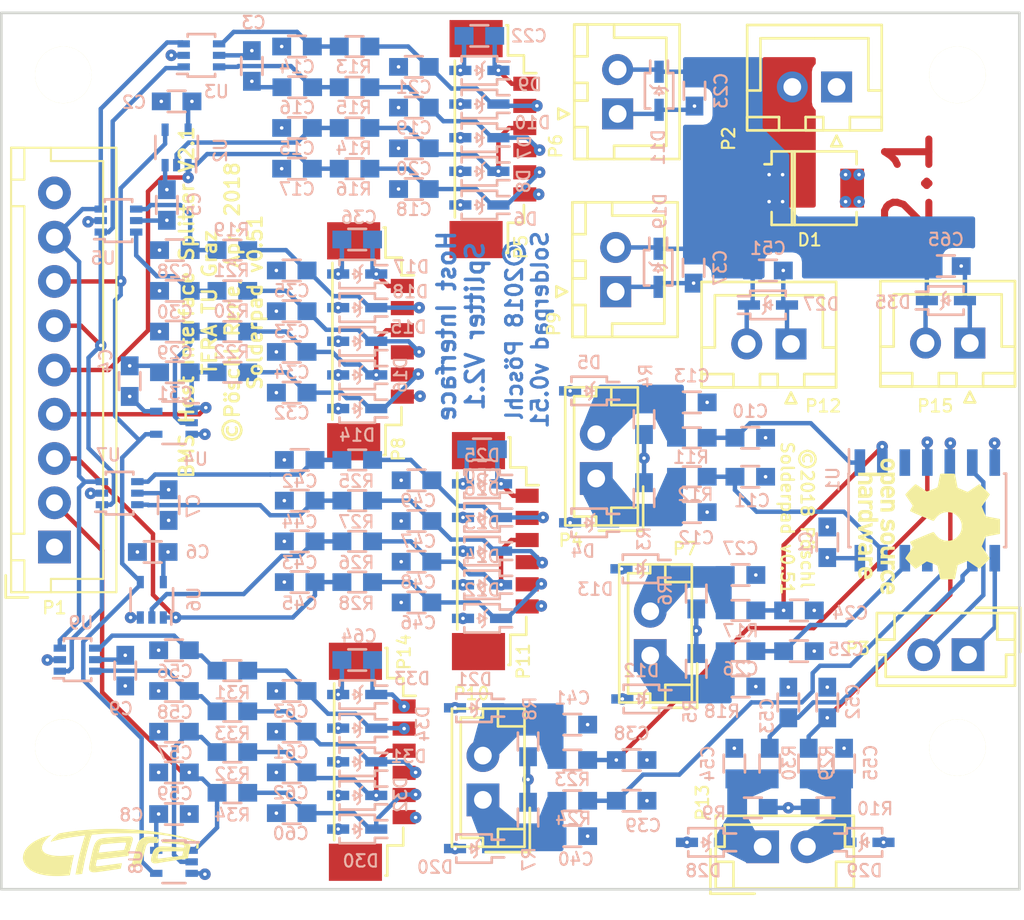
<source format=kicad_pcb>
(kicad_pcb (version 4) (host pcbnew no-vcs-found-product)
  (title_block (title "BMS Host Interface Splitter") (date 2017-01-06) (rev 2) (company "TERA TU Graz") (comment 1 "Rene Pöschl"))
  (layers (0 F.Cu signal) (1 In1.Cu signal hide) (2 In2.Cu signal hide) (31 B.Cu signal) (34 B.Paste user) (35 F.Paste user) (36 B.SilkS user) (37 F.SilkS user) (38 B.Mask user) (39 F.Mask user) (44 Edge.Cuts user))
  (net 0 "")
  (net 1 /~ALERT1)
  (net 2 GND)
  (net 3 /~FAULT1)
  (net 4 /~ALERT4)
  (net 5 /~FAULT4)
  (net 6 /~ALERT3)
  (net 7 /~ALERT2)
  (net 8 /~FAULT2)
  (net 9 /~FAULT3)
  (net 10 +5V)
  (net 11 "Net-(P3-Pad1)")
  (net 12 "Net-(P3-Pad2)")
  (net 13 +12V)
  (net 14 /CLK)
  (net 15 /MOSI)
  (net 16 /Line4/MOSI_S)
  (net 17 /Line4/CLK_S)
  (net 18 /Line1/MOSI_S)
  (net 19 /Line1/CLK_S)
  (net 20 /Line3/MOSI_S)
  (net 21 /Line3/CLK_S)
  (net 22 /Line2/MOSI_S)
  (net 23 /Line2/CLK_S)
  (net 24 /NCS4)
  (net 25 /Line4/MISO_S)
  (net 26 /MISO)
  (net 27 /NCS3)
  (net 28 /Line3/MISO_S)
  (net 29 /NCS1)
  (net 30 /Line1/MISO_S)
  (net 31 /NCS2)
  (net 32 /Line2/MISO_S)
  (net 33 "Net-(C34-Pad2)")
  (net 34 "Net-(C46-Pad2)")
  (net 35 "Net-(C35-Pad2)")
  (net 36 "Net-(C19-Pad2)")
  (net 37 "Net-(C20-Pad2)")
  (net 38 "Net-(C21-Pad2)")
  (net 39 "Net-(C61-Pad2)")
  (net 40 "Net-(C60-Pad2)")
  (net 41 "Net-(C63-Pad2)")
  (net 42 "Net-(C47-Pad2)")
  (net 43 "Net-(C48-Pad2)")
  (net 44 "Net-(C49-Pad2)")
  (net 45 "Net-(C32-Pad2)")
  (net 46 "Net-(C33-Pad2)")
  (net 47 "Net-(C18-Pad2)")
  (net 48 "Net-(C62-Pad2)")
  (net 49 /Line1/~Alert_Ext)
  (net 50 /Line2/~Alert_Ext)
  (net 51 /Line2/~Fault_Ext)
  (net 52 /Line3/~Fault_Ext)
  (net 53 /Line3/~Alert_Ext)
  (net 54 /Line4/~Fault_Ext)
  (net 55 /Line4/~Alert_Ext)
  (net 56 /Line1/~Fault_Ext)
  (module Mounting_Holes:MountingHole_3.2mm_M3 (layer F.Cu) (at 155.5 122.5)
    (fp_text reference REF** hide)
    (fp_text value MountingHole_3.2mm_M3 hide)
    (pad 1 np_thru_hole circle (at 0 0) (size 3.2 3.2) (drill 3.2) (layers *.Cu *.Mask F.SilkS))
  )
  (module Mounting_Holes:MountingHole_3.2mm_M3 (layer F.Cu) (at 105 122.5)
    (fp_text reference REF** hide)
    (fp_text value MountingHole_3.2mm_M3 hide)
    (pad 1 np_thru_hole circle (at 0 0) (size 3.2 3.2) (drill 3.2) (layers *.Cu *.Mask F.SilkS))
  )
  (module Mounting_Holes:MountingHole_3.2mm_M3 (layer F.Cu) (at 155.5 84.5)
    (fp_text reference REF** hide)
    (fp_text value MountingHole_3.2mm_M3 hide)
    (pad 1 np_thru_hole circle (at 0 0) (size 3.2 3.2) (drill 3.2) (layers *.Cu *.Mask F.SilkS))
  )
  (module tera_atomic_ic:SN74HC21D (layer B.Cu) (at 153.8 109.1 270)
    (fp_text reference U1)
    (fp_text value SN74HC21D)
    (fp_text user %R (at -1.751 5.334 270) (layer B.SilkS) (effects (font (size 0.7 0.7) (thickness 0.12)) (justify mirror)))
    (pad 1 smd rect (at -2.7 3.81 270) (size 1.5 0.6) (layers B.Cu B.Paste B.Mask) (net 1 /~ALERT1))
    (pad 2 smd rect (at -2.7 2.54 270) (size 1.5 0.6) (layers B.Cu B.Paste B.Mask) (net 7 /~ALERT2))
    (pad 3 smd rect (at -2.7 1.27 270) (size 1.5 0.6) (layers B.Cu B.Paste B.Mask))
    (pad 4 smd rect (at -2.7 0 270) (size 1.5 0.6) (layers B.Cu B.Paste B.Mask) (net 6 /~ALERT3))
    (pad 5 smd rect (at -2.7 -1.27 270) (size 1.5 0.6) (layers B.Cu B.Paste B.Mask) (net 4 /~ALERT4))
    (pad 6 smd rect (at -2.7 -2.54 270) (size 1.5 0.6) (layers B.Cu B.Paste B.Mask) (net 12 "Net-(P3-Pad2)"))
    (pad 7 smd rect (at -2.7 -3.81 270) (size 1.5 0.6) (layers B.Cu B.Paste B.Mask) (net 2 GND))
    (pad 8 smd rect (at 2.7 -3.81 270) (size 1.5 0.6) (layers B.Cu B.Paste B.Mask) (net 11 "Net-(P3-Pad1)"))
    (pad 9 smd rect (at 2.7 -2.54 270) (size 1.5 0.6) (layers B.Cu B.Paste B.Mask) (net 5 /~FAULT4))
    (pad 10 smd rect (at 2.7 -1.27 270) (size 1.5 0.6) (layers B.Cu B.Paste B.Mask) (net 9 /~FAULT3))
    (pad 11 smd rect (at 2.7 0 270) (size 1.5 0.6) (layers B.Cu B.Paste B.Mask))
    (pad 12 smd rect (at 2.7 1.27 270) (size 1.5 0.6) (layers B.Cu B.Paste B.Mask) (net 8 /~FAULT2))
    (pad 13 smd rect (at 2.7 2.54 270) (size 1.5 0.6) (layers B.Cu B.Paste B.Mask) (net 3 /~FAULT1))
    (pad 14 smd rect (at 2.7 3.81 270) (size 1.5 0.6) (layers B.Cu B.Paste B.Mask) (net 10 +5V))
  )
  (module Mounting_Holes:MountingHole_3.2mm_M3 (layer F.Cu) (at 105 84.5)
    (fp_text reference REF** hide)
    (fp_text value MountingHole_3.2mm_M3 hide)
    (pad 1 np_thru_hole circle (at 0 0) (size 3.2 3.2) (drill 3.2) (layers *.Cu *.Mask F.SilkS))
  )
  (module tera_atomic_ic:NC7WZ16P6X (layer B.Cu) (at 108.116 92.732182)
    (fp_text reference U5)
    (fp_text value NC7WZ16P6X)
    (fp_text user %R (at -0.866 2.117818) (layer B.SilkS) (effects (font (size 0.7 0.7) (thickness 0.12)) (justify mirror)))
    (pad 1 smd rect (at -1 0.65) (size 0.7 0.4) (layers B.Cu B.Paste B.Mask) (net 15 /MOSI))
    (pad 2 smd rect (at -1 0) (size 0.7 0.4) (layers B.Cu B.Paste B.Mask) (net 2 GND))
    (pad 3 smd rect (at -1 -0.65) (size 0.7 0.4) (layers B.Cu B.Paste B.Mask) (net 14 /CLK))
    (pad 4 smd rect (at 1 -0.65) (size 0.7 0.4) (layers B.Cu B.Paste B.Mask) (net 23 /Line2/CLK_S))
    (pad 5 smd rect (at 1 0) (size 0.7 0.4) (layers B.Cu B.Paste B.Mask) (net 10 +5V))
    (pad 6 smd rect (at 1 0.65) (size 0.7 0.4) (layers B.Cu B.Paste B.Mask) (net 22 /Line2/MOSI_S))
  )
  (module tera_atomic_ic:NC7WZ16P6X (layer B.Cu) (at 108.181 108.128484)
    (fp_text reference U7)
    (fp_text value NC7WZ16P6X)
    (fp_text user %R (at -0.635 -2.159) (layer B.SilkS) (effects (font (size 0.7 0.7) (thickness 0.12)) (justify mirror)))
    (pad 1 smd rect (at -1 0.65) (size 0.7 0.4) (layers B.Cu B.Paste B.Mask) (net 15 /MOSI))
    (pad 2 smd rect (at -1 0) (size 0.7 0.4) (layers B.Cu B.Paste B.Mask) (net 2 GND))
    (pad 3 smd rect (at -1 -0.65) (size 0.7 0.4) (layers B.Cu B.Paste B.Mask) (net 14 /CLK))
    (pad 4 smd rect (at 1 -0.65) (size 0.7 0.4) (layers B.Cu B.Paste B.Mask) (net 21 /Line3/CLK_S))
    (pad 5 smd rect (at 1 0) (size 0.7 0.4) (layers B.Cu B.Paste B.Mask) (net 10 +5V))
    (pad 6 smd rect (at 1 0.65) (size 0.7 0.4) (layers B.Cu B.Paste B.Mask) (net 20 /Line3/MOSI_S))
  )
  (module tera_atomic_ic:NC7WZ16P6X (layer B.Cu) (at 112.8 83.4)
    (fp_text reference U3)
    (fp_text value NC7WZ16P6X)
    (fp_text user %R (at 0.85 2.05) (layer B.SilkS) (effects (font (size 0.7 0.7) (thickness 0.12)) (justify mirror)))
    (pad 1 smd rect (at -1 0.65) (size 0.7 0.4) (layers B.Cu B.Paste B.Mask) (net 15 /MOSI))
    (pad 2 smd rect (at -1 0) (size 0.7 0.4) (layers B.Cu B.Paste B.Mask) (net 2 GND))
    (pad 3 smd rect (at -1 -0.65) (size 0.7 0.4) (layers B.Cu B.Paste B.Mask) (net 14 /CLK))
    (pad 4 smd rect (at 1 -0.65) (size 0.7 0.4) (layers B.Cu B.Paste B.Mask) (net 19 /Line1/CLK_S))
    (pad 5 smd rect (at 1 0) (size 0.7 0.4) (layers B.Cu B.Paste B.Mask) (net 10 +5V))
    (pad 6 smd rect (at 1 0.65) (size 0.7 0.4) (layers B.Cu B.Paste B.Mask) (net 18 /Line1/MOSI_S))
  )
  (module tera_atomic_ic:NC7WZ16P6X (layer B.Cu) (at 105.804 117.53117)
    (fp_text reference U9)
    (fp_text value NC7WZ16P6X)
    (fp_text user %R (at 0.196 -2.08117) (layer B.SilkS) (effects (font (size 0.7 0.7) (thickness 0.12)) (justify mirror)))
    (pad 1 smd rect (at -1 0.65) (size 0.7 0.4) (layers B.Cu B.Paste B.Mask) (net 15 /MOSI))
    (pad 2 smd rect (at -1 0) (size 0.7 0.4) (layers B.Cu B.Paste B.Mask) (net 2 GND))
    (pad 3 smd rect (at -1 -0.65) (size 0.7 0.4) (layers B.Cu B.Paste B.Mask) (net 14 /CLK))
    (pad 4 smd rect (at 1 -0.65) (size 0.7 0.4) (layers B.Cu B.Paste B.Mask) (net 17 /Line4/CLK_S))
    (pad 5 smd rect (at 1 0) (size 0.7 0.4) (layers B.Cu B.Paste B.Mask) (net 10 +5V))
    (pad 6 smd rect (at 1 0.65) (size 0.7 0.4) (layers B.Cu B.Paste B.Mask) (net 16 /Line4/MOSI_S))
  )
  (module tera_rlc:C_0603in (layer B.Cu) (at 110.95 108.8 90)
    (fp_text reference C7)
    (fp_text value 100n)
    (fp_text user %R (at -0.05 1.4 90) (layer B.SilkS) (effects (font (size 0.7 0.7) (thickness 0.12)) (justify mirror)))
    (pad 1 smd rect (at -0.865 0 90) (size 1.07 1) (layers B.Cu B.Paste B.Mask) (net 2 GND))
    (pad 2 smd rect (at 0.865 0 90) (size 1.07 1) (layers B.Cu B.Paste B.Mask) (net 10 +5V))
  )
  (module tera_rlc:C_0603in (layer B.Cu) (at 115.65 84 90)
    (fp_text reference C3)
    (fp_text value 100n)
    (fp_text user %R (at 2.45 0.1) (layer B.SilkS) (effects (font (size 0.7 0.7) (thickness 0.12)) (justify mirror)))
    (pad 1 smd rect (at -0.865 0 90) (size 1.07 1) (layers B.Cu B.Paste B.Mask) (net 2 GND))
    (pad 2 smd rect (at 0.865 0 90) (size 1.07 1) (layers B.Cu B.Paste B.Mask) (net 10 +5V))
  )
  (module tera_rlc:C_0603in (layer B.Cu) (at 108.75 101.8 90)
    (fp_text reference C4)
    (fp_text value 100n)
    (fp_text user %R (at 1.15 -1.35 90) (layer B.SilkS) (effects (font (size 0.7 0.7) (thickness 0.12)) (justify mirror)))
    (pad 1 smd rect (at -0.865 0 90) (size 1.07 1) (layers B.Cu B.Paste B.Mask) (net 10 +5V))
    (pad 2 smd rect (at 0.865 0 90) (size 1.07 1) (layers B.Cu B.Paste B.Mask) (net 2 GND))
  )
  (module tera_rlc:C_0603in (layer B.Cu) (at 110.85 91.85 270)
    (fp_text reference C5)
    (fp_text value 100n)
    (fp_text user %R (at -0.05 -1.55 270) (layer B.SilkS) (effects (font (size 0.7 0.7) (thickness 0.12)) (justify mirror)))
    (pad 1 smd rect (at -0.865 0 270) (size 1.07 1) (layers B.Cu B.Paste B.Mask) (net 2 GND))
    (pad 2 smd rect (at 0.865 0 270) (size 1.07 1) (layers B.Cu B.Paste B.Mask) (net 10 +5V))
  )
  (module tera_rlc:C_0603in (layer B.Cu) (at 110.05 111.45 180)
    (fp_text reference C6)
    (fp_text value 100n)
    (fp_text user %R (at -2.54 0 180) (layer B.SilkS) (effects (font (size 0.7 0.7) (thickness 0.12)) (justify mirror)))
    (pad 1 smd rect (at -0.865 0 180) (size 1.07 1) (layers B.Cu B.Paste B.Mask) (net 10 +5V))
    (pad 2 smd rect (at 0.865 0 180) (size 1.07 1) (layers B.Cu B.Paste B.Mask) (net 2 GND))
  )
  (module tera_rlc:C_0603in (layer B.Cu) (at 111.25 126.25)
    (fp_text reference C8)
    (fp_text value 100n)
    (fp_text user %R (at -2.4 0.05) (layer B.SilkS) (effects (font (size 0.7 0.7) (thickness 0.12)) (justify mirror)))
    (pad 1 smd rect (at -0.865 0) (size 1.07 1) (layers B.Cu B.Paste B.Mask) (net 10 +5V))
    (pad 2 smd rect (at 0.865 0) (size 1.07 1) (layers B.Cu B.Paste B.Mask) (net 2 GND))
  )
  (module tera_rlc:C_0603in (layer B.Cu) (at 108.5 118.15 90)
    (fp_text reference C9)
    (fp_text value 100n)
    (fp_text user %R (at -2.15 -0.25) (layer B.SilkS) (effects (font (size 0.7 0.7) (thickness 0.12)) (justify mirror)))
    (pad 1 smd rect (at -0.865 0 90) (size 1.07 1) (layers B.Cu B.Paste B.Mask) (net 2 GND))
    (pad 2 smd rect (at 0.865 0 90) (size 1.07 1) (layers B.Cu B.Paste B.Mask) (net 10 +5V))
  )
  (module tera_rlc:C_0603in (layer B.Cu) (at 111.4 86 180)
    (fp_text reference C2)
    (fp_text value 100n)
    (fp_text user %R (at 2.4 -0.05 180) (layer B.SilkS) (effects (font (size 0.7 0.7) (thickness 0.12)) (justify mirror)))
    (pad 1 smd rect (at -0.865 0 180) (size 1.07 1) (layers B.Cu B.Paste B.Mask) (net 10 +5V))
    (pad 2 smd rect (at 0.865 0 180) (size 1.07 1) (layers B.Cu B.Paste B.Mask) (net 2 GND))
  )
  (module tera_atomic_ic:74HCT1G125GW-Q100H (layer B.Cu) (at 111.25 104.15 180)
    (fp_text reference U4)
    (fp_text value 74HCT1G125GW-Q100)
    (fp_text user %R (at -1.217818 -2.054 180) (layer B.SilkS) (effects (font (size 0.7 0.7) (thickness 0.12)) (justify mirror)))
    (pad 1 smd rect (at -1 0.65 180) (size 0.7 0.4) (layers B.Cu B.Paste B.Mask) (net 31 /NCS2))
    (pad 3 smd rect (at -1 -0.65 180) (size 0.7 0.4) (layers B.Cu B.Paste B.Mask) (net 2 GND))
    (pad 5 smd rect (at 1 0.65 180) (size 0.7 0.4) (layers B.Cu B.Paste B.Mask) (net 10 +5V))
    (pad 2 smd rect (at -1 0 180) (size 0.7 0.4) (layers B.Cu B.Paste B.Mask) (net 32 /Line2/MISO_S))
    (pad 4 smd rect (at 1 -0.65 180) (size 0.7 0.4) (layers B.Cu B.Paste B.Mask) (net 26 /MISO))
  )
  (module tera_atomic_ic:74HCT1G125GW-Q100H (layer B.Cu) (at 111.4 88.6 90)
    (fp_text reference U2)
    (fp_text value 74HCT1G125GW-Q100)
    (fp_text user %R (at -0.163418 2.473 90) (layer B.SilkS) (effects (font (size 0.7 0.7) (thickness 0.12)) (justify mirror)))
    (pad 1 smd rect (at -1 0.65 90) (size 0.7 0.4) (layers B.Cu B.Paste B.Mask) (net 29 /NCS1))
    (pad 3 smd rect (at -1 -0.65 90) (size 0.7 0.4) (layers B.Cu B.Paste B.Mask) (net 2 GND))
    (pad 5 smd rect (at 1 0.65 90) (size 0.7 0.4) (layers B.Cu B.Paste B.Mask) (net 10 +5V))
    (pad 2 smd rect (at -1 0 90) (size 0.7 0.4) (layers B.Cu B.Paste B.Mask) (net 30 /Line1/MISO_S))
    (pad 4 smd rect (at 1 -0.65 90) (size 0.7 0.4) (layers B.Cu B.Paste B.Mask) (net 26 /MISO))
  )
  (module tera_atomic_ic:74HCT1G125GW-Q100H (layer B.Cu) (at 110 114.15 90)
    (fp_text reference U6)
    (fp_text value 74HCT1G125GW-Q100)
    (fp_text user %R (at 0.028484 2.381 90) (layer B.SilkS) (effects (font (size 0.7 0.7) (thickness 0.12)) (justify mirror)))
    (pad 1 smd rect (at -1 0.65 90) (size 0.7 0.4) (layers B.Cu B.Paste B.Mask) (net 27 /NCS3))
    (pad 3 smd rect (at -1 -0.65 90) (size 0.7 0.4) (layers B.Cu B.Paste B.Mask) (net 2 GND))
    (pad 5 smd rect (at 1 0.65 90) (size 0.7 0.4) (layers B.Cu B.Paste B.Mask) (net 10 +5V))
    (pad 2 smd rect (at -1 0 90) (size 0.7 0.4) (layers B.Cu B.Paste B.Mask) (net 28 /Line3/MISO_S))
    (pad 4 smd rect (at 1 -0.65 90) (size 0.7 0.4) (layers B.Cu B.Paste B.Mask) (net 26 /MISO))
  )
  (module tera_atomic_ic:74HCT1G125GW-Q100H (layer B.Cu) (at 111.25 128.95 180)
    (fp_text reference U8)
    (fp_text value 74HCT1G125GW-Q100)
    (fp_text user %R (at 2.15 0 90) (layer B.SilkS) (effects (font (size 0.7 0.7) (thickness 0.12)) (justify mirror)))
    (pad 1 smd rect (at -1 0.65 180) (size 0.7 0.4) (layers B.Cu B.Paste B.Mask) (net 24 /NCS4))
    (pad 3 smd rect (at -1 -0.65 180) (size 0.7 0.4) (layers B.Cu B.Paste B.Mask) (net 2 GND))
    (pad 5 smd rect (at 1 0.65 180) (size 0.7 0.4) (layers B.Cu B.Paste B.Mask) (net 10 +5V))
    (pad 2 smd rect (at -1 0 180) (size 0.7 0.4) (layers B.Cu B.Paste B.Mask) (net 25 /Line4/MISO_S))
    (pad 4 smd rect (at 1 -0.65 180) (size 0.7 0.4) (layers B.Cu B.Paste B.Mask) (net 26 /MISO))
  )
  (module tera_diodes:DO-214AA_with_vias_in_pad (layer F.Cu) (at 147.405 90.9)
    (fp_text reference D1)
    (fp_text value 18V)
    (fp_text user %R (at -0.254 2.921) (layer F.SilkS) (effects (font (size 0.7 0.7) (thickness 0.12))))
    (pad 2 smd rect (at 2.15 0) (size 1.34 2.2) (layers F.Cu F.Paste F.Mask) (net 2 GND))
    (pad 1 smd rect (at -2.15 0) (size 1.34 2.2) (layers F.Cu F.Paste F.Mask) (net 13 +12V))
    (pad 1 thru_hole circle (at -1.778 -0.762) (size 0.65 0.65) (drill 0.2) (layers *.Cu *.Mask) (net 13 +12V))
    (pad 1 thru_hole circle (at -2.54 -0.762) (size 0.65 0.65) (drill 0.2) (layers *.Cu *.Mask) (net 13 +12V))
    (pad 1 thru_hole circle (at -2.54 0.762) (size 0.65 0.65) (drill 0.2) (layers *.Cu *.Mask) (net 13 +12V))
    (pad 1 thru_hole circle (at -1.778 0.762) (size 0.65 0.65) (drill 0.2) (layers *.Cu *.Mask) (net 13 +12V))
    (pad 2 thru_hole circle (at 1.778 -0.762) (size 0.65 0.65) (drill 0.2) (layers *.Cu *.Mask) (net 2 GND))
    (pad 2 thru_hole circle (at 2.54 -0.762) (size 0.65 0.65) (drill 0.2) (layers *.Cu *.Mask) (net 2 GND))
    (pad 2 thru_hole circle (at 2.54 0.762) (size 0.65 0.65) (drill 0.2) (layers *.Cu *.Mask) (net 2 GND))
    (pad 2 thru_hole circle (at 1.778 0.762) (size 0.65 0.65) (drill 0.2) (layers *.Cu *.Mask) (net 2 GND))
  )
  (module tera_Connectors_JST:JST_XH_B02B-XH-A_02x2.50mm_Straight (layer F.Cu) (at 136.2 96.75 90)
    (fp_text reference P9)
    (fp_text value 12V_Out)
    (fp_text user %R (at -1.822 -3.5 90) (layer F.SilkS) (effects (font (size 0.7 0.7) (thickness 0.12))))
    (pad 1 thru_hole rect (at 0 0 90) (size 1.75 1.75) (drill 1) (layers *.Cu *.Mask) (net 2 GND))
    (pad 2 thru_hole circle (at 2.5 0 90) (size 1.75 1.75) (drill 1) (layers *.Cu *.Mask) (net 13 +12V))
  )
  (module tera_Connectors_JST:JST_XH_B02B-XH-A_02x2.50mm_Straight (layer F.Cu) (at 148.675 85.185 180)
    (fp_text reference P2)
    (fp_text value 12V)
    (fp_text user %R (at 6.096 -2.921 270) (layer F.SilkS) (effects (font (size 0.7 0.7) (thickness 0.12))))
    (pad 1 thru_hole rect (at 0 0 180) (size 1.75 1.75) (drill 1) (layers *.Cu *.Mask) (net 2 GND))
    (pad 2 thru_hole circle (at 2.5 0 180) (size 1.75 1.75) (drill 1) (layers *.Cu *.Mask) (net 13 +12V))
  )
  (module tera_Connectors_JST:JST_XH_B02B-XH-A_02x2.50mm_Straight (layer F.Cu) (at 136.31 86.705 90)
    (fp_text reference P6)
    (fp_text value 12V_Out)
    (fp_text user %R (at -1.822 -3.5 90) (layer F.SilkS) (effects (font (size 0.7 0.7) (thickness 0.12))))
    (pad 1 thru_hole rect (at 0 0 90) (size 1.75 1.75) (drill 1) (layers *.Cu *.Mask) (net 2 GND))
    (pad 2 thru_hole circle (at 2.5 0 90) (size 1.75 1.75) (drill 1) (layers *.Cu *.Mask) (net 13 +12V))
  )
  (module tera_Connectors_JST:JST_XH_B02B-XH-A_02x2.50mm_Straight (layer F.Cu) (at 146.1 99.7 180)
    (fp_text reference P12)
    (fp_text value 12V_Out)
    (fp_text user %R (at -1.822 -3.5 180) (layer F.SilkS) (effects (font (size 0.7 0.7) (thickness 0.12))))
    (pad 1 thru_hole rect (at 0 0 180) (size 1.75 1.75) (drill 1) (layers *.Cu *.Mask) (net 2 GND))
    (pad 2 thru_hole circle (at 2.5 0 180) (size 1.75 1.75) (drill 1) (layers *.Cu *.Mask) (net 13 +12V))
  )
  (module tera_Connectors_JST:JST_XH_B02B-XH-A_02x2.50mm_Straight (layer F.Cu) (at 156.2 99.65 180)
    (fp_text reference P15)
    (fp_text value 12V_Out)
    (fp_text user %R (at 1.95 -3.55 180) (layer F.SilkS) (effects (font (size 0.7 0.7) (thickness 0.12))))
    (pad 1 thru_hole rect (at 0 0 180) (size 1.75 1.75) (drill 1) (layers *.Cu *.Mask) (net 2 GND))
    (pad 2 thru_hole circle (at 2.5 0 180) (size 1.75 1.75) (drill 1) (layers *.Cu *.Mask) (net 13 +12V))
  )
  (module tera_Connectors_Molex:Molex_PicoBlade_53398-0671_06x1.25mm_Straight (layer F.Cu) (at 128.315 88.13 270)
    (fp_text reference P5)
    (fp_text value SPI_Out)
    (fp_text user %R (at 6.098 -2.53 270) (layer F.SilkS) (effects (font (size 0.7 0.7) (thickness 0.12))))
    (pad 1 smd rect (at -3.125 -2.75 270) (size 0.8 1.3) (layers F.Cu F.Paste F.Mask) (net 10 +5V))
    (pad 2 smd rect (at -1.875 -2.75 270) (size 0.8 1.3) (layers F.Cu F.Paste F.Mask) (net 38 "Net-(C21-Pad2)"))
    (pad 3 smd rect (at -0.625 -2.75 270) (size 0.8 1.3) (layers F.Cu F.Paste F.Mask) (net 37 "Net-(C20-Pad2)"))
    (pad 4 smd rect (at 0.625 -2.75 270) (size 0.8 1.3) (layers F.Cu F.Paste F.Mask) (net 36 "Net-(C19-Pad2)"))
    (pad 5 smd rect (at 1.875 -2.75 270) (size 0.8 1.3) (layers F.Cu F.Paste F.Mask) (net 47 "Net-(C18-Pad2)"))
    (pad 6 smd rect (at 3.125 -2.75 270) (size 0.8 1.3) (layers F.Cu F.Paste F.Mask) (net 2 GND))
    (pad "" smd rect (at -5.675 0 270) (size 2.1 3) (layers F.Cu F.Paste F.Mask))
    (pad "" smd rect (at 5.675 0 270) (size 2.1 3) (layers F.Cu F.Paste F.Mask))
  )
  (module tera_Connectors_Molex:Molex_PicoBlade_53398-0671_06x1.25mm_Straight (layer F.Cu) (at 121.4 99.55 270)
    (fp_text reference P8)
    (fp_text value SPI_Out)
    (fp_text user %R (at 6.098 -2.53 270) (layer F.SilkS) (effects (font (size 0.7 0.7) (thickness 0.12))))
    (pad 1 smd rect (at -3.125 -2.75 270) (size 0.8 1.3) (layers F.Cu F.Paste F.Mask) (net 10 +5V))
    (pad 2 smd rect (at -1.875 -2.75 270) (size 0.8 1.3) (layers F.Cu F.Paste F.Mask) (net 35 "Net-(C35-Pad2)"))
    (pad 3 smd rect (at -0.625 -2.75 270) (size 0.8 1.3) (layers F.Cu F.Paste F.Mask) (net 33 "Net-(C34-Pad2)"))
    (pad 4 smd rect (at 0.625 -2.75 270) (size 0.8 1.3) (layers F.Cu F.Paste F.Mask) (net 46 "Net-(C33-Pad2)"))
    (pad 5 smd rect (at 1.875 -2.75 270) (size 0.8 1.3) (layers F.Cu F.Paste F.Mask) (net 45 "Net-(C32-Pad2)"))
    (pad 6 smd rect (at 3.125 -2.75 270) (size 0.8 1.3) (layers F.Cu F.Paste F.Mask) (net 2 GND))
    (pad "" smd rect (at -5.675 0 270) (size 2.1 3) (layers F.Cu F.Paste F.Mask))
    (pad "" smd rect (at 5.675 0 270) (size 2.1 3) (layers F.Cu F.Paste F.Mask))
  )
  (module tera_Connectors_Molex:Molex_PicoBlade_53398-0671_06x1.25mm_Straight (layer F.Cu) (at 128.45 111.4 270)
    (fp_text reference P11)
    (fp_text value SPI_Out)
    (fp_text user %R (at 6.223 -2.53 270) (layer F.SilkS) (effects (font (size 0.7 0.7) (thickness 0.12))))
    (pad 1 smd rect (at -3.125 -2.75 270) (size 0.8 1.3) (layers F.Cu F.Paste F.Mask) (net 10 +5V))
    (pad 2 smd rect (at -1.875 -2.75 270) (size 0.8 1.3) (layers F.Cu F.Paste F.Mask) (net 44 "Net-(C49-Pad2)"))
    (pad 3 smd rect (at -0.625 -2.75 270) (size 0.8 1.3) (layers F.Cu F.Paste F.Mask) (net 43 "Net-(C48-Pad2)"))
    (pad 4 smd rect (at 0.625 -2.75 270) (size 0.8 1.3) (layers F.Cu F.Paste F.Mask) (net 42 "Net-(C47-Pad2)"))
    (pad 5 smd rect (at 1.875 -2.75 270) (size 0.8 1.3) (layers F.Cu F.Paste F.Mask) (net 34 "Net-(C46-Pad2)"))
    (pad 6 smd rect (at 3.125 -2.75 270) (size 0.8 1.3) (layers F.Cu F.Paste F.Mask) (net 2 GND))
    (pad "" smd rect (at -5.675 0 270) (size 2.1 3) (layers F.Cu F.Paste F.Mask))
    (pad "" smd rect (at 5.675 0 270) (size 2.1 3) (layers F.Cu F.Paste F.Mask))
  )
  (module tera_Connectors_Molex:Molex_PicoBlade_53398-0671_06x1.25mm_Straight (layer F.Cu) (at 121.5 123.3 270)
    (fp_text reference P14)
    (fp_text value SPI_Out)
    (fp_text user %R (at -6.2 -2.75 270) (layer F.SilkS) (effects (font (size 0.7 0.7) (thickness 0.12))))
    (pad 1 smd rect (at -3.125 -2.75 270) (size 0.8 1.3) (layers F.Cu F.Paste F.Mask) (net 10 +5V))
    (pad 2 smd rect (at -1.875 -2.75 270) (size 0.8 1.3) (layers F.Cu F.Paste F.Mask) (net 41 "Net-(C63-Pad2)"))
    (pad 3 smd rect (at -0.625 -2.75 270) (size 0.8 1.3) (layers F.Cu F.Paste F.Mask) (net 48 "Net-(C62-Pad2)"))
    (pad 4 smd rect (at 0.625 -2.75 270) (size 0.8 1.3) (layers F.Cu F.Paste F.Mask) (net 39 "Net-(C61-Pad2)"))
    (pad 5 smd rect (at 1.875 -2.75 270) (size 0.8 1.3) (layers F.Cu F.Paste F.Mask) (net 40 "Net-(C60-Pad2)"))
    (pad 6 smd rect (at 3.125 -2.75 270) (size 0.8 1.3) (layers F.Cu F.Paste F.Mask) (net 2 GND))
    (pad "" smd rect (at -5.675 0 270) (size 2.1 3) (layers F.Cu F.Paste F.Mask))
    (pad "" smd rect (at 5.675 0 270) (size 2.1 3) (layers F.Cu F.Paste F.Mask))
  )
  (module Symbols:OSHW-Logo_7.5x8mm_SilkScreen (layer F.Cu) (at 153.9 110 270)
    (fp_text reference REF*** hide)
    (fp_text value OSHW-Logo_7.5x8mm_SilkScreen hide)
  )
  (module tera_logos:TERA_TextOnly_SilkS_2.5x9.5mm (layer F.Cu) (at 108 128.4)
    (fp_text reference svg2mod hide)
    (fp_text value G*** hide)
  )
  (module tera_Connectors_JST:JST_EH_B02B-EH-A_02x2.50mm_Straight (layer F.Cu) (at 135.1 107.3 90)
    (fp_text reference P4)
    (fp_text value Digital_In)
    (fp_text user %R (at -3.495 -1.435 180) (layer F.SilkS) (effects (font (size 0.7 0.7) (thickness 0.12))))
    (pad 1 thru_hole rect (at 0 0 90) (size 1.85 1.85) (drill 1) (layers *.Cu *.Mask) (net 56 /Line1/~Fault_Ext))
    (pad 2 thru_hole circle (at 2.5 0 90) (size 1.85 1.85) (drill 1) (layers *.Cu *.Mask) (net 49 /Line1/~Alert_Ext))
  )
  (module tera_Connectors_JST:JST_EH_B02B-EH-A_02x2.50mm_Straight (layer F.Cu) (at 144.5 128.1)
    (fp_text reference P13)
    (fp_text value Digital_In)
    (fp_text user %R (at -3.4 -2.5 90) (layer F.SilkS) (effects (font (size 0.7 0.7) (thickness 0.12))))
    (pad 1 thru_hole rect (at 0 0) (size 1.85 1.85) (drill 1) (layers *.Cu *.Mask) (net 54 /Line4/~Fault_Ext))
    (pad 2 thru_hole circle (at 2.5 0) (size 1.85 1.85) (drill 1) (layers *.Cu *.Mask) (net 55 /Line4/~Alert_Ext))
  )
  (module tera_Connectors_JST:JST_EH_B02B-EH-A_02x2.50mm_Straight (layer F.Cu) (at 128.7 125.45 90)
    (fp_text reference P10)
    (fp_text value Digital_In)
    (fp_text user %R (at 6 -0.65 180) (layer F.SilkS) (effects (font (size 0.7 0.7) (thickness 0.12))))
    (pad 1 thru_hole rect (at 0 0 90) (size 1.85 1.85) (drill 1) (layers *.Cu *.Mask) (net 52 /Line3/~Fault_Ext))
    (pad 2 thru_hole circle (at 2.5 0 90) (size 1.85 1.85) (drill 1) (layers *.Cu *.Mask) (net 53 /Line3/~Alert_Ext))
  )
  (module tera_Connectors_JST:JST_EH_B02B-EH-A_02x2.50mm_Straight (layer F.Cu) (at 138.15 117.3 90)
    (fp_text reference P7)
    (fp_text value Digital_In)
    (fp_text user %R (at 6.035 1.965 180) (layer F.SilkS) (effects (font (size 0.7 0.7) (thickness 0.12))))
    (pad 1 thru_hole rect (at 0 0 90) (size 1.85 1.85) (drill 1) (layers *.Cu *.Mask) (net 51 /Line2/~Fault_Ext))
    (pad 2 thru_hole circle (at 2.5 0 90) (size 1.85 1.85) (drill 1) (layers *.Cu *.Mask) (net 50 /Line2/~Alert_Ext))
  )
  (module tera_Connectors_JST:JST_EH_B02B-EH-A_02x2.50mm_Straight (layer F.Cu) (at 156.1 117.25 180)
    (fp_text reference P3)
    (fp_text value Digital_Out)
    (fp_text user %R (at 6.225 0.35 180) (layer F.SilkS) (effects (font (size 0.7 0.7) (thickness 0.12))))
    (pad 1 thru_hole rect (at 0 0 180) (size 1.85 1.85) (drill 1) (layers *.Cu *.Mask) (net 11 "Net-(P3-Pad1)"))
    (pad 2 thru_hole circle (at 2.5 0 180) (size 1.85 1.85) (drill 1) (layers *.Cu *.Mask) (net 12 "Net-(P3-Pad2)"))
  )
  (module tera_Connectors_JST:JST_XH_B09B-XH-A_09x2.50mm_Straight (layer F.Cu) (at 104.5 111.17 90)
    (fp_text reference P1)
    (fp_text value SPI_IN)
    (fp_text user %R (at -3.43 0 180) (layer F.SilkS) (effects (font (size 0.7 0.7) (thickness 0.12))))
    (pad 1 thru_hole rect (at 0 0 90) (size 1.85 1.85) (drill 0.95) (layers *.Cu *.Mask) (net 2 GND))
    (pad 2 thru_hole circle (at 2.5 0 90) (size 1.85 1.85) (drill 0.95) (layers *.Cu *.Mask) (net 24 /NCS4))
    (pad 3 thru_hole circle (at 5 0 90) (size 1.85 1.85) (drill 0.95) (layers *.Cu *.Mask) (net 27 /NCS3))
    (pad 4 thru_hole circle (at 7.5 0 90) (size 1.85 1.85) (drill 0.95) (layers *.Cu *.Mask) (net 31 /NCS2))
    (pad 5 thru_hole circle (at 10 0 90) (size 1.85 1.85) (drill 0.95) (layers *.Cu *.Mask) (net 29 /NCS1))
    (pad 6 thru_hole circle (at 12.5 0 90) (size 1.85 1.85) (drill 0.95) (layers *.Cu *.Mask) (net 15 /MOSI))
    (pad 7 thru_hole circle (at 15 0 90) (size 1.85 1.85) (drill 0.95) (layers *.Cu *.Mask) (net 26 /MISO))
    (pad 8 thru_hole circle (at 17.5 0 90) (size 1.85 1.85) (drill 0.95) (layers *.Cu *.Mask) (net 14 /CLK))
    (pad 9 thru_hole circle (at 20 0 90) (size 1.85 1.85) (drill 0.95) (layers *.Cu *.Mask) (net 10 +5V))
  )
  (module tera_rlc:R_0603in (layer B.Cu) (at 114.55 99 180)
    (fp_text reference R20)
    (fp_text value 1k)
    (fp_text user %R (at 0.05 1.15 180) (layer B.SilkS) (effects (font (size 0.7 0.7) (thickness 0.12)) (justify mirror)))
    (pad 1 smd rect (at -0.865 0 180) (size 1.07 1) (layers B.Cu B.Paste B.Mask) (net 33 "Net-(C34-Pad2)"))
    (pad 2 smd rect (at 0.865 0 180) (size 1.07 1) (layers B.Cu B.Paste B.Mask) (net 32 /Line2/MISO_S))
  )
  (module tera_rlc:R_0603in (layer B.Cu) (at 121.6 113.15 180)
    (fp_text reference R28)
    (fp_text value 1k)
    (fp_text user %R (at 0.05 -1.2 180) (layer B.SilkS) (effects (font (size 0.7 0.7) (thickness 0.12)) (justify mirror)))
    (pad 1 smd rect (at -0.865 0 180) (size 1.07 1) (layers B.Cu B.Paste B.Mask) (net 34 "Net-(C46-Pad2)"))
    (pad 2 smd rect (at 0.865 0 180) (size 1.07 1) (layers B.Cu B.Paste B.Mask) (net 27 /NCS3))
  )
  (module tera_rlc:R_0603in (layer B.Cu) (at 114.55 94.4 180)
    (fp_text reference R19)
    (fp_text value 1k)
    (fp_text user %R (at 0.05 1.15 180) (layer B.SilkS) (effects (font (size 0.7 0.7) (thickness 0.12)) (justify mirror)))
    (pad 1 smd rect (at -0.865 0 180) (size 1.07 1) (layers B.Cu B.Paste B.Mask) (net 35 "Net-(C35-Pad2)"))
    (pad 2 smd rect (at 0.865 0 180) (size 1.07 1) (layers B.Cu B.Paste B.Mask) (net 23 /Line2/CLK_S))
  )
  (module tera_rlc:R_0603in (layer B.Cu) (at 143.25 117.05)
    (fp_text reference R18)
    (fp_text value 1k)
    (fp_text user %R (at -1.05 3.4) (layer B.SilkS) (effects (font (size 0.7 0.7) (thickness 0.12)) (justify mirror)))
    (pad 1 smd rect (at -0.865 0) (size 1.07 1) (layers B.Cu B.Paste B.Mask) (net 51 /Line2/~Fault_Ext))
    (pad 2 smd rect (at 0.865 0) (size 1.07 1) (layers B.Cu B.Paste B.Mask) (net 8 /~FAULT2))
  )
  (module tera_rlc:R_0603in (layer B.Cu) (at 143.25 114.75)
    (fp_text reference R17)
    (fp_text value 1k)
    (fp_text user %R (at 0 1.15) (layer B.SilkS) (effects (font (size 0.7 0.7) (thickness 0.12)) (justify mirror)))
    (pad 1 smd rect (at -0.865 0) (size 1.07 1) (layers B.Cu B.Paste B.Mask) (net 50 /Line2/~Alert_Ext))
    (pad 2 smd rect (at 0.865 0) (size 1.07 1) (layers B.Cu B.Paste B.Mask) (net 7 /~ALERT2))
  )
  (module tera_rlc:R_0603in (layer B.Cu) (at 121.45 85.2 180)
    (fp_text reference R15)
    (fp_text value 1k)
    (fp_text user %R (at 0.05 -1.15 180) (layer B.SilkS) (effects (font (size 0.7 0.7) (thickness 0.12)) (justify mirror)))
    (pad 1 smd rect (at -0.865 0 180) (size 1.07 1) (layers B.Cu B.Paste B.Mask) (net 36 "Net-(C19-Pad2)"))
    (pad 2 smd rect (at 0.865 0 180) (size 1.07 1) (layers B.Cu B.Paste B.Mask) (net 18 /Line1/MOSI_S))
  )
  (module tera_rlc:R_0603in (layer B.Cu) (at 121.45 87.5 180)
    (fp_text reference R14)
    (fp_text value 1k)
    (fp_text user %R (at 0.05 -1.15 180) (layer B.SilkS) (effects (font (size 0.7 0.7) (thickness 0.12)) (justify mirror)))
    (pad 1 smd rect (at -0.865 0 180) (size 1.07 1) (layers B.Cu B.Paste B.Mask) (net 37 "Net-(C20-Pad2)"))
    (pad 2 smd rect (at 0.865 0 180) (size 1.07 1) (layers B.Cu B.Paste B.Mask) (net 30 /Line1/MISO_S))
  )
  (module tera_rlc:R_0603in (layer B.Cu) (at 121.45 82.9 180)
    (fp_text reference R13)
    (fp_text value 1k)
    (fp_text user %R (at 0.05 -1.15 180) (layer B.SilkS) (effects (font (size 0.7 0.7) (thickness 0.12)) (justify mirror)))
    (pad 1 smd rect (at -0.865 0 180) (size 1.07 1) (layers B.Cu B.Paste B.Mask) (net 38 "Net-(C21-Pad2)"))
    (pad 2 smd rect (at 0.865 0 180) (size 1.07 1) (layers B.Cu B.Paste B.Mask) (net 19 /Line1/CLK_S))
  )
  (module tera_rlc:R_0603in (layer B.Cu) (at 140.5 107.2)
    (fp_text reference R12)
    (fp_text value 1k)
    (fp_text user %R (at 0.2 1) (layer B.SilkS) (effects (font (size 0.7 0.7) (thickness 0.12)) (justify mirror)))
    (pad 1 smd rect (at -0.865 0) (size 1.07 1) (layers B.Cu B.Paste B.Mask) (net 56 /Line1/~Fault_Ext))
    (pad 2 smd rect (at 0.865 0) (size 1.07 1) (layers B.Cu B.Paste B.Mask) (net 3 /~FAULT1))
  )
  (module tera_rlc:R_0603in (layer B.Cu) (at 140.5 105)
    (fp_text reference R11)
    (fp_text value 1k)
    (fp_text user %R (at -0.05 1.1) (layer B.SilkS) (effects (font (size 0.7 0.7) (thickness 0.12)) (justify mirror)))
    (pad 1 smd rect (at -0.865 0) (size 1.07 1) (layers B.Cu B.Paste B.Mask) (net 49 /Line1/~Alert_Ext))
    (pad 2 smd rect (at 0.865 0) (size 1.07 1) (layers B.Cu B.Paste B.Mask) (net 1 /~ALERT1))
  )
  (module tera_rlc:R_0603in (layer B.Cu) (at 114.55 120.45 180)
    (fp_text reference R33)
    (fp_text value 1k)
    (fp_text user %R (at 0 -1.25 180) (layer B.SilkS) (effects (font (size 0.7 0.7) (thickness 0.12)) (justify mirror)))
    (pad 1 smd rect (at -0.865 0 180) (size 1.07 1) (layers B.Cu B.Paste B.Mask) (net 39 "Net-(C61-Pad2)"))
    (pad 2 smd rect (at 0.865 0 180) (size 1.07 1) (layers B.Cu B.Paste B.Mask) (net 16 /Line4/MOSI_S))
  )
  (module tera_rlc:R_0603in (layer B.Cu) (at 114.55 125.05 180)
    (fp_text reference R34)
    (fp_text value 1k)
    (fp_text user %R (at 0 -1.25 180) (layer B.SilkS) (effects (font (size 0.7 0.7) (thickness 0.12)) (justify mirror)))
    (pad 1 smd rect (at -0.865 0 180) (size 1.07 1) (layers B.Cu B.Paste B.Mask) (net 40 "Net-(C60-Pad2)"))
    (pad 2 smd rect (at 0.865 0 180) (size 1.07 1) (layers B.Cu B.Paste B.Mask) (net 24 /NCS4))
  )
  (module tera_rlc:R_0603in (layer B.Cu) (at 114.55 118.15 180)
    (fp_text reference R31)
    (fp_text value 1k)
    (fp_text user %R (at 0 -1.25 180) (layer B.SilkS) (effects (font (size 0.7 0.7) (thickness 0.12)) (justify mirror)))
    (pad 1 smd rect (at -0.865 0 180) (size 1.07 1) (layers B.Cu B.Paste B.Mask) (net 41 "Net-(C63-Pad2)"))
    (pad 2 smd rect (at 0.865 0 180) (size 1.07 1) (layers B.Cu B.Paste B.Mask) (net 17 /Line4/CLK_S))
  )
  (module tera_rlc:R_0603in (layer B.Cu) (at 144.9 123.4 90)
    (fp_text reference R30)
    (fp_text value 1k)
    (fp_text user %R (at 0.05 1.1 90) (layer B.SilkS) (effects (font (size 0.7 0.7) (thickness 0.12)) (justify mirror)))
    (pad 1 smd rect (at -0.865 0 90) (size 1.07 1) (layers B.Cu B.Paste B.Mask) (net 54 /Line4/~Fault_Ext))
    (pad 2 smd rect (at 0.865 0 90) (size 1.07 1) (layers B.Cu B.Paste B.Mask) (net 5 /~FAULT4))
  )
  (module tera_rlc:R_0603in (layer B.Cu) (at 147.1 123.4 90)
    (fp_text reference R29)
    (fp_text value 1k)
    (fp_text user %R (at 0.05 1 90) (layer B.SilkS) (effects (font (size 0.7 0.7) (thickness 0.12)) (justify mirror)))
    (pad 1 smd rect (at -0.865 0 90) (size 1.07 1) (layers B.Cu B.Paste B.Mask) (net 55 /Line4/~Alert_Ext))
    (pad 2 smd rect (at 0.865 0 90) (size 1.07 1) (layers B.Cu B.Paste B.Mask) (net 4 /~ALERT4))
  )
  (module tera_rlc:R_0603in (layer B.Cu) (at 121.6 108.55 180)
    (fp_text reference R27)
    (fp_text value 1k)
    (fp_text user %R (at 0.05 -1.2 180) (layer B.SilkS) (effects (font (size 0.7 0.7) (thickness 0.12)) (justify mirror)))
    (pad 1 smd rect (at -0.865 0 180) (size 1.07 1) (layers B.Cu B.Paste B.Mask) (net 42 "Net-(C47-Pad2)"))
    (pad 2 smd rect (at 0.865 0 180) (size 1.07 1) (layers B.Cu B.Paste B.Mask) (net 20 /Line3/MOSI_S))
  )
  (module tera_rlc:R_0603in (layer B.Cu) (at 121.6 110.85 180)
    (fp_text reference R26)
    (fp_text value 1k)
    (fp_text user %R (at 0.05 -1.2 180) (layer B.SilkS) (effects (font (size 0.7 0.7) (thickness 0.12)) (justify mirror)))
    (pad 1 smd rect (at -0.865 0 180) (size 1.07 1) (layers B.Cu B.Paste B.Mask) (net 43 "Net-(C48-Pad2)"))
    (pad 2 smd rect (at 0.865 0 180) (size 1.07 1) (layers B.Cu B.Paste B.Mask) (net 28 /Line3/MISO_S))
  )
  (module tera_rlc:R_0603in (layer B.Cu) (at 121.6 106.25 180)
    (fp_text reference R25)
    (fp_text value 1k)
    (fp_text user %R (at 0.05 -1.2 180) (layer B.SilkS) (effects (font (size 0.7 0.7) (thickness 0.12)) (justify mirror)))
    (pad 1 smd rect (at -0.865 0 180) (size 1.07 1) (layers B.Cu B.Paste B.Mask) (net 44 "Net-(C49-Pad2)"))
    (pad 2 smd rect (at 0.865 0 180) (size 1.07 1) (layers B.Cu B.Paste B.Mask) (net 21 /Line3/CLK_S))
  )
  (module tera_rlc:R_0603in (layer B.Cu) (at 133.75 125.5)
    (fp_text reference R24)
    (fp_text value 1k)
    (fp_text user %R (at 0.05 1) (layer B.SilkS) (effects (font (size 0.7 0.7) (thickness 0.12)) (justify mirror)))
    (pad 1 smd rect (at -0.865 0) (size 1.07 1) (layers B.Cu B.Paste B.Mask) (net 52 /Line3/~Fault_Ext))
    (pad 2 smd rect (at 0.865 0) (size 1.07 1) (layers B.Cu B.Paste B.Mask) (net 9 /~FAULT3))
  )
  (module tera_rlc:R_0603in (layer B.Cu) (at 133.75 123.2)
    (fp_text reference R23)
    (fp_text value 1k)
    (fp_text user %R (at 0 1.1) (layer B.SilkS) (effects (font (size 0.7 0.7) (thickness 0.12)) (justify mirror)))
    (pad 1 smd rect (at -0.865 0) (size 1.07 1) (layers B.Cu B.Paste B.Mask) (net 53 /Line3/~Alert_Ext))
    (pad 2 smd rect (at 0.865 0) (size 1.07 1) (layers B.Cu B.Paste B.Mask) (net 6 /~ALERT3))
  )
  (module tera_rlc:R_0603in (layer B.Cu) (at 114.55 101.3 180)
    (fp_text reference R22)
    (fp_text value 1k)
    (fp_text user %R (at 0.05 1.15 180) (layer B.SilkS) (effects (font (size 0.7 0.7) (thickness 0.12)) (justify mirror)))
    (pad 1 smd rect (at -0.865 0 180) (size 1.07 1) (layers B.Cu B.Paste B.Mask) (net 45 "Net-(C32-Pad2)"))
    (pad 2 smd rect (at 0.865 0 180) (size 1.07 1) (layers B.Cu B.Paste B.Mask) (net 31 /NCS2))
  )
  (module tera_rlc:R_0603in (layer B.Cu) (at 114.55 96.7 180)
    (fp_text reference R21)
    (fp_text value 1k)
    (fp_text user %R (at 0.05 1.15 180) (layer B.SilkS) (effects (font (size 0.7 0.7) (thickness 0.12)) (justify mirror)))
    (pad 1 smd rect (at -0.865 0 180) (size 1.07 1) (layers B.Cu B.Paste B.Mask) (net 46 "Net-(C33-Pad2)"))
    (pad 2 smd rect (at 0.865 0 180) (size 1.07 1) (layers B.Cu B.Paste B.Mask) (net 22 /Line2/MOSI_S))
  )
  (module tera_rlc:R_0603in (layer B.Cu) (at 121.45 89.8 180)
    (fp_text reference R16)
    (fp_text value 1k)
    (fp_text user %R (at 0.05 -1.15 180) (layer B.SilkS) (effects (font (size 0.7 0.7) (thickness 0.12)) (justify mirror)))
    (pad 1 smd rect (at -0.865 0 180) (size 1.07 1) (layers B.Cu B.Paste B.Mask) (net 47 "Net-(C18-Pad2)"))
    (pad 2 smd rect (at 0.865 0 180) (size 1.07 1) (layers B.Cu B.Paste B.Mask) (net 29 /NCS1))
  )
  (module tera_rlc:R_0603in (layer B.Cu) (at 114.55 122.75 180)
    (fp_text reference R32)
    (fp_text value 1k)
    (fp_text user %R (at 0 -1.25 180) (layer B.SilkS) (effects (font (size 0.7 0.7) (thickness 0.12)) (justify mirror)))
    (pad 1 smd rect (at -0.865 0 180) (size 1.07 1) (layers B.Cu B.Paste B.Mask) (net 48 "Net-(C62-Pad2)"))
    (pad 2 smd rect (at 0.865 0 180) (size 1.07 1) (layers B.Cu B.Paste B.Mask) (net 25 /Line4/MISO_S))
  )
  (module tera_rlc:C_0603in (layer B.Cu) (at 118.35 108.55)
    (fp_text reference C44)
    (fp_text value 1n)
    (fp_text user %R (at 0 1.2) (layer B.SilkS) (effects (font (size 0.7 0.7) (thickness 0.12)) (justify mirror)))
    (pad 1 smd rect (at -0.865 0) (size 1.07 1) (layers B.Cu B.Paste B.Mask) (net 2 GND))
    (pad 2 smd rect (at 0.865 0) (size 1.07 1) (layers B.Cu B.Paste B.Mask) (net 20 /Line3/MOSI_S))
  )
  (module tera_rlc:C_0603in (layer B.Cu) (at 118.35 113.15)
    (fp_text reference C45)
    (fp_text value 100n)
    (fp_text user %R (at 0 1.2) (layer B.SilkS) (effects (font (size 0.7 0.7) (thickness 0.12)) (justify mirror)))
    (pad 1 smd rect (at -0.865 0) (size 1.07 1) (layers B.Cu B.Paste B.Mask) (net 2 GND))
    (pad 2 smd rect (at 0.865 0) (size 1.07 1) (layers B.Cu B.Paste B.Mask) (net 27 /NCS3))
  )
  (module tera_rlc:C_0603in (layer B.Cu) (at 124.95 114.3)
    (fp_text reference C46)
    (fp_text value 100n)
    (fp_text user %R (at 0.1 1.15) (layer B.SilkS) (effects (font (size 0.7 0.7) (thickness 0.12)) (justify mirror)))
    (pad 1 smd rect (at -0.865 0) (size 1.07 1) (layers B.Cu B.Paste B.Mask) (net 2 GND))
    (pad 2 smd rect (at 0.865 0) (size 1.07 1) (layers B.Cu B.Paste B.Mask) (net 34 "Net-(C46-Pad2)"))
  )
  (module tera_rlc:C_0603in (layer B.Cu) (at 124.95 112)
    (fp_text reference C48)
    (fp_text value 1n)
    (fp_text user %R (at 0.1 1.15) (layer B.SilkS) (effects (font (size 0.7 0.7) (thickness 0.12)) (justify mirror)))
    (pad 1 smd rect (at -0.865 0) (size 1.07 1) (layers B.Cu B.Paste B.Mask) (net 2 GND))
    (pad 2 smd rect (at 0.865 0) (size 1.07 1) (layers B.Cu B.Paste B.Mask) (net 43 "Net-(C48-Pad2)"))
  )
  (module tera_rlc:C_0603in (layer B.Cu) (at 124.95 107.4)
    (fp_text reference C49)
    (fp_text value 1n)
    (fp_text user %R (at 0.1 1.15) (layer B.SilkS) (effects (font (size 0.7 0.7) (thickness 0.12)) (justify mirror)))
    (pad 1 smd rect (at -0.865 0) (size 1.07 1) (layers B.Cu B.Paste B.Mask) (net 2 GND))
    (pad 2 smd rect (at 0.865 0) (size 1.07 1) (layers B.Cu B.Paste B.Mask) (net 44 "Net-(C49-Pad2)"))
  )
  (module tera_rlc:C_0603in (layer B.Cu) (at 128.65 105.65)
    (fp_text reference C50)
    (fp_text value 100n)
    (fp_text user %R (at 0 1.5) (layer B.SilkS) (effects (font (size 0.7 0.7) (thickness 0.12)) (justify mirror)))
    (pad 1 smd rect (at -0.865 0) (size 1.07 1) (layers B.Cu B.Paste B.Mask) (net 2 GND))
    (pad 2 smd rect (at 0.865 0) (size 1.07 1) (layers B.Cu B.Paste B.Mask) (net 10 +5V))
  )
  (module tera_rlc:C_0603in (layer B.Cu) (at 137.1 123.2 180)
    (fp_text reference C38)
    (fp_text value 100n)
    (fp_text user %R (at 0 1.5 180) (layer B.SilkS) (effects (font (size 0.7 0.7) (thickness 0.12)) (justify mirror)))
    (pad 1 smd rect (at -0.865 0 180) (size 1.07 1) (layers B.Cu B.Paste B.Mask) (net 2 GND))
    (pad 2 smd rect (at 0.865 0 180) (size 1.07 1) (layers B.Cu B.Paste B.Mask) (net 6 /~ALERT3))
  )
  (module tera_rlc:C_0603in (layer B.Cu) (at 118.35 110.85)
    (fp_text reference C43)
    (fp_text value 1n)
    (fp_text user %R (at 0 1.2) (layer B.SilkS) (effects (font (size 0.7 0.7) (thickness 0.12)) (justify mirror)))
    (pad 1 smd rect (at -0.865 0) (size 1.07 1) (layers B.Cu B.Paste B.Mask) (net 2 GND))
    (pad 2 smd rect (at 0.865 0) (size 1.07 1) (layers B.Cu B.Paste B.Mask) (net 28 /Line3/MISO_S))
  )
  (module tera_rlc:C_0603in (layer B.Cu) (at 124.95 109.7)
    (fp_text reference C47)
    (fp_text value 1n)
    (fp_text user %R (at 0.1 1.15) (layer B.SilkS) (effects (font (size 0.7 0.7) (thickness 0.12)) (justify mirror)))
    (pad 1 smd rect (at -0.865 0) (size 1.07 1) (layers B.Cu B.Paste B.Mask) (net 2 GND))
    (pad 2 smd rect (at 0.865 0) (size 1.07 1) (layers B.Cu B.Paste B.Mask) (net 42 "Net-(C47-Pad2)"))
  )
  (module tera_rlc:C_0603in (layer B.Cu) (at 118.35 106.25)
    (fp_text reference C42)
    (fp_text value 1n)
    (fp_text user %R (at 0 1.2) (layer B.SilkS) (effects (font (size 0.7 0.7) (thickness 0.12)) (justify mirror)))
    (pad 1 smd rect (at -0.865 0) (size 1.07 1) (layers B.Cu B.Paste B.Mask) (net 2 GND))
    (pad 2 smd rect (at 0.865 0) (size 1.07 1) (layers B.Cu B.Paste B.Mask) (net 21 /Line3/CLK_S))
  )
  (module tera_rlc:C_0603in (layer B.Cu) (at 133.75 121.2 180)
    (fp_text reference C41)
    (fp_text value 100n)
    (fp_text user %R (at 0 1.5 180) (layer B.SilkS) (effects (font (size 0.7 0.7) (thickness 0.12)) (justify mirror)))
    (pad 1 smd rect (at -0.865 0 180) (size 1.07 1) (layers B.Cu B.Paste B.Mask) (net 2 GND))
    (pad 2 smd rect (at 0.865 0 180) (size 1.07 1) (layers B.Cu B.Paste B.Mask) (net 53 /Line3/~Alert_Ext))
  )
  (module tera_rlc:C_0603in (layer B.Cu) (at 133.75 127.5 180)
    (fp_text reference C40)
    (fp_text value 100n)
    (fp_text user %R (at -0.2 -1.3 180) (layer B.SilkS) (effects (font (size 0.7 0.7) (thickness 0.12)) (justify mirror)))
    (pad 1 smd rect (at -0.865 0 180) (size 1.07 1) (layers B.Cu B.Paste B.Mask) (net 2 GND))
    (pad 2 smd rect (at 0.865 0 180) (size 1.07 1) (layers B.Cu B.Paste B.Mask) (net 52 /Line3/~Fault_Ext))
  )
  (module tera_rlc:C_0603in (layer B.Cu) (at 137.1 125.5 180)
    (fp_text reference C39)
    (fp_text value 100n)
    (fp_text user %R (at -0.65 -1.4 360) (layer B.SilkS) (effects (font (size 0.7 0.7) (thickness 0.12)) (justify mirror)))
    (pad 1 smd rect (at -0.865 0 180) (size 1.07 1) (layers B.Cu B.Paste B.Mask) (net 2 GND))
    (pad 2 smd rect (at 0.865 0 180) (size 1.07 1) (layers B.Cu B.Paste B.Mask) (net 9 /~FAULT3))
  )
  (module tera_rlc:C_0603in (layer B.Cu) (at 140.6 95.4 90)
    (fp_text reference C37)
    (fp_text value 100n)
    (fp_text user %R (at 0 1.5 90) (layer B.SilkS) (effects (font (size 0.7 0.7) (thickness 0.12)) (justify mirror)))
    (pad 1 smd rect (at -0.865 0 90) (size 1.07 1) (layers B.Cu B.Paste B.Mask) (net 2 GND))
    (pad 2 smd rect (at 0.865 0 90) (size 1.07 1) (layers B.Cu B.Paste B.Mask) (net 13 +12V))
  )
  (module tera_rlc:C_0603in (layer B.Cu) (at 121.6 93.8)
    (fp_text reference C36)
    (fp_text value 100n)
    (fp_text user %R (at 0.1 -1.25) (layer B.SilkS) (effects (font (size 0.7 0.7) (thickness 0.12)) (justify mirror)))
    (pad 1 smd rect (at -0.865 0) (size 1.07 1) (layers B.Cu B.Paste B.Mask) (net 2 GND))
    (pad 2 smd rect (at 0.865 0) (size 1.07 1) (layers B.Cu B.Paste B.Mask) (net 10 +5V))
  )
  (module tera_rlc:C_0603in (layer B.Cu) (at 117.9 95.55)
    (fp_text reference C35)
    (fp_text value 1n)
    (fp_text user %R (at 0 1.15) (layer B.SilkS) (effects (font (size 0.7 0.7) (thickness 0.12)) (justify mirror)))
    (pad 1 smd rect (at -0.865 0) (size 1.07 1) (layers B.Cu B.Paste B.Mask) (net 2 GND))
    (pad 2 smd rect (at 0.865 0) (size 1.07 1) (layers B.Cu B.Paste B.Mask) (net 35 "Net-(C35-Pad2)"))
  )
  (module tera_rlc:C_0603in (layer B.Cu) (at 117.9 100.15)
    (fp_text reference C34)
    (fp_text value 1n)
    (fp_text user %R (at 0 1.15) (layer B.SilkS) (effects (font (size 0.7 0.7) (thickness 0.12)) (justify mirror)))
    (pad 1 smd rect (at -0.865 0) (size 1.07 1) (layers B.Cu B.Paste B.Mask) (net 2 GND))
    (pad 2 smd rect (at 0.865 0) (size 1.07 1) (layers B.Cu B.Paste B.Mask) (net 33 "Net-(C34-Pad2)"))
  )
  (module tera_rlc:C_0603in (layer B.Cu) (at 117.9 97.85)
    (fp_text reference C33)
    (fp_text value 1n)
    (fp_text user %R (at 0 1.15) (layer B.SilkS) (effects (font (size 0.7 0.7) (thickness 0.12)) (justify mirror)))
    (pad 1 smd rect (at -0.865 0) (size 1.07 1) (layers B.Cu B.Paste B.Mask) (net 2 GND))
    (pad 2 smd rect (at 0.865 0) (size 1.07 1) (layers B.Cu B.Paste B.Mask) (net 46 "Net-(C33-Pad2)"))
  )
  (module tera_rlc:C_0603in (layer B.Cu) (at 117.9 102.45)
    (fp_text reference C32)
    (fp_text value 100n)
    (fp_text user %R (at 0 1.15) (layer B.SilkS) (effects (font (size 0.7 0.7) (thickness 0.12)) (justify mirror)))
    (pad 1 smd rect (at -0.865 0) (size 1.07 1) (layers B.Cu B.Paste B.Mask) (net 2 GND))
    (pad 2 smd rect (at 0.865 0) (size 1.07 1) (layers B.Cu B.Paste B.Mask) (net 45 "Net-(C32-Pad2)"))
  )
  (module tera_rlc:C_0603in (layer B.Cu) (at 111.3 101.3)
    (fp_text reference C31)
    (fp_text value 100n)
    (fp_text user %R (at 0 1.2) (layer B.SilkS) (effects (font (size 0.7 0.7) (thickness 0.12)) (justify mirror)))
    (pad 1 smd rect (at -0.865 0) (size 1.07 1) (layers B.Cu B.Paste B.Mask) (net 2 GND))
    (pad 2 smd rect (at 0.865 0) (size 1.07 1) (layers B.Cu B.Paste B.Mask) (net 31 /NCS2))
  )
  (module tera_rlc:C_0603in (layer B.Cu) (at 111.3 96.7)
    (fp_text reference C30)
    (fp_text value 1n)
    (fp_text user %R (at 0 1.2) (layer B.SilkS) (effects (font (size 0.7 0.7) (thickness 0.12)) (justify mirror)))
    (pad 1 smd rect (at -0.865 0) (size 1.07 1) (layers B.Cu B.Paste B.Mask) (net 2 GND))
    (pad 2 smd rect (at 0.865 0) (size 1.07 1) (layers B.Cu B.Paste B.Mask) (net 22 /Line2/MOSI_S))
  )
  (module tera_rlc:C_0603in (layer B.Cu) (at 111.3 99)
    (fp_text reference C29)
    (fp_text value 1n)
    (fp_text user %R (at 0 1.2) (layer B.SilkS) (effects (font (size 0.7 0.7) (thickness 0.12)) (justify mirror)))
    (pad 1 smd rect (at -0.865 0) (size 1.07 1) (layers B.Cu B.Paste B.Mask) (net 2 GND))
    (pad 2 smd rect (at 0.865 0) (size 1.07 1) (layers B.Cu B.Paste B.Mask) (net 32 /Line2/MISO_S))
  )
  (module tera_rlc:C_0603in (layer B.Cu) (at 111.3 94.4)
    (fp_text reference C28)
    (fp_text value 1n)
    (fp_text user %R (at 0 1.2) (layer B.SilkS) (effects (font (size 0.7 0.7) (thickness 0.12)) (justify mirror)))
    (pad 1 smd rect (at -0.865 0) (size 1.07 1) (layers B.Cu B.Paste B.Mask) (net 2 GND))
    (pad 2 smd rect (at 0.865 0) (size 1.07 1) (layers B.Cu B.Paste B.Mask) (net 23 /Line2/CLK_S))
  )
  (module tera_rlc:C_0603in (layer B.Cu) (at 143.25 112.75 180)
    (fp_text reference C27)
    (fp_text value 100n)
    (fp_text user %R (at 0 1.5 180) (layer B.SilkS) (effects (font (size 0.7 0.7) (thickness 0.12)) (justify mirror)))
    (pad 1 smd rect (at -0.865 0 180) (size 1.07 1) (layers B.Cu B.Paste B.Mask) (net 2 GND))
    (pad 2 smd rect (at 0.865 0 180) (size 1.07 1) (layers B.Cu B.Paste B.Mask) (net 50 /Line2/~Alert_Ext))
  )
  (module tera_rlc:C_0603in (layer B.Cu) (at 117.9 126.2)
    (fp_text reference C60)
    (fp_text value 100n)
    (fp_text user %R (at -0.05 1.15) (layer B.SilkS) (effects (font (size 0.7 0.7) (thickness 0.12)) (justify mirror)))
    (pad 1 smd rect (at -0.865 0) (size 1.07 1) (layers B.Cu B.Paste B.Mask) (net 2 GND))
    (pad 2 smd rect (at 0.865 0) (size 1.07 1) (layers B.Cu B.Paste B.Mask) (net 40 "Net-(C60-Pad2)"))
  )
  (module tera_rlc:C_0603in (layer B.Cu) (at 143.8 105 180)
    (fp_text reference C10)
    (fp_text value 100n)
    (fp_text user %R (at 0 1.5 180) (layer B.SilkS) (effects (font (size 0.7 0.7) (thickness 0.12)) (justify mirror)))
    (pad 1 smd rect (at -0.865 0 180) (size 1.07 1) (layers B.Cu B.Paste B.Mask) (net 2 GND))
    (pad 2 smd rect (at 0.865 0 180) (size 1.07 1) (layers B.Cu B.Paste B.Mask) (net 1 /~ALERT1))
  )
  (module tera_rlc:C_0603in (layer B.Cu) (at 148.15 119.95 270)
    (fp_text reference C52)
    (fp_text value 100n)
    (fp_text user %R (at -0.05 -1.45 270) (layer B.SilkS) (effects (font (size 0.7 0.7) (thickness 0.12)) (justify mirror)))
    (pad 1 smd rect (at -0.865 0 270) (size 1.07 1) (layers B.Cu B.Paste B.Mask) (net 2 GND))
    (pad 2 smd rect (at 0.865 0 270) (size 1.07 1) (layers B.Cu B.Paste B.Mask) (net 4 /~ALERT4))
  )
  (module tera_rlc:C_0603in (layer B.Cu) (at 145.95 119.95 270)
    (fp_text reference C53)
    (fp_text value 100n)
    (fp_text user %R (at 0.75 1.2 270) (layer B.SilkS) (effects (font (size 0.7 0.7) (thickness 0.12)) (justify mirror)))
    (pad 1 smd rect (at -0.865 0 270) (size 1.07 1) (layers B.Cu B.Paste B.Mask) (net 2 GND))
    (pad 2 smd rect (at 0.865 0 270) (size 1.07 1) (layers B.Cu B.Paste B.Mask) (net 5 /~FAULT4))
  )
  (module tera_rlc:C_0603in (layer B.Cu) (at 142.9 123.4 270)
    (fp_text reference C54)
    (fp_text value 100n)
    (fp_text user %R (at 0 1.5 270) (layer B.SilkS) (effects (font (size 0.7 0.7) (thickness 0.12)) (justify mirror)))
    (pad 1 smd rect (at -0.865 0 270) (size 1.07 1) (layers B.Cu B.Paste B.Mask) (net 2 GND))
    (pad 2 smd rect (at 0.865 0 270) (size 1.07 1) (layers B.Cu B.Paste B.Mask) (net 54 /Line4/~Fault_Ext))
  )
  (module tera_rlc:C_0603in (layer B.Cu) (at 149.1 123.4 270)
    (fp_text reference C55)
    (fp_text value 100n)
    (fp_text user %R (at -0.05 -1.5 270) (layer B.SilkS) (effects (font (size 0.7 0.7) (thickness 0.12)) (justify mirror)))
    (pad 1 smd rect (at -0.865 0 270) (size 1.07 1) (layers B.Cu B.Paste B.Mask) (net 2 GND))
    (pad 2 smd rect (at 0.865 0 270) (size 1.07 1) (layers B.Cu B.Paste B.Mask) (net 55 /Line4/~Alert_Ext))
  )
  (module tera_rlc:C_0603in (layer B.Cu) (at 111.25 117)
    (fp_text reference C56)
    (fp_text value 1n)
    (fp_text user %R (at 0.05 1.2) (layer B.SilkS) (effects (font (size 0.7 0.7) (thickness 0.12)) (justify mirror)))
    (pad 1 smd rect (at -0.865 0) (size 1.07 1) (layers B.Cu B.Paste B.Mask) (net 2 GND))
    (pad 2 smd rect (at 0.865 0) (size 1.07 1) (layers B.Cu B.Paste B.Mask) (net 17 /Line4/CLK_S))
  )
  (module tera_rlc:C_0603in (layer B.Cu) (at 111.25 121.6)
    (fp_text reference C57)
    (fp_text value 1n)
    (fp_text user %R (at 0.05 1.2) (layer B.SilkS) (effects (font (size 0.7 0.7) (thickness 0.12)) (justify mirror)))
    (pad 1 smd rect (at -0.865 0) (size 1.07 1) (layers B.Cu B.Paste B.Mask) (net 2 GND))
    (pad 2 smd rect (at 0.865 0) (size 1.07 1) (layers B.Cu B.Paste B.Mask) (net 25 /Line4/MISO_S))
  )
  (module tera_rlc:C_0603in (layer B.Cu) (at 111.25 119.3)
    (fp_text reference C58)
    (fp_text value 1n)
    (fp_text user %R (at 0.05 1.2) (layer B.SilkS) (effects (font (size 0.7 0.7) (thickness 0.12)) (justify mirror)))
    (pad 1 smd rect (at -0.865 0) (size 1.07 1) (layers B.Cu B.Paste B.Mask) (net 2 GND))
    (pad 2 smd rect (at 0.865 0) (size 1.07 1) (layers B.Cu B.Paste B.Mask) (net 16 /Line4/MOSI_S))
  )
  (module tera_rlc:C_0603in (layer B.Cu) (at 111.25 123.9)
    (fp_text reference C59)
    (fp_text value 100n)
    (fp_text user %R (at 0.05 1.2) (layer B.SilkS) (effects (font (size 0.7 0.7) (thickness 0.12)) (justify mirror)))
    (pad 1 smd rect (at -0.865 0) (size 1.07 1) (layers B.Cu B.Paste B.Mask) (net 2 GND))
    (pad 2 smd rect (at 0.865 0) (size 1.07 1) (layers B.Cu B.Paste B.Mask) (net 24 /NCS4))
  )
  (module tera_rlc:C_0603in (layer B.Cu) (at 117.9 121.6)
    (fp_text reference C61)
    (fp_text value 1n)
    (fp_text user %R (at -0.05 1.15) (layer B.SilkS) (effects (font (size 0.7 0.7) (thickness 0.12)) (justify mirror)))
    (pad 1 smd rect (at -0.865 0) (size 1.07 1) (layers B.Cu B.Paste B.Mask) (net 2 GND))
    (pad 2 smd rect (at 0.865 0) (size 1.07 1) (layers B.Cu B.Paste B.Mask) (net 39 "Net-(C61-Pad2)"))
  )
  (module tera_rlc:C_0603in (layer B.Cu) (at 117.9 123.9)
    (fp_text reference C62)
    (fp_text value 1n)
    (fp_text user %R (at -0.05 1.15) (layer B.SilkS) (effects (font (size 0.7 0.7) (thickness 0.12)) (justify mirror)))
    (pad 1 smd rect (at -0.865 0) (size 1.07 1) (layers B.Cu B.Paste B.Mask) (net 2 GND))
    (pad 2 smd rect (at 0.865 0) (size 1.07 1) (layers B.Cu B.Paste B.Mask) (net 48 "Net-(C62-Pad2)"))
  )
  (module tera_rlc:C_0603in (layer B.Cu) (at 117.9 119.3)
    (fp_text reference C63)
    (fp_text value 1n)
    (fp_text user %R (at -0.05 1.15) (layer B.SilkS) (effects (font (size 0.7 0.7) (thickness 0.12)) (justify mirror)))
    (pad 1 smd rect (at -0.865 0) (size 1.07 1) (layers B.Cu B.Paste B.Mask) (net 2 GND))
    (pad 2 smd rect (at 0.865 0) (size 1.07 1) (layers B.Cu B.Paste B.Mask) (net 41 "Net-(C63-Pad2)"))
  )
  (module tera_rlc:C_0603in (layer B.Cu) (at 121.6 117.55)
    (fp_text reference C64)
    (fp_text value 100n)
    (fp_text user %R (at 0.1 -1.35) (layer B.SilkS) (effects (font (size 0.7 0.7) (thickness 0.12)) (justify mirror)))
    (pad 1 smd rect (at -0.865 0) (size 1.07 1) (layers B.Cu B.Paste B.Mask) (net 2 GND))
    (pad 2 smd rect (at 0.865 0) (size 1.07 1) (layers B.Cu B.Paste B.Mask) (net 10 +5V))
  )
  (module tera_rlc:C_0603in (layer B.Cu) (at 154.85 95.3 180)
    (fp_text reference C65)
    (fp_text value 100n)
    (fp_text user %R (at 0 1.5 180) (layer B.SilkS) (effects (font (size 0.7 0.7) (thickness 0.12)) (justify mirror)))
    (pad 1 smd rect (at -0.865 0 180) (size 1.07 1) (layers B.Cu B.Paste B.Mask) (net 2 GND))
    (pad 2 smd rect (at 0.865 0 180) (size 1.07 1) (layers B.Cu B.Paste B.Mask) (net 13 +12V))
  )
  (module tera_rlc:C_0603in (layer B.Cu) (at 144.8 95.55 180)
    (fp_text reference C51)
    (fp_text value 100n)
    (fp_text user %R (at 0 1.25 180) (layer B.SilkS) (effects (font (size 0.7 0.7) (thickness 0.12)) (justify mirror)))
    (pad 1 smd rect (at -0.865 0 180) (size 1.07 1) (layers B.Cu B.Paste B.Mask) (net 2 GND))
    (pad 2 smd rect (at 0.865 0 180) (size 1.07 1) (layers B.Cu B.Paste B.Mask) (net 13 +12V))
  )
  (module tera_rlc:C_0603in (layer B.Cu) (at 140.5 109.2 180)
    (fp_text reference C12)
    (fp_text value 100n)
    (fp_text user %R (at -0.25 -1.45 180) (layer B.SilkS) (effects (font (size 0.7 0.7) (thickness 0.12)) (justify mirror)))
    (pad 1 smd rect (at -0.865 0 180) (size 1.07 1) (layers B.Cu B.Paste B.Mask) (net 2 GND))
    (pad 2 smd rect (at 0.865 0 180) (size 1.07 1) (layers B.Cu B.Paste B.Mask) (net 56 /Line1/~Fault_Ext))
  )
  (module tera_rlc:C_0603in (layer B.Cu) (at 143.8 107.2 180)
    (fp_text reference C11)
    (fp_text value 100n)
    (fp_text user %R (at -0.1 -1.35 180) (layer B.SilkS) (effects (font (size 0.7 0.7) (thickness 0.12)) (justify mirror)))
    (pad 1 smd rect (at -0.865 0 180) (size 1.07 1) (layers B.Cu B.Paste B.Mask) (net 2 GND))
    (pad 2 smd rect (at 0.865 0 180) (size 1.07 1) (layers B.Cu B.Paste B.Mask) (net 3 /~FAULT1))
  )
  (module tera_rlc:C_0603in (layer B.Cu) (at 140.5 103 180)
    (fp_text reference C13)
    (fp_text value 100n)
    (fp_text user %R (at 0 1.5 180) (layer B.SilkS) (effects (font (size 0.7 0.7) (thickness 0.12)) (justify mirror)))
    (pad 1 smd rect (at -0.865 0 180) (size 1.07 1) (layers B.Cu B.Paste B.Mask) (net 2 GND))
    (pad 2 smd rect (at 0.865 0 180) (size 1.07 1) (layers B.Cu B.Paste B.Mask) (net 49 /Line1/~Alert_Ext))
  )
  (module tera_rlc:C_0603in (layer B.Cu) (at 143.25 119.05 180)
    (fp_text reference C26)
    (fp_text value 100n)
    (fp_text user %R (at 0 1 180) (layer B.SilkS) (effects (font (size 0.7 0.7) (thickness 0.12)) (justify mirror)))
    (pad 1 smd rect (at -0.865 0 180) (size 1.07 1) (layers B.Cu B.Paste B.Mask) (net 2 GND))
    (pad 2 smd rect (at 0.865 0 180) (size 1.07 1) (layers B.Cu B.Paste B.Mask) (net 51 /Line2/~Fault_Ext))
  )
  (module tera_rlc:C_0603in (layer B.Cu) (at 118.2 82.9)
    (fp_text reference C14)
    (fp_text value 1n)
    (fp_text user %R (at 0 1.15) (layer B.SilkS) (effects (font (size 0.7 0.7) (thickness 0.12)) (justify mirror)))
    (pad 1 smd rect (at -0.865 0) (size 1.07 1) (layers B.Cu B.Paste B.Mask) (net 2 GND))
    (pad 2 smd rect (at 0.865 0) (size 1.07 1) (layers B.Cu B.Paste B.Mask) (net 19 /Line1/CLK_S))
  )
  (module tera_rlc:C_0603in (layer B.Cu) (at 118.2 87.5)
    (fp_text reference C15)
    (fp_text value 1n)
    (fp_text user %R (at 0 1.15) (layer B.SilkS) (effects (font (size 0.7 0.7) (thickness 0.12)) (justify mirror)))
    (pad 1 smd rect (at -0.865 0) (size 1.07 1) (layers B.Cu B.Paste B.Mask) (net 2 GND))
    (pad 2 smd rect (at 0.865 0) (size 1.07 1) (layers B.Cu B.Paste B.Mask) (net 30 /Line1/MISO_S))
  )
  (module tera_rlc:C_0603in (layer B.Cu) (at 118.215 85.2)
    (fp_text reference C16)
    (fp_text value 1n)
    (fp_text user %R (at 0 1.15) (layer B.SilkS) (effects (font (size 0.7 0.7) (thickness 0.12)) (justify mirror)))
    (pad 1 smd rect (at -0.865 0) (size 1.07 1) (layers B.Cu B.Paste B.Mask) (net 2 GND))
    (pad 2 smd rect (at 0.865 0) (size 1.07 1) (layers B.Cu B.Paste B.Mask) (net 18 /Line1/MOSI_S))
  )
  (module tera_rlc:C_0603in (layer B.Cu) (at 118.2 89.8)
    (fp_text reference C17)
    (fp_text value 100n)
    (fp_text user %R (at 0 1.15) (layer B.SilkS) (effects (font (size 0.7 0.7) (thickness 0.12)) (justify mirror)))
    (pad 1 smd rect (at -0.865 0) (size 1.07 1) (layers B.Cu B.Paste B.Mask) (net 2 GND))
    (pad 2 smd rect (at 0.865 0) (size 1.07 1) (layers B.Cu B.Paste B.Mask) (net 29 /NCS1))
  )
  (module tera_rlc:C_0603in (layer B.Cu) (at 124.8 90.95)
    (fp_text reference C18)
    (fp_text value 100n)
    (fp_text user %R (at 0 1.15) (layer B.SilkS) (effects (font (size 0.7 0.7) (thickness 0.12)) (justify mirror)))
    (pad 1 smd rect (at -0.865 0) (size 1.07 1) (layers B.Cu B.Paste B.Mask) (net 2 GND))
    (pad 2 smd rect (at 0.865 0) (size 1.07 1) (layers B.Cu B.Paste B.Mask) (net 47 "Net-(C18-Pad2)"))
  )
  (module tera_rlc:C_0603in (layer B.Cu) (at 146.55 117.05 180)
    (fp_text reference C25)
    (fp_text value 100n)
    (fp_text user %R (at -2.65 0.1 180) (layer B.SilkS) (effects (font (size 0.7 0.7) (thickness 0.12)) (justify mirror)))
    (pad 1 smd rect (at -0.865 0 180) (size 1.07 1) (layers B.Cu B.Paste B.Mask) (net 2 GND))
    (pad 2 smd rect (at 0.865 0 180) (size 1.07 1) (layers B.Cu B.Paste B.Mask) (net 8 /~FAULT2))
  )
  (module tera_rlc:C_0603in (layer B.Cu) (at 124.8 88.65)
    (fp_text reference C20)
    (fp_text value 1n)
    (fp_text user %R (at 0 1.15) (layer B.SilkS) (effects (font (size 0.7 0.7) (thickness 0.12)) (justify mirror)))
    (pad 1 smd rect (at -0.865 0) (size 1.07 1) (layers B.Cu B.Paste B.Mask) (net 2 GND))
    (pad 2 smd rect (at 0.865 0) (size 1.07 1) (layers B.Cu B.Paste B.Mask) (net 37 "Net-(C20-Pad2)"))
  )
  (module tera_rlc:C_0603in (layer B.Cu) (at 124.8 84.05)
    (fp_text reference C21)
    (fp_text value 1n)
    (fp_text user %R (at 0 1.15) (layer B.SilkS) (effects (font (size 0.7 0.7) (thickness 0.12)) (justify mirror)))
    (pad 1 smd rect (at -0.865 0) (size 1.07 1) (layers B.Cu B.Paste B.Mask) (net 2 GND))
    (pad 2 smd rect (at 0.865 0) (size 1.07 1) (layers B.Cu B.Paste B.Mask) (net 38 "Net-(C21-Pad2)"))
  )
  (module tera_rlc:C_0603in (layer B.Cu) (at 128.5 82.3)
    (fp_text reference C22)
    (fp_text value 100n)
    (fp_text user %R (at 2.8 0) (layer B.SilkS) (effects (font (size 0.7 0.7) (thickness 0.12)) (justify mirror)))
    (pad 1 smd rect (at -0.865 0) (size 1.07 1) (layers B.Cu B.Paste B.Mask) (net 2 GND))
    (pad 2 smd rect (at 0.865 0) (size 1.07 1) (layers B.Cu B.Paste B.Mask) (net 10 +5V))
  )
  (module tera_rlc:C_0603in (layer B.Cu) (at 140.65 85.4 90)
    (fp_text reference C23)
    (fp_text value 100n)
    (fp_text user %R (at 0 1.5 90) (layer B.SilkS) (effects (font (size 0.7 0.7) (thickness 0.12)) (justify mirror)))
    (pad 1 smd rect (at -0.865 0 90) (size 1.07 1) (layers B.Cu B.Paste B.Mask) (net 2 GND))
    (pad 2 smd rect (at 0.865 0 90) (size 1.07 1) (layers B.Cu B.Paste B.Mask) (net 13 +12V))
  )
  (module tera_rlc:C_0603in (layer B.Cu) (at 146.55 114.75 180)
    (fp_text reference C24)
    (fp_text value 100n)
    (fp_text user %R (at -2.9 -0.15 180) (layer B.SilkS) (effects (font (size 0.7 0.7) (thickness 0.12)) (justify mirror)))
    (pad 1 smd rect (at -0.865 0 180) (size 1.07 1) (layers B.Cu B.Paste B.Mask) (net 2 GND))
    (pad 2 smd rect (at 0.865 0 180) (size 1.07 1) (layers B.Cu B.Paste B.Mask) (net 7 /~ALERT2))
  )
  (module tera_rlc:C_0603in (layer B.Cu) (at 124.8 86.35)
    (fp_text reference C19)
    (fp_text value 1n)
    (fp_text user %R (at 0 1.15) (layer B.SilkS) (effects (font (size 0.7 0.7) (thickness 0.12)) (justify mirror)))
    (pad 1 smd rect (at -0.865 0) (size 1.07 1) (layers B.Cu B.Paste B.Mask) (net 2 GND))
    (pad 2 smd rect (at 0.865 0) (size 1.07 1) (layers B.Cu B.Paste B.Mask) (net 36 "Net-(C19-Pad2)"))
  )
  (module tera_diodes:SD05_tvs_5v (layer B.Cu) (at 121.6 101.45 180)
    (fp_text reference D16)
    (fp_text value 5V)
    (fp_text user %R (at -2.45 0 270) (layer B.SilkS) (effects (font (size 0.7 0.7) (thickness 0.12)) (justify mirror)))
    (pad 1 smd rect (at -1.075 0 180) (size 1.25 0.53) (layers B.Cu B.Paste B.Mask) (net 33 "Net-(C34-Pad2)"))
    (pad 2 smd rect (at 1.075 0 180) (size 1.25 0.53) (layers B.Cu B.Paste B.Mask) (net 2 GND))
  )
  (module tera_diodes:SD05_tvs_5v (layer B.Cu) (at 121.6 119.5 180)
    (fp_text reference D33)
    (fp_text value 5V)
    (fp_text user %R (at -3.1 0.9 180) (layer B.SilkS) (effects (font (size 0.7 0.7) (thickness 0.12)) (justify mirror)))
    (pad 1 smd rect (at -1.075 0 180) (size 1.25 0.53) (layers B.Cu B.Paste B.Mask) (net 10 +5V))
    (pad 2 smd rect (at 1.075 0 180) (size 1.25 0.53) (layers B.Cu B.Paste B.Mask) (net 2 GND))
  )
  (module tera_diodes:SD05_tvs_5v (layer B.Cu) (at 121.6 121.4 180)
    (fp_text reference D34)
    (fp_text value 5V)
    (fp_text user %R (at -3.7 0.25 270) (layer B.SilkS) (effects (font (size 0.7 0.7) (thickness 0.12)) (justify mirror)))
    (pad 1 smd rect (at -1.075 0 180) (size 1.25 0.53) (layers B.Cu B.Paste B.Mask) (net 41 "Net-(C63-Pad2)"))
    (pad 2 smd rect (at 1.075 0 180) (size 1.25 0.53) (layers B.Cu B.Paste B.Mask) (net 2 GND))
  )
  (module tera_diodes:SD05_tvs_5v (layer B.Cu) (at 128.5 86.15 180)
    (fp_text reference D10)
    (fp_text value 5V)
    (fp_text user %R (at -3 -1.05 180) (layer B.SilkS) (effects (font (size 0.7 0.7) (thickness 0.12)) (justify mirror)))
    (pad 1 smd rect (at -1.075 0 180) (size 1.25 0.53) (layers B.Cu B.Paste B.Mask) (net 38 "Net-(C21-Pad2)"))
    (pad 2 smd rect (at 1.075 0 180) (size 1.25 0.53) (layers B.Cu B.Paste B.Mask) (net 2 GND))
  )
  (module tera_diodes:SD05_tvs_5v (layer B.Cu) (at 128.5 84.25 180)
    (fp_text reference D9)
    (fp_text value 5V)
    (fp_text user %R (at -2.85 -0.8 180) (layer B.SilkS) (effects (font (size 0.7 0.7) (thickness 0.12)) (justify mirror)))
    (pad 1 smd rect (at -1.075 0 180) (size 1.25 0.53) (layers B.Cu B.Paste B.Mask) (net 10 +5V))
    (pad 2 smd rect (at 1.075 0 180) (size 1.25 0.53) (layers B.Cu B.Paste B.Mask) (net 2 GND))
  )
  (module tera_diodes:SD05_tvs_5v (layer B.Cu) (at 128.5 89.95 180)
    (fp_text reference D8)
    (fp_text value 5V)
    (fp_text user %R (at -2.5 -0.55 270) (layer B.SilkS) (effects (font (size 0.7 0.7) (thickness 0.12)) (justify mirror)))
    (pad 1 smd rect (at -1.075 0 180) (size 1.25 0.53) (layers B.Cu B.Paste B.Mask) (net 37 "Net-(C20-Pad2)"))
    (pad 2 smd rect (at 1.075 0 180) (size 1.25 0.53) (layers B.Cu B.Paste B.Mask) (net 2 GND))
  )
  (module tera_diodes:SD05_tvs_5v (layer B.Cu) (at 128.5 88.05 180)
    (fp_text reference D7)
    (fp_text value 5V)
    (fp_text user %R (at -2.55 -0.55 270) (layer B.SilkS) (effects (font (size 0.7 0.7) (thickness 0.12)) (justify mirror)))
    (pad 1 smd rect (at -1.075 0 180) (size 1.25 0.53) (layers B.Cu B.Paste B.Mask) (net 36 "Net-(C19-Pad2)"))
    (pad 2 smd rect (at 1.075 0 180) (size 1.25 0.53) (layers B.Cu B.Paste B.Mask) (net 2 GND))
  )
  (module tera_diodes:SD05_tvs_5v (layer B.Cu) (at 128.5 91.85 180)
    (fp_text reference D6)
    (fp_text value 5V)
    (fp_text user %R (at -2.6 -0.8 180) (layer B.SilkS) (effects (font (size 0.7 0.7) (thickness 0.12)) (justify mirror)))
    (pad 1 smd rect (at -1.075 0 180) (size 1.25 0.53) (layers B.Cu B.Paste B.Mask) (net 47 "Net-(C18-Pad2)"))
    (pad 2 smd rect (at 1.075 0 180) (size 1.25 0.53) (layers B.Cu B.Paste B.Mask) (net 2 GND))
  )
  (module tera_diodes:SD05_tvs_5v (layer B.Cu) (at 134.7 102.35 180)
    (fp_text reference D5)
    (fp_text value 5V)
    (fp_text user %R (at 0 1.6 180) (layer B.SilkS) (effects (font (size 0.7 0.7) (thickness 0.12)) (justify mirror)))
    (pad 1 smd rect (at -1.075 0 180) (size 1.25 0.53) (layers B.Cu B.Paste B.Mask) (net 49 /Line1/~Alert_Ext))
    (pad 2 smd rect (at 1.075 0 180) (size 1.25 0.53) (layers B.Cu B.Paste B.Mask) (net 2 GND))
  )
  (module tera_diodes:SD05_tvs_5v (layer B.Cu) (at 134.7 109.8 180)
    (fp_text reference D4)
    (fp_text value 5V)
    (fp_text user %R (at 0.35 -1.6 180) (layer B.SilkS) (effects (font (size 0.7 0.7) (thickness 0.12)) (justify mirror)))
    (pad 1 smd rect (at -1.075 0 180) (size 1.25 0.53) (layers B.Cu B.Paste B.Mask) (net 56 /Line1/~Fault_Ext))
    (pad 2 smd rect (at 1.075 0 180) (size 1.25 0.53) (layers B.Cu B.Paste B.Mask) (net 2 GND))
  )
  (module tera_diodes:SD05_tvs_5v (layer B.Cu) (at 121.6 103.35 180)
    (fp_text reference D14)
    (fp_text value 5V)
    (fp_text user %R (at 0 -1.5 180) (layer B.SilkS) (effects (font (size 0.7 0.7) (thickness 0.12)) (justify mirror)))
    (pad 1 smd rect (at -1.075 0 180) (size 1.25 0.53) (layers B.Cu B.Paste B.Mask) (net 45 "Net-(C32-Pad2)"))
    (pad 2 smd rect (at 1.075 0 180) (size 1.25 0.53) (layers B.Cu B.Paste B.Mask) (net 2 GND))
  )
  (module tera_diodes:SD05_tvs_5v (layer B.Cu) (at 137.6 112.4 180)
    (fp_text reference D13)
    (fp_text value 5V)
    (fp_text user %R (at 2.55 -1.15 180) (layer B.SilkS) (effects (font (size 0.7 0.7) (thickness 0.12)) (justify mirror)))
    (pad 1 smd rect (at -1.075 0 180) (size 1.25 0.53) (layers B.Cu B.Paste B.Mask) (net 50 /Line2/~Alert_Ext))
    (pad 2 smd rect (at 1.075 0 180) (size 1.25 0.53) (layers B.Cu B.Paste B.Mask) (net 2 GND))
  )
  (module tera_diodes:SD05_tvs_5v (layer B.Cu) (at 137.65 119.75 180)
    (fp_text reference D12)
    (fp_text value 5V)
    (fp_text user %R (at 0 1.6 180) (layer B.SilkS) (effects (font (size 0.7 0.7) (thickness 0.12)) (justify mirror)))
    (pad 1 smd rect (at -1.075 0 180) (size 1.25 0.53) (layers B.Cu B.Paste B.Mask) (net 51 /Line2/~Fault_Ext))
    (pad 2 smd rect (at 1.075 0 180) (size 1.25 0.53) (layers B.Cu B.Paste B.Mask) (net 2 GND))
  )
  (module tera_diodes:SD05_tvs_5v (layer B.Cu) (at 121.6 123.3 180)
    (fp_text reference D31)
    (fp_text value 5V)
    (fp_text user %R (at -2.9 0.3 180) (layer B.SilkS) (effects (font (size 0.7 0.7) (thickness 0.12)) (justify mirror)))
    (pad 1 smd rect (at -1.075 0 180) (size 1.25 0.53) (layers B.Cu B.Paste B.Mask) (net 39 "Net-(C61-Pad2)"))
    (pad 2 smd rect (at 1.075 0 180) (size 1.25 0.53) (layers B.Cu B.Paste B.Mask) (net 2 GND))
  )
  (module tera_diodes:SD05_tvs_5v (layer B.Cu) (at 121.6 127.1 180)
    (fp_text reference D30)
    (fp_text value 5V)
    (fp_text user %R (at -0.2 -1.8 180) (layer B.SilkS) (effects (font (size 0.7 0.7) (thickness 0.12)) (justify mirror)))
    (pad 1 smd rect (at -1.075 0 180) (size 1.25 0.53) (layers B.Cu B.Paste B.Mask) (net 40 "Net-(C60-Pad2)"))
    (pad 2 smd rect (at 1.075 0 180) (size 1.25 0.53) (layers B.Cu B.Paste B.Mask) (net 2 GND))
  )
  (module tera_diodes:SD05_tvs_5v (layer B.Cu) (at 121.6 125.2 180)
    (fp_text reference D32)
    (fp_text value 5V)
    (fp_text user %R (at -2.45 0.05 270) (layer B.SilkS) (effects (font (size 0.7 0.7) (thickness 0.12)) (justify mirror)))
    (pad 1 smd rect (at -1.075 0 180) (size 1.25 0.53) (layers B.Cu B.Paste B.Mask) (net 48 "Net-(C62-Pad2)"))
    (pad 2 smd rect (at 1.075 0 180) (size 1.25 0.53) (layers B.Cu B.Paste B.Mask) (net 2 GND))
  )
  (module tera_diodes:SD05_tvs_5v (layer B.Cu) (at 121.6 99.55 180)
    (fp_text reference D15)
    (fp_text value 5V)
    (fp_text user %R (at -2.9 0.8 180) (layer B.SilkS) (effects (font (size 0.7 0.7) (thickness 0.12)) (justify mirror)))
    (pad 1 smd rect (at -1.075 0 180) (size 1.25 0.53) (layers B.Cu B.Paste B.Mask) (net 46 "Net-(C33-Pad2)"))
    (pad 2 smd rect (at 1.075 0 180) (size 1.25 0.53) (layers B.Cu B.Paste B.Mask) (net 2 GND))
  )
  (module tera_diodes:SD05_tvs_5v (layer B.Cu) (at 121.6 95.75 180)
    (fp_text reference D17)
    (fp_text value 5V)
    (fp_text user %R (at -3.05 0.4 180) (layer B.SilkS) (effects (font (size 0.7 0.7) (thickness 0.12)) (justify mirror)))
    (pad 1 smd rect (at -1.075 0 180) (size 1.25 0.53) (layers B.Cu B.Paste B.Mask) (net 10 +5V))
    (pad 2 smd rect (at 1.075 0 180) (size 1.25 0.53) (layers B.Cu B.Paste B.Mask) (net 2 GND))
  )
  (module tera_diodes:SD05_tvs_5v (layer B.Cu) (at 128.2 128.2 180)
    (fp_text reference D20)
    (fp_text value 5V)
    (fp_text user %R (at 2.2 -1.05 180) (layer B.SilkS) (effects (font (size 0.7 0.7) (thickness 0.12)) (justify mirror)))
    (pad 1 smd rect (at -1.075 0 180) (size 1.25 0.53) (layers B.Cu B.Paste B.Mask) (net 52 /Line3/~Fault_Ext))
    (pad 2 smd rect (at 1.075 0 180) (size 1.25 0.53) (layers B.Cu B.Paste B.Mask) (net 2 GND))
  )
  (module tera_diodes:SD05_tvs_5v (layer B.Cu) (at 128.2 120.25 180)
    (fp_text reference D21)
    (fp_text value 5V)
    (fp_text user %R (at 0 1.6 180) (layer B.SilkS) (effects (font (size 0.7 0.7) (thickness 0.12)) (justify mirror)))
    (pad 1 smd rect (at -1.075 0 180) (size 1.25 0.53) (layers B.Cu B.Paste B.Mask) (net 53 /Line3/~Alert_Ext))
    (pad 2 smd rect (at 1.075 0 180) (size 1.25 0.53) (layers B.Cu B.Paste B.Mask) (net 2 GND))
  )
  (module tera_diodes:SD05_tvs_5v (layer B.Cu) (at 128.65 115.2 180)
    (fp_text reference D22)
    (fp_text value 5V)
    (fp_text user %R (at 0 1.6 180) (layer B.SilkS) (effects (font (size 0.7 0.7) (thickness 0.12)) (justify mirror)))
    (pad 1 smd rect (at -1.075 0 180) (size 1.25 0.53) (layers B.Cu B.Paste B.Mask) (net 34 "Net-(C46-Pad2)"))
    (pad 2 smd rect (at 1.075 0 180) (size 1.25 0.53) (layers B.Cu B.Paste B.Mask) (net 2 GND))
  )
  (module tera_diodes:SD05_tvs_5v (layer B.Cu) (at 128.65 111.4 180)
    (fp_text reference D23)
    (fp_text value 5V)
    (fp_text user %R (at 0 1.6 180) (layer B.SilkS) (effects (font (size 0.7 0.7) (thickness 0.12)) (justify mirror)))
    (pad 1 smd rect (at -1.075 0 180) (size 1.25 0.53) (layers B.Cu B.Paste B.Mask) (net 42 "Net-(C47-Pad2)"))
    (pad 2 smd rect (at 1.075 0 180) (size 1.25 0.53) (layers B.Cu B.Paste B.Mask) (net 2 GND))
  )
  (module tera_diodes:SD05_tvs_5v (layer B.Cu) (at 128.65 113.3 180)
    (fp_text reference D24)
    (fp_text value 5V)
    (fp_text user %R (at 0 1.6 180) (layer B.SilkS) (effects (font (size 0.7 0.7) (thickness 0.12)) (justify mirror)))
    (pad 1 smd rect (at -1.075 0 180) (size 1.25 0.53) (layers B.Cu B.Paste B.Mask) (net 43 "Net-(C48-Pad2)"))
    (pad 2 smd rect (at 1.075 0 180) (size 1.25 0.53) (layers B.Cu B.Paste B.Mask) (net 2 GND))
  )
  (module tera_diodes:SD05_tvs_5v (layer B.Cu) (at 128.65 107.6 180)
    (fp_text reference D25)
    (fp_text value 5V)
    (fp_text user %R (at 0 1.6 180) (layer B.SilkS) (effects (font (size 0.7 0.7) (thickness 0.12)) (justify mirror)))
    (pad 1 smd rect (at -1.075 0 180) (size 1.25 0.53) (layers B.Cu B.Paste B.Mask) (net 10 +5V))
    (pad 2 smd rect (at 1.075 0 180) (size 1.25 0.53) (layers B.Cu B.Paste B.Mask) (net 2 GND))
  )
  (module tera_diodes:SD05_tvs_5v (layer B.Cu) (at 128.65 109.5 180)
    (fp_text reference D26)
    (fp_text value 5V)
    (fp_text user %R (at 0 1.6 180) (layer B.SilkS) (effects (font (size 0.7 0.7) (thickness 0.12)) (justify mirror)))
    (pad 1 smd rect (at -1.075 0 180) (size 1.25 0.53) (layers B.Cu B.Paste B.Mask) (net 44 "Net-(C49-Pad2)"))
    (pad 2 smd rect (at 1.075 0 180) (size 1.25 0.53) (layers B.Cu B.Paste B.Mask) (net 2 GND))
  )
  (module tera_diodes:SD05_tvs_5v (layer B.Cu) (at 121.6 97.65 180)
    (fp_text reference D18)
    (fp_text value 5V)
    (fp_text user %R (at -3 0.9 180) (layer B.SilkS) (effects (font (size 0.7 0.7) (thickness 0.12)) (justify mirror)))
    (pad 1 smd rect (at -1.075 0 180) (size 1.25 0.53) (layers B.Cu B.Paste B.Mask) (net 35 "Net-(C35-Pad2)"))
    (pad 2 smd rect (at 1.075 0 180) (size 1.25 0.53) (layers B.Cu B.Paste B.Mask) (net 2 GND))
  )
  (module tera_diodes:SD05_tvs_5v (layer B.Cu) (at 141.3 127.85 180)
    (fp_text reference D28)
    (fp_text value 5V)
    (fp_text user %R (at 0.15 -1.6 180) (layer B.SilkS) (effects (font (size 0.7 0.7) (thickness 0.12)) (justify mirror)))
    (pad 1 smd rect (at -1.075 0 180) (size 1.25 0.53) (layers B.Cu B.Paste B.Mask) (net 54 /Line4/~Fault_Ext))
    (pad 2 smd rect (at 1.075 0 180) (size 1.25 0.53) (layers B.Cu B.Paste B.Mask) (net 2 GND))
  )
  (module tera_diodes:SD05_tvs_5v (layer B.Cu) (at 150.25 127.85)
    (fp_text reference D29)
    (fp_text value 5V)
    (fp_text user %R (at 0 1.6) (layer B.SilkS) (effects (font (size 0.7 0.7) (thickness 0.12)) (justify mirror)))
    (pad 1 smd rect (at -1.075 0) (size 1.25 0.53) (layers B.Cu B.Paste B.Mask) (net 55 /Line4/~Alert_Ext))
    (pad 2 smd rect (at 1.075 0) (size 1.25 0.53) (layers B.Cu B.Paste B.Mask) (net 2 GND))
  )
  (module tera_diodes:CDSOD323-T15S_tvs_15v (layer B.Cu) (at 138.65 85.4 270)
    (fp_text reference D11)
    (fp_text value 15V)
    (fp_text user %R (at 3.2 0.05 270) (layer B.SilkS) (effects (font (size 0.7 0.7) (thickness 0.12)) (justify mirror)))
    (pad 1 smd rect (at -1.075 0 270) (size 1.25 0.53) (layers B.Cu B.Paste B.Mask) (net 13 +12V))
    (pad 2 smd rect (at 1.075 0 270) (size 1.25 0.53) (layers B.Cu B.Paste B.Mask) (net 2 GND))
  )
  (module tera_diodes:CDSOD323-T15S_tvs_15v (layer B.Cu) (at 138.6 95.4 270)
    (fp_text reference D19)
    (fp_text value 15V)
    (fp_text user %R (at -3.2 -0.1 270) (layer B.SilkS) (effects (font (size 0.7 0.7) (thickness 0.12)) (justify mirror)))
    (pad 1 smd rect (at -1.075 0 270) (size 1.25 0.53) (layers B.Cu B.Paste B.Mask) (net 13 +12V))
    (pad 2 smd rect (at 1.075 0 270) (size 1.25 0.53) (layers B.Cu B.Paste B.Mask) (net 2 GND))
  )
  (module tera_diodes:CDSOD323-T15S_tvs_15v (layer B.Cu) (at 144.8 97.5)
    (fp_text reference D27)
    (fp_text value 15V)
    (fp_text user %R (at 3 -0.05) (layer B.SilkS) (effects (font (size 0.7 0.7) (thickness 0.12)) (justify mirror)))
    (pad 1 smd rect (at -1.075 0) (size 1.25 0.53) (layers B.Cu B.Paste B.Mask) (net 13 +12V))
    (pad 2 smd rect (at 1.075 0) (size 1.25 0.53) (layers B.Cu B.Paste B.Mask) (net 2 GND))
  )
  (module tera_diodes:CDSOD323-T15S_tvs_15v (layer B.Cu) (at 154.85 97.25)
    (fp_text reference D35)
    (fp_text value 15V)
    (fp_text user %R (at -3 0.1) (layer B.SilkS) (effects (font (size 0.7 0.7) (thickness 0.12)) (justify mirror)))
    (pad 1 smd rect (at -1.075 0) (size 1.25 0.53) (layers B.Cu B.Paste B.Mask) (net 13 +12V))
    (pad 2 smd rect (at 1.075 0) (size 1.25 0.53) (layers B.Cu B.Paste B.Mask) (net 2 GND))
  )
  (module tera_rlc:R_0603in (layer B.Cu) (at 131.25 126.45 90)
    (fp_text reference R7)
    (fp_text value 10K)
    (fp_text user %R (at -2.35 0.05 90) (layer B.SilkS) (effects (font (size 0.7 0.7) (thickness 0.12)) (justify mirror)))
    (pad 1 smd rect (at -0.865 0 90) (size 1.07 1) (layers B.Cu B.Paste B.Mask) (net 52 /Line3/~Fault_Ext))
    (pad 2 smd rect (at 0.865 0 90) (size 1.07 1) (layers B.Cu B.Paste B.Mask) (net 2 GND))
  )
  (module tera_rlc:R_0603in (layer B.Cu) (at 148.05 125.9 180)
    (fp_text reference R10)
    (fp_text value 10K)
    (fp_text user %R (at -2.8 -0.05 180) (layer B.SilkS) (effects (font (size 0.7 0.7) (thickness 0.12)) (justify mirror)))
    (pad 1 smd rect (at -0.865 0 180) (size 1.07 1) (layers B.Cu B.Paste B.Mask) (net 55 /Line4/~Alert_Ext))
    (pad 2 smd rect (at 0.865 0 180) (size 1.07 1) (layers B.Cu B.Paste B.Mask) (net 2 GND))
  )
  (module tera_rlc:R_0603in (layer B.Cu) (at 143.95 125.9)
    (fp_text reference R9)
    (fp_text value 10K)
    (fp_text user %R (at -2.2 0.3) (layer B.SilkS) (effects (font (size 0.7 0.7) (thickness 0.12)) (justify mirror)))
    (pad 1 smd rect (at -0.865 0) (size 1.07 1) (layers B.Cu B.Paste B.Mask) (net 54 /Line4/~Fault_Ext))
    (pad 2 smd rect (at 0.865 0) (size 1.07 1) (layers B.Cu B.Paste B.Mask) (net 2 GND))
  )
  (module tera_rlc:R_0603in (layer B.Cu) (at 131.25 122.15 270)
    (fp_text reference R8)
    (fp_text value 10K)
    (fp_text user %R (at -1.85 -0.1 270) (layer B.SilkS) (effects (font (size 0.7 0.7) (thickness 0.12)) (justify mirror)))
    (pad 1 smd rect (at -0.865 0 270) (size 1.07 1) (layers B.Cu B.Paste B.Mask) (net 53 /Line3/~Alert_Ext))
    (pad 2 smd rect (at 0.865 0 270) (size 1.07 1) (layers B.Cu B.Paste B.Mask) (net 2 GND))
  )
  (module tera_rlc:R_0603in (layer B.Cu) (at 140.75 113.8 270)
    (fp_text reference R6)
    (fp_text value 10K)
    (fp_text user %R (at 0 1.75 270) (layer B.SilkS) (effects (font (size 0.7 0.7) (thickness 0.12)) (justify mirror)))
    (pad 1 smd rect (at -0.865 0 270) (size 1.07 1) (layers B.Cu B.Paste B.Mask) (net 50 /Line2/~Alert_Ext))
    (pad 2 smd rect (at 0.865 0 270) (size 1.07 1) (layers B.Cu B.Paste B.Mask) (net 2 GND))
  )
  (module tera_rlc:R_0603in (layer B.Cu) (at 140.75 118.05 90)
    (fp_text reference R5)
    (fp_text value 10K)
    (fp_text user %R (at -2.4 -0.35 90) (layer B.SilkS) (effects (font (size 0.7 0.7) (thickness 0.12)) (justify mirror)))
    (pad 1 smd rect (at -0.865 0 90) (size 1.07 1) (layers B.Cu B.Paste B.Mask) (net 51 /Line2/~Fault_Ext))
    (pad 2 smd rect (at 0.865 0 90) (size 1.07 1) (layers B.Cu B.Paste B.Mask) (net 2 GND))
  )
  (module tera_rlc:R_0603in (layer B.Cu) (at 137.8 103.95 270)
    (fp_text reference R4)
    (fp_text value 10K)
    (fp_text user %R (at -2.45 -0.1 270) (layer B.SilkS) (effects (font (size 0.7 0.7) (thickness 0.12)) (justify mirror)))
    (pad 1 smd rect (at -0.865 0 270) (size 1.07 1) (layers B.Cu B.Paste B.Mask) (net 49 /Line1/~Alert_Ext))
    (pad 2 smd rect (at 0.865 0 270) (size 1.07 1) (layers B.Cu B.Paste B.Mask) (net 2 GND))
  )
  (module tera_rlc:R_0603in (layer B.Cu) (at 137.8 108.4 90)
    (fp_text reference R3)
    (fp_text value 10K)
    (fp_text user %R (at -2.3 0 90) (layer B.SilkS) (effects (font (size 0.7 0.7) (thickness 0.12)) (justify mirror)))
    (pad 1 smd rect (at -0.865 0 90) (size 1.07 1) (layers B.Cu B.Paste B.Mask) (net 56 /Line1/~Fault_Ext))
    (pad 2 smd rect (at 0.865 0 90) (size 1.07 1) (layers B.Cu B.Paste B.Mask) (net 2 GND))
  )
  (module tera_rlc:C_0603in (layer B.Cu) (at 148.15 110.9 90)
    (fp_text reference C1)
    (fp_text value 100n)
    (fp_text user %R (at -0.05 -1.2 90) (layer B.SilkS) (effects (font (size 0.7 0.7) (thickness 0.12)) (justify mirror)))
    (pad 1 smd rect (at -0.865 0 90) (size 1.07 1) (layers B.Cu B.Paste B.Mask) (net 10 +5V))
    (pad 2 smd rect (at 0.865 0 90) (size 1.07 1) (layers B.Cu B.Paste B.Mask) (net 2 GND))
  )
  (gr_text "©2018 Pöschl\nSolderpad v0.51" (at 146.45 109.55 270) (layer F.SilkS) (effects (font (size 0.7 0.7) (thickness 0.13))))
  (gr_text "©2018 Pöschl\nSolderpad v0.51" (at 131.2 98.9 90) (layer B.Cu) (effects (font (size 0.9 0.9) (thickness 0.18)) (justify mirror)))
  (gr_text "BMS Host Interface Splitter V2.1\nTERA TU Graz\n©Pöschl Rene, Apr. 2018\nSolderpad v0.51" (at 113.9 97.35 90) (layer F.SilkS) (effects (font (size 0.8 0.8))))
  (gr_text V2.1 (at 152.75 91.7 90) (layer F.Cu) (effects (font (size 2.5 2.5) (thickness 0.4))))
  (gr_text "Host Interface\nSplitter V2.1" (at 127.45 98.7 90) (layer B.Cu) (effects (font (size 1 1) (thickness 0.2)) (justify mirror)))
  (gr_line (start 101.5 130.5) (end 101.5 81) (layer Edge.Cuts) (width 0.15))
  (gr_line (start 159 130.5) (end 101.5 130.5) (layer Edge.Cuts) (width 0.15))
  (gr_line (start 159 81) (end 159 130.5) (layer Edge.Cuts) (width 0.15))
  (gr_line (start 101.5 81) (end 159 81) (layer Edge.Cuts) (width 0.15))
  (segment (start 142.935 105) (end 142.97 105) (width 0.25) (layer B.Cu) (net 1))
  (segment (start 142.97 105) (end 143.795001 104.174999) (width 0.25) (layer B.Cu) (net 1))
  (segment (start 143.795001 104.174999) (end 147.214999 104.174999) (width 0.25) (layer B.Cu) (net 1))
  (segment (start 147.214999 104.174999) (end 149.44 106.4) (width 0.25) (layer B.Cu) (net 1))
  (segment (start 149.44 106.4) (end 149.99 106.4) (width 0.25) (layer B.Cu) (net 1))
  (segment (start 141.365 105) (end 142.935 105) (width 0.25) (layer B.Cu) (net 1))
  (via (at 117.035 126.2) (size 0.65) (drill 0.2) (layers F.Cu B.Cu) (net 2))
  (via (at 117.035 123.9) (size 0.65) (drill 0.2) (layers F.Cu B.Cu) (net 2))
  (via (at 117.035 121.6) (size 0.65) (drill 0.2) (layers F.Cu B.Cu) (net 2))
  (via (at 117.035 119.3) (size 0.65) (drill 0.2) (layers F.Cu B.Cu) (net 2))
  (via (at 144.665 107.2) (size 0.65) (drill 0.2) (layers F.Cu B.Cu) (net 2))
  (via (at 144.665 105) (size 0.65) (drill 0.2) (layers F.Cu B.Cu) (net 2))
  (via (at 141.365 103) (size 0.65) (drill 0.2) (layers F.Cu B.Cu) (net 2))
  (segment (start 131.065 91.255) (end 131.845 91.255) (width 0.25) (layer F.Cu) (net 2))
  (segment (start 131.845 91.255) (end 131.85 91.25) (width 0.25) (layer F.Cu) (net 2))
  (via (at 131.85 91.25) (size 0.65) (drill 0.2) (layers F.Cu B.Cu) (net 2))
  (segment (start 124.15 102.675) (end 125.125 102.675) (width 0.25) (layer F.Cu) (net 2))
  (segment (start 125.125 102.675) (end 125.15 102.65) (width 0.25) (layer F.Cu) (net 2))
  (via (at 125.15 102.65) (size 0.65) (drill 0.2) (layers F.Cu B.Cu) (net 2))
  (segment (start 131.2 114.525) (end 131.975 114.525) (width 0.25) (layer F.Cu) (net 2))
  (via (at 132 114.5) (size 0.65) (drill 0.2) (layers F.Cu B.Cu) (net 2))
  (segment (start 131.975 114.525) (end 132 114.5) (width 0.25) (layer F.Cu) (net 2))
  (segment (start 157.61 106.4) (end 157.61 105.31) (width 0.25) (layer B.Cu) (net 2))
  (segment (start 157.61 105.31) (end 157.6 105.3) (width 0.25) (layer B.Cu) (net 2))
  (via (at 157.6 105.3) (size 0.65) (drill 0.2) (layers F.Cu B.Cu) (net 2))
  (segment (start 147.185 125.9) (end 145.95 125.9) (width 0.25) (layer B.Cu) (net 2))
  (segment (start 144.815 125.9) (end 145.95 125.9) (width 0.25) (layer B.Cu) (net 2))
  (via (at 145.95 125.9) (size 0.65) (drill 0.2) (layers F.Cu B.Cu) (net 2))
  (segment (start 131.25 123.015) (end 131.25 124.3) (width 0.25) (layer B.Cu) (net 2))
  (segment (start 131.25 125.585) (end 131.25 124.3) (width 0.25) (layer B.Cu) (net 2))
  (via (at 131.25 124.3) (size 0.65) (drill 0.2) (layers F.Cu B.Cu) (net 2))
  (segment (start 140.75 117.185) (end 140.75 115.9) (width 0.25) (layer B.Cu) (net 2))
  (segment (start 140.75 114.665) (end 140.75 115.9) (width 0.25) (layer B.Cu) (net 2))
  (via (at 140.75 115.9) (size 0.65) (drill 0.2) (layers F.Cu B.Cu) (net 2))
  (via (at 133.625 109.8) (size 0.65) (drill 0.2) (layers F.Cu B.Cu) (net 2))
  (segment (start 137.8 107.535) (end 137.8 106.15) (width 0.25) (layer B.Cu) (net 2))
  (segment (start 137.8 104.815) (end 137.8 106.15) (width 0.25) (layer B.Cu) (net 2))
  (via (at 137.8 106.15) (size 0.65) (drill 0.2) (layers F.Cu B.Cu) (net 2))
  (via (at 133.625 102.35) (size 0.65) (drill 0.2) (layers F.Cu B.Cu) (net 2))
  (via (at 127.125 128.2) (size 0.65) (drill 0.2) (layers F.Cu B.Cu) (net 2))
  (segment (start 127.635 82.3) (end 127.635 84.04) (width 0.25) (layer B.Cu) (net 2))
  (segment (start 127.635 84.04) (end 127.425 84.25) (width 0.25) (layer B.Cu) (net 2))
  (via (at 127.425 91.85) (size 0.65) (drill 0.2) (layers F.Cu B.Cu) (net 2))
  (via (at 127.425 89.95) (size 0.65) (drill 0.2) (layers F.Cu B.Cu) (net 2))
  (via (at 127.425 88.05) (size 0.65) (drill 0.2) (layers F.Cu B.Cu) (net 2))
  (via (at 127.425 86.15) (size 0.65) (drill 0.2) (layers F.Cu B.Cu) (net 2))
  (via (at 127.425 84.25) (size 0.65) (drill 0.2) (layers F.Cu B.Cu) (net 2))
  (via (at 123.935 90.95) (size 0.65) (drill 0.2) (layers F.Cu B.Cu) (net 2))
  (via (at 123.935 88.65) (size 0.65) (drill 0.2) (layers F.Cu B.Cu) (net 2))
  (via (at 123.935 86.35) (size 0.65) (drill 0.2) (layers F.Cu B.Cu) (net 2))
  (via (at 123.935 84.05) (size 0.65) (drill 0.2) (layers F.Cu B.Cu) (net 2))
  (segment (start 110.75 89.6) (end 110.75 90.885) (width 0.25) (layer B.Cu) (net 2))
  (segment (start 110.75 90.885) (end 110.85 90.985) (width 0.25) (layer B.Cu) (net 2))
  (via (at 117.335 89.8) (size 0.65) (drill 0.2) (layers F.Cu B.Cu) (net 2))
  (via (at 117.335 87.5) (size 0.65) (drill 0.2) (layers F.Cu B.Cu) (net 2))
  (via (at 117.335 82.9) (size 0.65) (drill 0.2) (layers F.Cu B.Cu) (net 2))
  (segment (start 117.35 85.2) (end 115.985 85.2) (width 0.25) (layer B.Cu) (net 2))
  (segment (start 115.985 85.2) (end 115.65 84.865) (width 0.25) (layer B.Cu) (net 2))
  (via (at 115.65 84.865) (size 0.65) (drill 0.2) (layers F.Cu B.Cu) (net 2))
  (via (at 110.535 86) (size 0.65) (drill 0.2) (layers F.Cu B.Cu) (net 2))
  (via (at 108.75 100.935) (size 0.65) (drill 0.2) (layers F.Cu B.Cu) (net 2))
  (via (at 110.95 109.665) (size 0.65) (drill 0.2) (layers F.Cu B.Cu) (net 2))
  (segment (start 109.22 111.45) (end 109.185 111.45) (width 0.25) (layer B.Cu) (net 2))
  (segment (start 112.25 104.8) (end 113 104.8) (width 0.25) (layer B.Cu) (net 2))
  (via (at 113 104.8) (size 0.65) (drill 0.2) (layers F.Cu B.Cu) (net 2))
  (segment (start 108.75 100.935) (end 110.07 100.935) (width 0.25) (layer B.Cu) (net 2))
  (segment (start 110.07 100.935) (end 110.435 101.3) (width 0.25) (layer B.Cu) (net 2))
  (segment (start 109.35 115.15) (end 108.8 115.15) (width 0.25) (layer B.Cu) (net 2))
  (via (at 108.8 115.15) (size 0.65) (drill 0.2) (layers F.Cu B.Cu) (net 2))
  (via (at 108.5 119.015) (size 0.65) (drill 0.2) (layers F.Cu B.Cu) (net 2))
  (via (at 109.185 111.45) (size 0.65) (drill 0.2) (layers F.Cu B.Cu) (net 2))
  (via (at 110.85 90.985) (size 0.65) (drill 0.2) (layers F.Cu B.Cu) (net 2))
  (segment (start 107.116 92.732182) (end 106.467818 92.732182) (width 0.25) (layer B.Cu) (net 2))
  (segment (start 106.467818 92.732182) (end 106.4 92.8) (width 0.25) (layer B.Cu) (net 2))
  (via (at 106.4 92.8) (size 0.65) (drill 0.2) (layers F.Cu B.Cu) (net 2))
  (via (at 110.435 94.4) (size 0.65) (drill 0.2) (layers F.Cu B.Cu) (net 2))
  (via (at 110.435 96.7) (size 0.65) (drill 0.2) (layers F.Cu B.Cu) (net 2))
  (via (at 110.435 99) (size 0.65) (drill 0.2) (layers F.Cu B.Cu) (net 2))
  (via (at 117.035 102.45) (size 0.65) (drill 0.2) (layers F.Cu B.Cu) (net 2))
  (via (at 117.035 100.15) (size 0.65) (drill 0.2) (layers F.Cu B.Cu) (net 2))
  (via (at 117.035 97.85) (size 0.65) (drill 0.2) (layers F.Cu B.Cu) (net 2))
  (via (at 117.035 95.55) (size 0.65) (drill 0.2) (layers F.Cu B.Cu) (net 2))
  (segment (start 120.735 93.8) (end 120.735 95.54) (width 0.25) (layer B.Cu) (net 2))
  (segment (start 120.735 95.54) (end 120.525 95.75) (width 0.25) (layer B.Cu) (net 2))
  (via (at 120.525 103.35) (size 0.65) (drill 0.2) (layers F.Cu B.Cu) (net 2))
  (via (at 120.525 101.45) (size 0.65) (drill 0.2) (layers F.Cu B.Cu) (net 2))
  (via (at 120.525 99.55) (size 0.65) (drill 0.2) (layers F.Cu B.Cu) (net 2))
  (via (at 120.525 97.65) (size 0.65) (drill 0.2) (layers F.Cu B.Cu) (net 2))
  (via (at 120.525 95.75) (size 0.65) (drill 0.2) (layers F.Cu B.Cu) (net 2))
  (via (at 117.485 113.15) (size 0.65) (drill 0.2) (layers F.Cu B.Cu) (net 2))
  (via (at 117.485 110.85) (size 0.65) (drill 0.2) (layers F.Cu B.Cu) (net 2))
  (via (at 117.485 108.55) (size 0.65) (drill 0.2) (layers F.Cu B.Cu) (net 2))
  (via (at 117.485 106.25) (size 0.65) (drill 0.2) (layers F.Cu B.Cu) (net 2))
  (via (at 124.085 107.4) (size 0.65) (drill 0.2) (layers F.Cu B.Cu) (net 2))
  (via (at 124.085 109.7) (size 0.65) (drill 0.2) (layers F.Cu B.Cu) (net 2))
  (via (at 124.085 112) (size 0.65) (drill 0.2) (layers F.Cu B.Cu) (net 2))
  (via (at 124.085 114.3) (size 0.65) (drill 0.2) (layers F.Cu B.Cu) (net 2))
  (segment (start 127.785 105.65) (end 127.785 107.39) (width 0.25) (layer B.Cu) (net 2))
  (segment (start 127.785 107.39) (end 127.575 107.6) (width 0.25) (layer B.Cu) (net 2))
  (via (at 127.575 107.6) (size 0.65) (drill 0.2) (layers F.Cu B.Cu) (net 2))
  (via (at 127.575 109.5) (size 0.65) (drill 0.2) (layers F.Cu B.Cu) (net 2))
  (via (at 127.575 111.4) (size 0.65) (drill 0.2) (layers F.Cu B.Cu) (net 2))
  (via (at 127.575 113.3) (size 0.65) (drill 0.2) (layers F.Cu B.Cu) (net 2))
  (via (at 127.575 115.2) (size 0.65) (drill 0.2) (layers F.Cu B.Cu) (net 2))
  (via (at 141.365 109.2) (size 0.65) (drill 0.2) (layers F.Cu B.Cu) (net 2))
  (via (at 148.15 110.035) (size 0.65) (drill 0.2) (layers F.Cu B.Cu) (net 2))
  (via (at 136.575 119.75) (size 0.65) (drill 0.2) (layers F.Cu B.Cu) (net 2))
  (via (at 136.525 112.4) (size 0.65) (drill 0.2) (layers F.Cu B.Cu) (net 2))
  (via (at 144.115 112.75) (size 0.65) (drill 0.2) (layers F.Cu B.Cu) (net 2))
  (via (at 147.415 114.75) (size 0.65) (drill 0.2) (layers F.Cu B.Cu) (net 2))
  (via (at 147.415 117.05) (size 0.65) (drill 0.2) (layers F.Cu B.Cu) (net 2))
  (via (at 142.9 122.535) (size 0.65) (drill 0.2) (layers F.Cu B.Cu) (net 2))
  (via (at 144.115 119.05) (size 0.65) (drill 0.2) (layers F.Cu B.Cu) (net 2))
  (via (at 145.95 119.085) (size 0.65) (drill 0.2) (layers F.Cu B.Cu) (net 2))
  (via (at 148.15 119.085) (size 0.65) (drill 0.2) (layers F.Cu B.Cu) (net 2))
  (via (at 149.1 122.535) (size 0.65) (drill 0.2) (layers F.Cu B.Cu) (net 2))
  (via (at 151.325 127.85) (size 0.65) (drill 0.2) (layers F.Cu B.Cu) (net 2))
  (via (at 140.225 127.85) (size 0.65) (drill 0.2) (layers F.Cu B.Cu) (net 2))
  (via (at 127.125 120.25) (size 0.65) (drill 0.2) (layers F.Cu B.Cu) (net 2))
  (via (at 134.615 121.2) (size 0.65) (drill 0.2) (layers F.Cu B.Cu) (net 2))
  (via (at 134.615 127.5) (size 0.65) (drill 0.2) (layers F.Cu B.Cu) (net 2))
  (via (at 137.965 125.5) (size 0.65) (drill 0.2) (layers F.Cu B.Cu) (net 2))
  (via (at 137.965 123.2) (size 0.65) (drill 0.2) (layers F.Cu B.Cu) (net 2))
  (segment (start 155.925 97.25) (end 155.925 95.51) (width 0.25) (layer B.Cu) (net 2))
  (segment (start 155.925 95.51) (end 155.715 95.3) (width 0.25) (layer B.Cu) (net 2))
  (segment (start 156.2 99.65) (end 156.2 97.525) (width 0.25) (layer B.Cu) (net 2))
  (segment (start 156.2 97.525) (end 155.925 97.25) (width 0.25) (layer B.Cu) (net 2))
  (via (at 155.715 95.3) (size 0.65) (drill 0.2) (layers F.Cu B.Cu) (net 2))
  (segment (start 138.65 86.475) (end 140.44 86.475) (width 0.25) (layer B.Cu) (net 2))
  (segment (start 140.44 86.475) (end 140.65 86.265) (width 0.25) (layer B.Cu) (net 2))
  (segment (start 136.31 86.705) (end 138.42 86.705) (width 0.25) (layer B.Cu) (net 2))
  (segment (start 138.42 86.705) (end 138.65 86.475) (width 0.25) (layer B.Cu) (net 2))
  (via (at 140.65 86.265) (size 0.65) (drill 0.2) (layers F.Cu B.Cu) (net 2))
  (segment (start 138.6 96.475) (end 136.475 96.475) (width 0.25) (layer B.Cu) (net 2))
  (segment (start 136.475 96.475) (end 136.2 96.75) (width 0.25) (layer B.Cu) (net 2))
  (segment (start 140.6 96.265) (end 138.81 96.265) (width 0.25) (layer B.Cu) (net 2))
  (segment (start 138.81 96.265) (end 138.6 96.475) (width 0.25) (layer B.Cu) (net 2))
  (via (at 140.6 96.265) (size 0.65) (drill 0.2) (layers F.Cu B.Cu) (net 2))
  (via (at 145.665 95.55) (size 0.65) (drill 0.2) (layers F.Cu B.Cu) (net 2))
  (segment (start 145.875 97.5) (end 145.875 99.475) (width 0.25) (layer B.Cu) (net 2))
  (segment (start 145.875 99.475) (end 146.1 99.7) (width 0.25) (layer B.Cu) (net 2))
  (segment (start 145.665 95.55) (end 145.665 97.29) (width 0.25) (layer B.Cu) (net 2))
  (segment (start 145.665 97.29) (end 145.875 97.5) (width 0.25) (layer B.Cu) (net 2))
  (segment (start 124.25 126.425) (end 124.875 126.425) (width 0.25) (layer F.Cu) (net 2))
  (segment (start 124.875 126.425) (end 124.9 126.45) (width 0.25) (layer F.Cu) (net 2))
  (via (at 124.9 126.45) (size 0.65) (drill 0.2) (layers F.Cu B.Cu) (net 2))
  (segment (start 120.735 117.55) (end 120.735 119.29) (width 0.25) (layer B.Cu) (net 2))
  (segment (start 120.735 119.29) (end 120.525 119.5) (width 0.25) (layer B.Cu) (net 2))
  (via (at 120.525 119.5) (size 0.65) (drill 0.2) (layers F.Cu B.Cu) (net 2))
  (via (at 120.525 121.4) (size 0.65) (drill 0.2) (layers F.Cu B.Cu) (net 2))
  (via (at 120.525 123.3) (size 0.65) (drill 0.2) (layers F.Cu B.Cu) (net 2))
  (via (at 120.525 125.2) (size 0.65) (drill 0.2) (layers F.Cu B.Cu) (net 2))
  (via (at 120.525 127.1) (size 0.65) (drill 0.2) (layers F.Cu B.Cu) (net 2))
  (segment (start 112.25 129.6) (end 112.95 129.6) (width 0.25) (layer B.Cu) (net 2))
  (via (at 113 129.65) (size 0.65) (drill 0.2) (layers F.Cu B.Cu) (net 2))
  (segment (start 112.95 129.6) (end 113 129.65) (width 0.25) (layer B.Cu) (net 2))
  (via (at 112.115 126.25) (size 0.65) (drill 0.2) (layers F.Cu B.Cu) (net 2))
  (via (at 110.385 117) (size 0.65) (drill 0.2) (layers F.Cu B.Cu) (net 2))
  (via (at 110.385 119.3) (size 0.65) (drill 0.2) (layers F.Cu B.Cu) (net 2))
  (via (at 110.385 121.6) (size 0.65) (drill 0.2) (layers F.Cu B.Cu) (net 2))
  (via (at 110.385 123.9) (size 0.65) (drill 0.2) (layers F.Cu B.Cu) (net 2))
  (segment (start 104.804 117.53117) (end 104.11883 117.53117) (width 0.25) (layer B.Cu) (net 2))
  (segment (start 104.11883 117.53117) (end 104.1 117.55) (width 0.25) (layer B.Cu) (net 2))
  (via (at 104.1 117.55) (size 0.65) (drill 0.2) (layers F.Cu B.Cu) (net 2))
  (segment (start 111.8 83.4) (end 111.1 83.4) (width 0.25) (layer B.Cu) (net 2))
  (via (at 111.1 83.4) (size 0.65) (drill 0.2) (layers F.Cu B.Cu) (net 2))
  (segment (start 107.181 108.128484) (end 106.554075 108.128484) (width 0.25) (layer B.Cu) (net 2))
  (segment (start 106.554075 108.128484) (end 106.543092 108.139467) (width 0.25) (layer B.Cu) (net 2))
  (via (at 106.543092 108.139467) (size 0.65) (drill 0.2) (layers F.Cu B.Cu) (net 2))
  (segment (start 142.935 107.2) (end 142.935 107.95) (width 0.25) (layer B.Cu) (net 3))
  (segment (start 149.084999 109.174999) (end 151.26 111.35) (width 0.25) (layer B.Cu) (net 3))
  (segment (start 142.935 107.95) (end 144.159999 109.174999) (width 0.25) (layer B.Cu) (net 3))
  (segment (start 144.159999 109.174999) (end 149.084999 109.174999) (width 0.25) (layer B.Cu) (net 3))
  (segment (start 151.26 111.35) (end 151.26 111.8) (width 0.25) (layer B.Cu) (net 3))
  (segment (start 141.365 107.2) (end 142.935 107.2) (width 0.25) (layer B.Cu) (net 3))
  (segment (start 155.1 105.3) (end 155.1 113.865) (width 0.25) (layer F.Cu) (net 4))
  (segment (start 155.1 113.865) (end 148.15 120.815) (width 0.25) (layer F.Cu) (net 4))
  (via (at 148.15 120.815) (size 0.65) (drill 0.2) (layers F.Cu B.Cu) (net 4))
  (segment (start 155.07 106.4) (end 155.07 105.33) (width 0.25) (layer B.Cu) (net 4))
  (segment (start 155.07 105.33) (end 155.1 105.3) (width 0.25) (layer B.Cu) (net 4))
  (via (at 155.1 105.3) (size 0.65) (drill 0.2) (layers F.Cu B.Cu) (net 4))
  (segment (start 147.1 122.535) (end 147.1 121.865) (width 0.25) (layer B.Cu) (net 4))
  (segment (start 147.1 121.865) (end 148.15 120.815) (width 0.25) (layer B.Cu) (net 4))
  (segment (start 145.95 120.815) (end 146.490822 120.815) (width 0.25) (layer B.Cu) (net 5))
  (segment (start 156.34 112.25) (end 156.34 111.8) (width 0.25) (layer B.Cu) (net 5))
  (segment (start 146.490822 120.815) (end 147.360821 119.945001) (width 0.25) (layer B.Cu) (net 5))
  (segment (start 147.360821 119.945001) (end 148.910001 119.945001) (width 0.25) (layer B.Cu) (net 5))
  (segment (start 148.910001 119.945001) (end 155.79 113.065002) (width 0.25) (layer B.Cu) (net 5))
  (segment (start 155.79 113.065002) (end 155.79 112.8) (width 0.25) (layer B.Cu) (net 5))
  (segment (start 155.79 112.8) (end 156.34 112.25) (width 0.25) (layer B.Cu) (net 5))
  (segment (start 144.9 122.535) (end 144.9 121.865) (width 0.25) (layer B.Cu) (net 5))
  (segment (start 144.9 121.865) (end 145.95 120.815) (width 0.25) (layer B.Cu) (net 5))
  (segment (start 147.377002 115.75) (end 143.685 115.75) (width 0.25) (layer F.Cu) (net 6))
  (segment (start 143.685 115.75) (end 136.235 123.2) (width 0.25) (layer F.Cu) (net 6))
  (via (at 136.235 123.2) (size 0.65) (drill 0.2) (layers F.Cu B.Cu) (net 6))
  (segment (start 153.8 105.25) (end 153.8 109.327002) (width 0.25) (layer F.Cu) (net 6))
  (segment (start 153.8 109.327002) (end 147.377002 115.75) (width 0.25) (layer F.Cu) (net 6))
  (segment (start 153.8 106.4) (end 153.8 105.25) (width 0.25) (layer B.Cu) (net 6))
  (via (at 153.8 105.25) (size 0.65) (drill 0.2) (layers F.Cu B.Cu) (net 6))
  (segment (start 134.615 123.2) (end 136.235 123.2) (width 0.25) (layer B.Cu) (net 6))
  (segment (start 151.25 105.5) (end 145.685 111.065) (width 0.25) (layer F.Cu) (net 7))
  (segment (start 145.685 111.065) (end 145.685 114.75) (width 0.25) (layer F.Cu) (net 7))
  (via (at 145.685 114.75) (size 0.65) (drill 0.2) (layers F.Cu B.Cu) (net 7))
  (segment (start 151.26 106.4) (end 151.26 105.51) (width 0.25) (layer B.Cu) (net 7))
  (via (at 151.25 105.5) (size 0.65) (drill 0.2) (layers F.Cu B.Cu) (net 7))
  (segment (start 151.26 105.51) (end 151.25 105.5) (width 0.25) (layer B.Cu) (net 7))
  (segment (start 144.115 114.75) (end 145.685 114.75) (width 0.25) (layer B.Cu) (net 7))
  (segment (start 145.685 117.05) (end 145.72 117.05) (width 0.25) (layer B.Cu) (net 8))
  (segment (start 145.72 117.05) (end 147.194999 115.575001) (width 0.25) (layer B.Cu) (net 8))
  (segment (start 149.204999 115.575001) (end 152.53 112.25) (width 0.25) (layer B.Cu) (net 8))
  (segment (start 147.194999 115.575001) (end 149.204999 115.575001) (width 0.25) (layer B.Cu) (net 8))
  (segment (start 152.53 112.25) (end 152.53 111.8) (width 0.25) (layer B.Cu) (net 8))
  (segment (start 144.115 117.05) (end 145.685 117.05) (width 0.25) (layer B.Cu) (net 8))
  (segment (start 136.235 125.5) (end 136.27 125.5) (width 0.25) (layer B.Cu) (net 9))
  (segment (start 136.27 125.5) (end 137.744999 124.025001) (width 0.25) (layer B.Cu) (net 9))
  (segment (start 146.710001 119.945001) (end 147.324999 119.330003) (width 0.25) (layer B.Cu) (net 9))
  (segment (start 137.744999 124.025001) (end 139.789997 124.025001) (width 0.25) (layer B.Cu) (net 9))
  (segment (start 147.739997 117.875001) (end 149.444999 117.875001) (width 0.25) (layer B.Cu) (net 9))
  (segment (start 139.789997 124.025001) (end 143.869997 119.945001) (width 0.25) (layer B.Cu) (net 9))
  (segment (start 143.869997 119.945001) (end 146.710001 119.945001) (width 0.25) (layer B.Cu) (net 9))
  (segment (start 155.07 112.25) (end 155.07 111.8) (width 0.25) (layer B.Cu) (net 9))
  (segment (start 147.324999 119.330003) (end 147.324999 118.289999) (width 0.25) (layer B.Cu) (net 9))
  (segment (start 147.324999 118.289999) (end 147.739997 117.875001) (width 0.25) (layer B.Cu) (net 9))
  (segment (start 149.444999 117.875001) (end 155.07 112.25) (width 0.25) (layer B.Cu) (net 9))
  (segment (start 134.615 125.5) (end 136.235 125.5) (width 0.25) (layer B.Cu) (net 9))
  (segment (start 129.365 82.3) (end 129.365 84.04) (width 0.25) (layer B.Cu) (net 10))
  (segment (start 129.365 84.04) (end 129.575 84.25) (width 0.25) (layer B.Cu) (net 10))
  (segment (start 131.065 85.005) (end 130.33 85.005) (width 0.25) (layer F.Cu) (net 10))
  (segment (start 130.33 85.005) (end 129.575 84.25) (width 0.25) (layer F.Cu) (net 10))
  (via (at 129.575 84.25) (size 0.65) (drill 0.2) (layers F.Cu B.Cu) (net 10))
  (segment (start 113.8 83.4) (end 115.385 83.4) (width 0.25) (layer B.Cu) (net 10))
  (segment (start 115.385 83.4) (end 115.65 83.135) (width 0.25) (layer B.Cu) (net 10))
  (via (at 115.65 83.135) (size 0.65) (drill 0.2) (layers F.Cu B.Cu) (net 10))
  (segment (start 112.05 87.6) (end 112.05 86.215) (width 0.25) (layer B.Cu) (net 10))
  (segment (start 112.05 86.215) (end 112.265 86) (width 0.25) (layer B.Cu) (net 10))
  (via (at 112.265 86) (size 0.65) (drill 0.2) (layers F.Cu B.Cu) (net 10))
  (segment (start 110.25 103.5) (end 109.585 103.5) (width 0.25) (layer B.Cu) (net 10))
  (segment (start 109.585 103.5) (end 108.75 102.665) (width 0.25) (layer B.Cu) (net 10))
  (via (at 108.75 102.665) (size 0.65) (drill 0.2) (layers F.Cu B.Cu) (net 10))
  (via (at 108.5 117.285) (size 0.65) (drill 0.2) (layers F.Cu B.Cu) (net 10))
  (segment (start 108.25383 117.53117) (end 108.5 117.285) (width 0.25) (layer B.Cu) (net 10))
  (segment (start 106.804 117.53117) (end 108.25383 117.53117) (width 0.25) (layer B.Cu) (net 10))
  (segment (start 109.181 108.128484) (end 110.756516 108.128484) (width 0.25) (layer B.Cu) (net 10))
  (segment (start 110.756516 108.128484) (end 110.95 107.935) (width 0.25) (layer B.Cu) (net 10))
  (via (at 110.95 107.935) (size 0.65) (drill 0.2) (layers F.Cu B.Cu) (net 10))
  (segment (start 110.65 113.15) (end 110.65 111.715) (width 0.25) (layer B.Cu) (net 10))
  (segment (start 110.65 111.715) (end 110.915 111.45) (width 0.25) (layer B.Cu) (net 10))
  (via (at 110.915 111.45) (size 0.65) (drill 0.2) (layers F.Cu B.Cu) (net 10))
  (via (at 110.85 92.715) (size 0.65) (drill 0.2) (layers F.Cu B.Cu) (net 10))
  (segment (start 109.116 92.732182) (end 110.832818 92.732182) (width 0.25) (layer B.Cu) (net 10))
  (segment (start 110.832818 92.732182) (end 110.85 92.715) (width 0.25) (layer B.Cu) (net 10))
  (segment (start 122.465 93.8) (end 122.465 95.54) (width 0.25) (layer B.Cu) (net 10))
  (segment (start 122.465 95.54) (end 122.675 95.75) (width 0.25) (layer B.Cu) (net 10))
  (segment (start 124.15 96.425) (end 123.35 96.425) (width 0.25) (layer F.Cu) (net 10))
  (segment (start 123.35 96.425) (end 122.675 95.75) (width 0.25) (layer F.Cu) (net 10))
  (via (at 122.675 95.75) (size 0.65) (drill 0.2) (layers F.Cu B.Cu) (net 10))
  (segment (start 129.515 105.65) (end 129.515 107.39) (width 0.25) (layer B.Cu) (net 10))
  (segment (start 129.515 107.39) (end 129.725 107.6) (width 0.25) (layer B.Cu) (net 10))
  (segment (start 131.2 108.275) (end 130.4 108.275) (width 0.25) (layer F.Cu) (net 10))
  (segment (start 130.4 108.275) (end 129.725 107.6) (width 0.25) (layer F.Cu) (net 10))
  (via (at 129.725 107.6) (size 0.65) (drill 0.2) (layers F.Cu B.Cu) (net 10))
  (segment (start 149.99 111.8) (end 148.185 111.8) (width 0.25) (layer B.Cu) (net 10))
  (segment (start 148.185 111.8) (end 148.15 111.765) (width 0.25) (layer B.Cu) (net 10))
  (via (at 148.15 111.765) (size 0.65) (drill 0.2) (layers F.Cu B.Cu) (net 10))
  (segment (start 122.675 119.5) (end 123.575 119.5) (width 0.25) (layer B.Cu) (net 10))
  (segment (start 123.575 119.5) (end 124.25 120.175) (width 0.25) (layer B.Cu) (net 10))
  (via (at 124.25 120.175) (size 0.65) (drill 0.2) (layers F.Cu B.Cu) (net 10))
  (segment (start 122.465 117.55) (end 122.465 119.29) (width 0.25) (layer B.Cu) (net 10))
  (segment (start 122.465 119.29) (end 122.675 119.5) (width 0.25) (layer B.Cu) (net 10))
  (segment (start 110.25 128.3) (end 110.25 126.385) (width 0.25) (layer B.Cu) (net 10))
  (segment (start 110.25 126.385) (end 110.385 126.25) (width 0.25) (layer B.Cu) (net 10))
  (via (at 110.385 126.25) (size 0.65) (drill 0.2) (layers F.Cu B.Cu) (net 10))
  (segment (start 157.61 111.8) (end 157.61 115.708247) (width 0.25) (layer B.Cu) (net 11))
  (segment (start 157.61 115.708247) (end 156.1 117.218247) (width 0.25) (layer B.Cu) (net 11))
  (segment (start 156.1 117.218247) (end 156.1 117.25) (width 0.25) (layer B.Cu) (net 11))
  (segment (start 156.34 106.4) (end 156.34 106.881409) (width 0.25) (layer B.Cu) (net 12))
  (segment (start 156.965001 107.50641) (end 156.965001 113.884999) (width 0.25) (layer B.Cu) (net 12))
  (segment (start 156.34 106.881409) (end 156.965001 107.50641) (width 0.25) (layer B.Cu) (net 12))
  (segment (start 156.965001 113.884999) (end 154.524999 116.325001) (width 0.25) (layer B.Cu) (net 12))
  (segment (start 154.524999 116.325001) (end 153.6 117.25) (width 0.25) (layer B.Cu) (net 12))
  (segment (start 153.775 97.25) (end 153.775 95.51) (width 0.25) (layer B.Cu) (net 13))
  (segment (start 153.775 95.51) (end 153.985 95.3) (width 0.25) (layer B.Cu) (net 13))
  (segment (start 153.7 99.65) (end 153.7 97.325) (width 0.25) (layer B.Cu) (net 13))
  (segment (start 153.7 97.325) (end 153.775 97.25) (width 0.25) (layer B.Cu) (net 13))
  (segment (start 138.65 84.325) (end 140.44 84.325) (width 0.25) (layer B.Cu) (net 13))
  (segment (start 140.44 84.325) (end 140.65 84.535) (width 0.25) (layer B.Cu) (net 13))
  (segment (start 136.31 84.205) (end 138.53 84.205) (width 0.25) (layer B.Cu) (net 13))
  (segment (start 138.53 84.205) (end 138.65 84.325) (width 0.25) (layer B.Cu) (net 13))
  (segment (start 138.6 94.325) (end 140.39 94.325) (width 0.25) (layer B.Cu) (net 13))
  (segment (start 140.39 94.325) (end 140.6 94.535) (width 0.25) (layer B.Cu) (net 13))
  (segment (start 136.2 94.25) (end 138.525 94.25) (width 0.25) (layer B.Cu) (net 13))
  (segment (start 138.525 94.25) (end 138.6 94.325) (width 0.25) (layer B.Cu) (net 13))
  (segment (start 143.935 95.55) (end 143.935 97.29) (width 0.25) (layer B.Cu) (net 13))
  (segment (start 143.935 97.29) (end 143.725 97.5) (width 0.25) (layer B.Cu) (net 13))
  (segment (start 143.6 99.7) (end 143.6 97.625) (width 0.25) (layer B.Cu) (net 13))
  (segment (start 143.6 97.625) (end 143.725 97.5) (width 0.25) (layer B.Cu) (net 13))
  (segment (start 107.181 107.478484) (end 106.242073 107.478484) (width 0.25) (layer B.Cu) (net 14))
  (segment (start 106.242073 107.478484) (end 105.888953 107.831604) (width 0.25) (layer B.Cu) (net 14))
  (segment (start 105.888953 107.831604) (end 105.888953 115.346217) (width 0.25) (layer B.Cu) (net 14))
  (segment (start 105.888953 115.346217) (end 104.804 116.43117) (width 0.25) (layer B.Cu) (net 14))
  (segment (start 104.804 116.43117) (end 104.804 116.88117) (width 0.25) (layer B.Cu) (net 14))
  (segment (start 104.5 93.67) (end 105.892263 95.062263) (width 0.25) (layer B.Cu) (net 14))
  (segment (start 105.892263 95.062263) (end 105.892263 107.166508) (width 0.25) (layer B.Cu) (net 14))
  (segment (start 105.892263 107.166508) (end 106.204239 107.478484) (width 0.25) (layer B.Cu) (net 14))
  (segment (start 106.204239 107.478484) (end 107.181 107.478484) (width 0.25) (layer B.Cu) (net 14))
  (segment (start 107.116 92.082182) (end 107.116 86.421998) (width 0.25) (layer B.Cu) (net 14))
  (segment (start 107.116 86.421998) (end 110.865252 82.672746) (width 0.25) (layer B.Cu) (net 14))
  (segment (start 110.865252 82.672746) (end 111.722746 82.672746) (width 0.25) (layer B.Cu) (net 14))
  (segment (start 111.722746 82.672746) (end 111.8 82.75) (width 0.25) (layer B.Cu) (net 14))
  (segment (start 104.5 93.67) (end 106.087818 92.082182) (width 0.25) (layer B.Cu) (net 14))
  (segment (start 106.087818 92.082182) (end 107.116 92.082182) (width 0.25) (layer B.Cu) (net 14))
  (segment (start 104.804 118.18117) (end 105.291697 118.18117) (width 0.25) (layer B.Cu) (net 15))
  (segment (start 105.291697 118.18117) (end 105.462425 118.010442) (width 0.25) (layer B.Cu) (net 15))
  (segment (start 105.462425 118.010442) (end 105.462425 118.007747) (width 0.25) (layer B.Cu) (net 15))
  (segment (start 105.462425 118.007747) (end 105.479001 117.991171) (width 0.25) (layer B.Cu) (net 15))
  (segment (start 105.479001 117.991171) (end 105.479001 116.392579) (width 0.25) (layer B.Cu) (net 15))
  (segment (start 105.479001 116.392579) (end 107.181 114.69058) (width 0.25) (layer B.Cu) (net 15))
  (segment (start 107.181 114.69058) (end 107.181 108.778484) (width 0.25) (layer B.Cu) (net 15))
  (segment (start 107.116 99.784) (end 106.424999 100.475001) (width 0.25) (layer B.Cu) (net 15))
  (segment (start 106.424999 100.475001) (end 106.424999 105.587481) (width 0.25) (layer B.Cu) (net 15))
  (segment (start 107.856001 107.018483) (end 107.856001 108.588485) (width 0.25) (layer B.Cu) (net 15))
  (segment (start 107.850626 108.605765) (end 107.677907 108.778484) (width 0.25) (layer B.Cu) (net 15))
  (segment (start 106.424999 105.587481) (end 107.856001 107.018483) (width 0.25) (layer B.Cu) (net 15))
  (segment (start 107.856001 108.588485) (end 107.850626 108.59386) (width 0.25) (layer B.Cu) (net 15))
  (segment (start 107.850626 108.59386) (end 107.850626 108.605765) (width 0.25) (layer B.Cu) (net 15))
  (segment (start 107.677907 108.778484) (end 107.181 108.778484) (width 0.25) (layer B.Cu) (net 15))
  (segment (start 107.116 93.382182) (end 107.556537 93.382182) (width 0.25) (layer B.Cu) (net 15))
  (segment (start 107.556537 93.382182) (end 107.791001 93.147718) (width 0.25) (layer B.Cu) (net 15))
  (segment (start 107.791001 93.147718) (end 107.791001 87.123997) (width 0.25) (layer B.Cu) (net 15))
  (segment (start 107.791001 87.123997) (end 110.796575 84.118423) (width 0.25) (layer B.Cu) (net 15))
  (segment (start 110.796575 84.118423) (end 111.731577 84.118423) (width 0.25) (layer B.Cu) (net 15))
  (segment (start 111.731577 84.118423) (end 111.8 84.05) (width 0.25) (layer B.Cu) (net 15))
  (segment (start 104.5 98.67) (end 106.002 98.67) (width 0.25) (layer F.Cu) (net 15))
  (via (at 107.116 99.784) (size 0.65) (drill 0.2) (layers F.Cu B.Cu) (net 15))
  (segment (start 106.002 98.67) (end 107.116 99.784) (width 0.25) (layer F.Cu) (net 15))
  (segment (start 107.116 93.382182) (end 107.116 99.784) (width 0.25) (layer B.Cu) (net 15))
  (segment (start 110.860001 118.154999) (end 106.830171 118.154999) (width 0.25) (layer B.Cu) (net 16))
  (segment (start 106.830171 118.154999) (end 106.804 118.18117) (width 0.25) (layer B.Cu) (net 16))
  (segment (start 112.005002 119.3) (end 110.860001 118.154999) (width 0.25) (layer B.Cu) (net 16))
  (segment (start 112.115 119.3) (end 112.117112 119.3) (width 0.25) (layer B.Cu) (net 16))
  (segment (start 112.117112 119.3) (end 112.417112 119.6) (width 0.25) (layer B.Cu) (net 16))
  (segment (start 112.417112 119.6) (end 112.8 119.6) (width 0.25) (layer B.Cu) (net 16))
  (segment (start 112.8 119.6) (end 113.65 120.45) (width 0.25) (layer B.Cu) (net 16))
  (segment (start 113.65 120.45) (end 113.685 120.45) (width 0.25) (layer B.Cu) (net 16))
  (segment (start 112.115 119.3) (end 112.005002 119.3) (width 0.25) (layer B.Cu) (net 16))
  (segment (start 111.254999 116.174999) (end 107.763286 116.174999) (width 0.25) (layer B.Cu) (net 17))
  (segment (start 107.763286 116.174999) (end 107.057115 116.88117) (width 0.25) (layer B.Cu) (net 17))
  (segment (start 107.057115 116.88117) (end 106.804 116.88117) (width 0.25) (layer B.Cu) (net 17))
  (segment (start 112.08 117) (end 111.254999 116.174999) (width 0.25) (layer B.Cu) (net 17))
  (segment (start 112.115 117) (end 112.117844 117) (width 0.25) (layer B.Cu) (net 17))
  (segment (start 112.117844 117) (end 112.417844 117.3) (width 0.25) (layer B.Cu) (net 17))
  (segment (start 112.8 117.3) (end 113.65 118.15) (width 0.25) (layer B.Cu) (net 17))
  (segment (start 112.417844 117.3) (end 112.8 117.3) (width 0.25) (layer B.Cu) (net 17))
  (segment (start 113.65 118.15) (end 113.685 118.15) (width 0.25) (layer B.Cu) (net 17))
  (segment (start 112.115 117) (end 112.08 117) (width 0.25) (layer B.Cu) (net 17))
  (segment (start 119.08 85.2) (end 120.585 85.2) (width 0.25) (layer B.Cu) (net 18))
  (segment (start 113.8 84.05) (end 114.844998 84.05) (width 0.25) (layer B.Cu) (net 18))
  (segment (start 114.844998 84.05) (end 114.889999 84.004999) (width 0.25) (layer B.Cu) (net 18))
  (segment (start 114.889999 84.004999) (end 117.849999 84.004999) (width 0.25) (layer B.Cu) (net 18))
  (segment (start 117.849999 84.004999) (end 119.045 85.2) (width 0.25) (layer B.Cu) (net 18))
  (segment (start 119.045 85.2) (end 119.08 85.2) (width 0.25) (layer B.Cu) (net 18))
  (segment (start 120.2 82.9) (end 120.585 82.9) (width 0.25) (layer B.Cu) (net 19))
  (segment (start 119.065 82.9) (end 120.2 82.9) (width 0.25) (layer B.Cu) (net 19))
  (segment (start 113.8 82.75) (end 113.95 82.75) (width 0.25) (layer B.Cu) (net 19))
  (segment (start 113.95 82.75) (end 114.625001 82.074999) (width 0.25) (layer B.Cu) (net 19))
  (segment (start 114.625001 82.074999) (end 118.204999 82.074999) (width 0.25) (layer B.Cu) (net 19))
  (segment (start 118.204999 82.074999) (end 119.03 82.9) (width 0.25) (layer B.Cu) (net 19))
  (segment (start 119.03 82.9) (end 119.065 82.9) (width 0.25) (layer B.Cu) (net 19))
  (segment (start 109.181 108.778484) (end 109.781 108.778484) (width 0.25) (layer B.Cu) (net 20))
  (segment (start 109.781 108.778484) (end 109.807515 108.804999) (width 0.25) (layer B.Cu) (net 20))
  (segment (start 109.807515 108.804999) (end 116.119997 108.804999) (width 0.25) (layer B.Cu) (net 20))
  (segment (start 116.119997 108.804999) (end 116.689999 109.375001) (width 0.25) (layer B.Cu) (net 20))
  (segment (start 116.689999 109.375001) (end 118.354999 109.375001) (width 0.25) (layer B.Cu) (net 20))
  (segment (start 118.354999 109.375001) (end 119.18 108.55) (width 0.25) (layer B.Cu) (net 20))
  (segment (start 119.18 108.55) (end 119.215 108.55) (width 0.25) (layer B.Cu) (net 20))
  (segment (start 119.215 108.55) (end 120.735 108.55) (width 0.25) (layer B.Cu) (net 20))
  (segment (start 109.181 107.478484) (end 109.781 107.478484) (width 0.25) (layer B.Cu) (net 21))
  (segment (start 109.781 107.478484) (end 110.184485 107.074999) (width 0.25) (layer B.Cu) (net 21))
  (segment (start 110.184485 107.074999) (end 116.689997 107.074999) (width 0.25) (layer B.Cu) (net 21))
  (segment (start 118.354999 107.075001) (end 119.18 106.25) (width 0.25) (layer B.Cu) (net 21))
  (segment (start 119.18 106.25) (end 119.215 106.25) (width 0.25) (layer B.Cu) (net 21))
  (segment (start 116.689997 107.074999) (end 116.689999 107.075001) (width 0.25) (layer B.Cu) (net 21))
  (segment (start 116.689999 107.075001) (end 118.354999 107.075001) (width 0.25) (layer B.Cu) (net 21))
  (segment (start 119.215 106.25) (end 120.735 106.25) (width 0.25) (layer B.Cu) (net 21))
  (segment (start 109.116 93.382182) (end 109.116 94.701002) (width 0.25) (layer B.Cu) (net 22))
  (segment (start 109.116 94.701002) (end 110.289997 95.874999) (width 0.25) (layer B.Cu) (net 22))
  (segment (start 110.289997 95.874999) (end 111.304999 95.874999) (width 0.25) (layer B.Cu) (net 22))
  (segment (start 111.304999 95.874999) (end 112.13 96.7) (width 0.25) (layer B.Cu) (net 22))
  (segment (start 112.13 96.7) (end 112.165 96.7) (width 0.25) (layer B.Cu) (net 22))
  (segment (start 112.165 96.7) (end 113.685 96.7) (width 0.25) (layer B.Cu) (net 22))
  (segment (start 109.116 92.082182) (end 109.716 92.082182) (width 0.25) (layer B.Cu) (net 23))
  (segment (start 109.716 92.082182) (end 109.943183 91.854999) (width 0.25) (layer B.Cu) (net 23))
  (segment (start 109.943183 91.854999) (end 111.610001 91.854999) (width 0.25) (layer B.Cu) (net 23))
  (segment (start 111.610001 91.854999) (end 112.165 92.409998) (width 0.25) (layer B.Cu) (net 23))
  (segment (start 112.165 92.409998) (end 112.165 93.65) (width 0.25) (layer B.Cu) (net 23))
  (segment (start 112.165 93.65) (end 112.165 94.4) (width 0.25) (layer B.Cu) (net 23))
  (segment (start 112.165 94.4) (end 113.685 94.4) (width 0.25) (layer B.Cu) (net 23))
  (segment (start 104.5 108.67) (end 107.193538 111.363538) (width 0.25) (layer F.Cu) (net 24))
  (segment (start 107.193538 111.363538) (end 107.193538 119.37054) (width 0.25) (layer F.Cu) (net 24))
  (segment (start 107.193538 119.37054) (end 111.722998 123.9) (width 0.25) (layer F.Cu) (net 24))
  (segment (start 111.722998 123.9) (end 112.115 123.9) (width 0.25) (layer F.Cu) (net 24))
  (via (at 112.115 123.9) (size 0.65) (drill 0.2) (layers F.Cu B.Cu) (net 24))
  (segment (start 112.115 123.9) (end 112.187039 123.9) (width 0.25) (layer B.Cu) (net 24))
  (segment (start 113.65 125.05) (end 113.685 125.05) (width 0.25) (layer B.Cu) (net 24))
  (segment (start 112.187039 123.9) (end 112.537039 124.25) (width 0.25) (layer B.Cu) (net 24))
  (segment (start 112.537039 124.25) (end 112.85 124.25) (width 0.25) (layer B.Cu) (net 24))
  (segment (start 112.85 124.25) (end 113.65 125.05) (width 0.25) (layer B.Cu) (net 24))
  (segment (start 112.25 128.3) (end 112.4 128.3) (width 0.25) (layer B.Cu) (net 24))
  (segment (start 112.4 128.3) (end 113.685 127.015) (width 0.25) (layer B.Cu) (net 24))
  (segment (start 113.685 127.015) (end 113.685 125.8) (width 0.25) (layer B.Cu) (net 24))
  (segment (start 113.685 125.8) (end 113.685 125.05) (width 0.25) (layer B.Cu) (net 24))
  (segment (start 112.115 121.6) (end 112.226702 121.6) (width 0.25) (layer B.Cu) (net 25))
  (segment (start 112.226702 121.6) (end 112.526702 121.9) (width 0.25) (layer B.Cu) (net 25))
  (segment (start 113.65 122.75) (end 113.685 122.75) (width 0.25) (layer B.Cu) (net 25))
  (segment (start 112.526702 121.9) (end 112.8 121.9) (width 0.25) (layer B.Cu) (net 25))
  (segment (start 112.8 121.9) (end 113.65 122.75) (width 0.25) (layer B.Cu) (net 25))
  (segment (start 112.25 128.95) (end 111.65 128.95) (width 0.25) (layer B.Cu) (net 25))
  (segment (start 111.65 128.95) (end 111.254999 128.554999) (width 0.25) (layer B.Cu) (net 25))
  (segment (start 112.115 121.637871) (end 112.115 121.6) (width 0.25) (layer B.Cu) (net 25))
  (segment (start 111.254999 128.554999) (end 111.254999 122.497872) (width 0.25) (layer B.Cu) (net 25))
  (segment (start 111.254999 122.497872) (end 112.115 121.637871) (width 0.25) (layer B.Cu) (net 25))
  (segment (start 108.241011 90.908989) (end 110.75 88.4) (width 0.25) (layer B.Cu) (net 26))
  (segment (start 110.75 88.4) (end 110.75 87.6) (width 0.25) (layer B.Cu) (net 26))
  (segment (start 108.241011 96.15) (end 108.241011 96.929937) (width 0.25) (layer B.Cu) (net 26))
  (segment (start 108.241011 96.929937) (end 107.924999 97.245949) (width 0.25) (layer B.Cu) (net 26))
  (segment (start 107.924999 97.245949) (end 107.924999 103.774999) (width 0.25) (layer B.Cu) (net 26))
  (segment (start 107.924999 103.774999) (end 109.3 105.15) (width 0.25) (layer B.Cu) (net 26))
  (segment (start 109.65 104.8) (end 109.3 105.15) (width 0.25) (layer B.Cu) (net 26))
  (segment (start 109.3 105.15) (end 108.324999 106.125001) (width 0.25) (layer B.Cu) (net 26))
  (segment (start 110.25 104.8) (end 109.65 104.8) (width 0.25) (layer B.Cu) (net 26))
  (segment (start 108.324999 106.125001) (end 108.324999 112.101733) (width 0.25) (layer B.Cu) (net 26))
  (segment (start 108.324999 112.101733) (end 109.35 113.126734) (width 0.25) (layer B.Cu) (net 26))
  (segment (start 109.35 113.126734) (end 109.35 113.15) (width 0.25) (layer B.Cu) (net 26))
  (segment (start 106.128999 118.678999) (end 106.128999 116.521001) (width 0.25) (layer B.Cu) (net 26))
  (segment (start 106.128999 116.521001) (end 109.35 113.3) (width 0.25) (layer B.Cu) (net 26))
  (segment (start 109.35 113.3) (end 109.35 113.15) (width 0.25) (layer B.Cu) (net 26))
  (segment (start 109.424999 121.974999) (end 109.424999 128.924999) (width 0.25) (layer B.Cu) (net 26))
  (segment (start 109.424999 128.924999) (end 110.1 129.6) (width 0.25) (layer B.Cu) (net 26))
  (segment (start 110.1 129.6) (end 110.25 129.6) (width 0.25) (layer B.Cu) (net 26))
  (segment (start 109.424999 121.974999) (end 106.128999 118.678999) (width 0.25) (layer B.Cu) (net 26))
  (segment (start 108.241011 90.908989) (end 108.241011 96.15) (width 0.25) (layer B.Cu) (net 26))
  (segment (start 104.5 96.17) (end 108.221011 96.17) (width 0.25) (layer F.Cu) (net 26))
  (segment (start 108.221011 96.17) (end 108.241011 96.15) (width 0.25) (layer F.Cu) (net 26))
  (via (at 108.241011 96.15) (size 0.65) (drill 0.2) (layers F.Cu B.Cu) (net 26))
  (segment (start 104.5 106.17) (end 105.808147 106.17) (width 0.25) (layer F.Cu) (net 27))
  (segment (start 110.06597 110.427823) (end 110.06597 113.86597) (width 0.25) (layer F.Cu) (net 27))
  (segment (start 105.808147 106.17) (end 110.06597 110.427823) (width 0.25) (layer F.Cu) (net 27))
  (segment (start 110.06597 113.86597) (end 111.025001 114.825001) (width 0.25) (layer F.Cu) (net 27))
  (segment (start 111.025001 114.825001) (end 111.35 115.15) (width 0.25) (layer F.Cu) (net 27))
  (segment (start 110.65 115.15) (end 111.35 115.15) (width 0.25) (layer B.Cu) (net 27))
  (segment (start 111.35 115.15) (end 117.965 115.15) (width 0.25) (layer B.Cu) (net 27))
  (via (at 111.35 115.15) (size 0.65) (drill 0.2) (layers F.Cu B.Cu) (net 27))
  (segment (start 117.965 115.15) (end 119.215 113.9) (width 0.25) (layer B.Cu) (net 27))
  (segment (start 119.215 113.9) (end 119.215 113.15) (width 0.25) (layer B.Cu) (net 27))
  (segment (start 119.215 113.15) (end 120.735 113.15) (width 0.25) (layer B.Cu) (net 27))
  (segment (start 110 115.15) (end 110 114.664998) (width 0.25) (layer B.Cu) (net 28))
  (segment (start 110 114.664998) (end 110.839997 113.825001) (width 0.25) (layer B.Cu) (net 28))
  (segment (start 110.839997 113.825001) (end 115.189997 113.825001) (width 0.25) (layer B.Cu) (net 28))
  (segment (start 115.189997 113.825001) (end 117.339997 111.675001) (width 0.25) (layer B.Cu) (net 28))
  (segment (start 117.339997 111.675001) (end 118.354999 111.675001) (width 0.25) (layer B.Cu) (net 28))
  (segment (start 118.354999 111.675001) (end 119.18 110.85) (width 0.25) (layer B.Cu) (net 28))
  (segment (start 119.18 110.85) (end 119.215 110.85) (width 0.25) (layer B.Cu) (net 28))
  (segment (start 119.215 110.85) (end 120.735 110.85) (width 0.25) (layer B.Cu) (net 28))
  (segment (start 112.05 90.3) (end 112.05 89.6) (width 0.25) (layer B.Cu) (net 29))
  (segment (start 110.572998 90.3) (end 112.05 90.3) (width 0.25) (layer F.Cu) (net 29))
  (via (at 112.05 90.3) (size 0.65) (drill 0.2) (layers F.Cu B.Cu) (net 29))
  (segment (start 104.5 101.17) (end 107.552998 101.17) (width 0.25) (layer F.Cu) (net 29))
  (segment (start 107.552998 101.17) (end 109.784999 98.937999) (width 0.25) (layer F.Cu) (net 29))
  (segment (start 109.784999 98.937999) (end 109.784999 91.087999) (width 0.25) (layer F.Cu) (net 29))
  (segment (start 109.784999 91.087999) (end 110.572998 90.3) (width 0.25) (layer F.Cu) (net 29))
  (segment (start 112.05 89.6) (end 112.5 89.6) (width 0.25) (layer B.Cu) (net 29))
  (segment (start 112.5 89.6) (end 113.125001 88.974999) (width 0.25) (layer B.Cu) (net 29))
  (segment (start 113.125001 88.974999) (end 118.204999 88.974999) (width 0.25) (layer B.Cu) (net 29))
  (segment (start 119.03 89.8) (end 119.065 89.8) (width 0.25) (layer B.Cu) (net 29))
  (segment (start 118.204999 88.974999) (end 119.03 89.8) (width 0.25) (layer B.Cu) (net 29))
  (segment (start 119.065 89.8) (end 120.585 89.8) (width 0.25) (layer B.Cu) (net 29))
  (segment (start 119.065 87.5) (end 120.585 87.5) (width 0.25) (layer B.Cu) (net 30))
  (segment (start 111.4 89.6) (end 111.4 89) (width 0.25) (layer B.Cu) (net 30))
  (segment (start 111.4 89) (end 112.074999 88.325001) (width 0.25) (layer B.Cu) (net 30))
  (segment (start 112.074999 88.325001) (end 118.204999 88.325001) (width 0.25) (layer B.Cu) (net 30))
  (segment (start 118.204999 88.325001) (end 119.03 87.5) (width 0.25) (layer B.Cu) (net 30))
  (segment (start 119.03 87.5) (end 119.065 87.5) (width 0.25) (layer B.Cu) (net 30))
  (segment (start 113.05 103.3) (end 112.45 103.3) (width 0.25) (layer B.Cu) (net 31))
  (segment (start 112.45 103.3) (end 112.25 103.5) (width 0.25) (layer B.Cu) (net 31))
  (segment (start 104.5 103.67) (end 112.68 103.67) (width 0.25) (layer F.Cu) (net 31))
  (via (at 113.05 103.3) (size 0.65) (drill 0.2) (layers F.Cu B.Cu) (net 31))
  (segment (start 112.68 103.67) (end 113.05 103.3) (width 0.25) (layer F.Cu) (net 31))
  (segment (start 112.25 103.5) (end 112.25 101.385) (width 0.25) (layer B.Cu) (net 31))
  (segment (start 112.25 101.385) (end 112.165 101.3) (width 0.25) (layer B.Cu) (net 31))
  (segment (start 112.165 101.3) (end 113.685 101.3) (width 0.25) (layer B.Cu) (net 31))
  (segment (start 112.25 104.15) (end 111.65 104.15) (width 0.25) (layer B.Cu) (net 32))
  (segment (start 111.304999 103.804999) (end 111.304999 100.610001) (width 0.25) (layer B.Cu) (net 32))
  (segment (start 111.65 104.15) (end 111.304999 103.804999) (width 0.25) (layer B.Cu) (net 32))
  (segment (start 111.304999 100.610001) (end 112.165 99.75) (width 0.25) (layer B.Cu) (net 32))
  (segment (start 112.165 99.75) (end 112.165 99) (width 0.25) (layer B.Cu) (net 32))
  (segment (start 112.165 99) (end 113.685 99) (width 0.25) (layer B.Cu) (net 32))
  (segment (start 124.15 98.925) (end 123.25 98.925) (width 0.25) (layer F.Cu) (net 33))
  (segment (start 123.25 98.925) (end 122.675 99.5) (width 0.25) (layer F.Cu) (net 33))
  (segment (start 122.675 99.5) (end 122.675 101.45) (width 0.25) (layer F.Cu) (net 33))
  (via (at 122.675 101.45) (size 0.65) (drill 0.2) (layers F.Cu B.Cu) (net 33))
  (segment (start 115.415 99) (end 117.58 99) (width 0.25) (layer B.Cu) (net 33))
  (segment (start 117.58 99) (end 118.73 100.15) (width 0.25) (layer B.Cu) (net 33))
  (segment (start 118.73 100.15) (end 118.765 100.15) (width 0.25) (layer B.Cu) (net 33))
  (segment (start 118.765 100.15) (end 120.187002 100.15) (width 0.25) (layer B.Cu) (net 33))
  (segment (start 120.187002 100.15) (end 120.897001 100.859999) (width 0.25) (layer B.Cu) (net 33))
  (segment (start 120.897001 100.859999) (end 121.724999 100.859999) (width 0.25) (layer B.Cu) (net 33))
  (segment (start 122.315 101.45) (end 122.675 101.45) (width 0.25) (layer B.Cu) (net 33))
  (segment (start 121.724999 100.859999) (end 122.315 101.45) (width 0.25) (layer B.Cu) (net 33))
  (segment (start 132 113.25) (end 130.05 115.2) (width 0.25) (layer B.Cu) (net 34))
  (segment (start 130.05 115.2) (end 129.725 115.2) (width 0.25) (layer B.Cu) (net 34))
  (segment (start 131.2 113.275) (end 131.975 113.275) (width 0.25) (layer F.Cu) (net 34))
  (segment (start 131.975 113.275) (end 132 113.25) (width 0.25) (layer F.Cu) (net 34))
  (via (at 132 113.25) (size 0.65) (drill 0.2) (layers F.Cu B.Cu) (net 34))
  (segment (start 122.465 113.15) (end 124.63 113.15) (width 0.25) (layer B.Cu) (net 34))
  (segment (start 124.63 113.15) (end 125.78 114.3) (width 0.25) (layer B.Cu) (net 34))
  (segment (start 125.78 114.3) (end 125.815 114.3) (width 0.25) (layer B.Cu) (net 34))
  (segment (start 125.815 114.3) (end 128.465 114.3) (width 0.25) (layer B.Cu) (net 34))
  (segment (start 128.465 114.3) (end 129.365 115.2) (width 0.25) (layer B.Cu) (net 34))
  (segment (start 129.365 115.2) (end 129.725 115.2) (width 0.25) (layer B.Cu) (net 34))
  (segment (start 125.1 97.65) (end 122.675 97.65) (width 0.25) (layer B.Cu) (net 35))
  (segment (start 124.15 97.675) (end 125.075 97.675) (width 0.25) (layer F.Cu) (net 35))
  (segment (start 125.075 97.675) (end 125.1 97.65) (width 0.25) (layer F.Cu) (net 35))
  (via (at 125.1 97.65) (size 0.65) (drill 0.2) (layers F.Cu B.Cu) (net 35))
  (segment (start 115.415 94.4) (end 117.58 94.4) (width 0.25) (layer B.Cu) (net 35))
  (segment (start 117.58 94.4) (end 118.73 95.55) (width 0.25) (layer B.Cu) (net 35))
  (segment (start 118.73 95.55) (end 118.765 95.55) (width 0.25) (layer B.Cu) (net 35))
  (segment (start 118.765 95.55) (end 118.8 95.55) (width 0.25) (layer B.Cu) (net 35))
  (segment (start 121.664999 96.999999) (end 122.315 97.65) (width 0.25) (layer B.Cu) (net 35))
  (segment (start 118.8 95.55) (end 120.249999 96.999999) (width 0.25) (layer B.Cu) (net 35))
  (segment (start 120.249999 96.999999) (end 121.664999 96.999999) (width 0.25) (layer B.Cu) (net 35))
  (segment (start 122.315 97.65) (end 122.675 97.65) (width 0.25) (layer B.Cu) (net 35))
  (segment (start 131.9 88.75) (end 131.2 88.05) (width 0.25) (layer B.Cu) (net 36))
  (segment (start 131.2 88.05) (end 129.575 88.05) (width 0.25) (layer B.Cu) (net 36))
  (segment (start 131.065 88.755) (end 131.895 88.755) (width 0.25) (layer F.Cu) (net 36))
  (segment (start 131.895 88.755) (end 131.9 88.75) (width 0.25) (layer F.Cu) (net 36))
  (via (at 131.9 88.75) (size 0.65) (drill 0.2) (layers F.Cu B.Cu) (net 36))
  (segment (start 125.665 86.35) (end 125.7 86.35) (width 0.25) (layer B.Cu) (net 36))
  (segment (start 125.7 86.35) (end 126.468547 87.118547) (width 0.25) (layer B.Cu) (net 36))
  (segment (start 129.215 88.05) (end 129.575 88.05) (width 0.25) (layer B.Cu) (net 36))
  (segment (start 126.468547 87.118547) (end 128.283547 87.118547) (width 0.25) (layer B.Cu) (net 36))
  (segment (start 128.283547 87.118547) (end 129.215 88.05) (width 0.25) (layer B.Cu) (net 36))
  (segment (start 122.315 85.2) (end 124.48 85.2) (width 0.25) (layer B.Cu) (net 36))
  (segment (start 124.48 85.2) (end 125.63 86.35) (width 0.25) (layer B.Cu) (net 36))
  (segment (start 125.63 86.35) (end 125.665 86.35) (width 0.25) (layer B.Cu) (net 36))
  (segment (start 131.065 87.505) (end 130.165 87.505) (width 0.25) (layer F.Cu) (net 37))
  (segment (start 130.165 87.505) (end 129.575 88.095) (width 0.25) (layer F.Cu) (net 37))
  (segment (start 129.575 88.095) (end 129.575 89.95) (width 0.25) (layer F.Cu) (net 37))
  (via (at 129.575 89.95) (size 0.65) (drill 0.2) (layers F.Cu B.Cu) (net 37))
  (segment (start 125.665 88.65) (end 126.003309 88.988309) (width 0.25) (layer B.Cu) (net 37))
  (segment (start 126.003309 88.988309) (end 128.253309 88.988309) (width 0.25) (layer B.Cu) (net 37))
  (segment (start 128.253309 88.988309) (end 129.215 89.95) (width 0.25) (layer B.Cu) (net 37))
  (segment (start 129.215 89.95) (end 129.575 89.95) (width 0.25) (layer B.Cu) (net 37))
  (segment (start 122.315 87.5) (end 124.48 87.5) (width 0.25) (layer B.Cu) (net 37))
  (segment (start 124.48 87.5) (end 125.63 88.65) (width 0.25) (layer B.Cu) (net 37))
  (segment (start 125.63 88.65) (end 125.665 88.65) (width 0.25) (layer B.Cu) (net 37))
  (segment (start 131.75 86.25) (end 129.675 86.25) (width 0.25) (layer B.Cu) (net 38))
  (segment (start 129.675 86.25) (end 129.575 86.15) (width 0.25) (layer B.Cu) (net 38))
  (segment (start 131.065 86.255) (end 131.745 86.255) (width 0.25) (layer F.Cu) (net 38))
  (segment (start 131.745 86.255) (end 131.75 86.25) (width 0.25) (layer F.Cu) (net 38))
  (via (at 131.75 86.25) (size 0.65) (drill 0.2) (layers F.Cu B.Cu) (net 38))
  (segment (start 125.665 84.05) (end 125.7 84.05) (width 0.25) (layer B.Cu) (net 38))
  (segment (start 125.7 84.05) (end 126.925194 85.275194) (width 0.25) (layer B.Cu) (net 38))
  (segment (start 126.925194 85.275194) (end 128.340194 85.275194) (width 0.25) (layer B.Cu) (net 38))
  (segment (start 128.340194 85.275194) (end 129.215 86.15) (width 0.25) (layer B.Cu) (net 38))
  (segment (start 129.215 86.15) (end 129.575 86.15) (width 0.25) (layer B.Cu) (net 38))
  (segment (start 122.315 82.9) (end 124.48 82.9) (width 0.25) (layer B.Cu) (net 38))
  (segment (start 124.48 82.9) (end 125.63 84.05) (width 0.25) (layer B.Cu) (net 38))
  (segment (start 125.63 84.05) (end 125.665 84.05) (width 0.25) (layer B.Cu) (net 38))
  (segment (start 122.675 123.3) (end 124.3 123.3) (width 0.25) (layer B.Cu) (net 39))
  (segment (start 124.3 123.3) (end 124.9 123.9) (width 0.25) (layer B.Cu) (net 39))
  (via (at 124.9 123.9) (size 0.65) (drill 0.2) (layers F.Cu B.Cu) (net 39))
  (segment (start 118.765 121.6) (end 118.8 121.6) (width 0.25) (layer B.Cu) (net 39))
  (segment (start 122.315 123.3) (end 122.675 123.3) (width 0.25) (layer B.Cu) (net 39))
  (segment (start 118.8 121.6) (end 119.512315 122.312315) (width 0.25) (layer B.Cu) (net 39))
  (segment (start 119.512315 122.312315) (end 121.327315 122.312315) (width 0.25) (layer B.Cu) (net 39))
  (segment (start 121.327315 122.312315) (end 122.315 123.3) (width 0.25) (layer B.Cu) (net 39))
  (segment (start 115.415 120.45) (end 117.58 120.45) (width 0.25) (layer B.Cu) (net 39))
  (segment (start 117.58 120.45) (end 118.73 121.6) (width 0.25) (layer B.Cu) (net 39))
  (segment (start 118.73 121.6) (end 118.765 121.6) (width 0.25) (layer B.Cu) (net 39))
  (segment (start 124.9 125.15) (end 124.275 125.15) (width 0.25) (layer F.Cu) (net 40))
  (segment (start 124.275 125.15) (end 124.25 125.175) (width 0.25) (layer F.Cu) (net 40))
  (segment (start 122.675 127.1) (end 122.675 126.585) (width 0.25) (layer B.Cu) (net 40))
  (segment (start 122.675 126.585) (end 124.11 125.15) (width 0.25) (layer B.Cu) (net 40))
  (segment (start 124.11 125.15) (end 124.9 125.15) (width 0.25) (layer B.Cu) (net 40))
  (via (at 124.9 125.15) (size 0.65) (drill 0.2) (layers F.Cu B.Cu) (net 40))
  (segment (start 118.765 126.2) (end 121.415 126.2) (width 0.25) (layer B.Cu) (net 40))
  (segment (start 121.415 126.2) (end 122.315 127.1) (width 0.25) (layer B.Cu) (net 40))
  (segment (start 122.315 127.1) (end 122.675 127.1) (width 0.25) (layer B.Cu) (net 40))
  (segment (start 115.415 125.05) (end 117.58 125.05) (width 0.25) (layer B.Cu) (net 40))
  (segment (start 117.58 125.05) (end 118.73 126.2) (width 0.25) (layer B.Cu) (net 40))
  (segment (start 118.73 126.2) (end 118.765 126.2) (width 0.25) (layer B.Cu) (net 40))
  (segment (start 122.675 121.4) (end 124.225 121.4) (width 0.25) (layer B.Cu) (net 41))
  (segment (start 124.225 121.4) (end 124.25 121.425) (width 0.25) (layer B.Cu) (net 41))
  (via (at 124.25 121.425) (size 0.65) (drill 0.2) (layers F.Cu B.Cu) (net 41))
  (segment (start 118.765 119.3) (end 118.765 119.398909) (width 0.25) (layer B.Cu) (net 41))
  (segment (start 118.765 119.398909) (end 119.956017 120.589926) (width 0.25) (layer B.Cu) (net 41))
  (segment (start 119.956017 120.589926) (end 121.504926 120.589926) (width 0.25) (layer B.Cu) (net 41))
  (segment (start 121.504926 120.589926) (end 122.315 121.4) (width 0.25) (layer B.Cu) (net 41))
  (segment (start 122.315 121.4) (end 122.675 121.4) (width 0.25) (layer B.Cu) (net 41))
  (segment (start 115.415 118.15) (end 117.58 118.15) (width 0.25) (layer B.Cu) (net 41))
  (segment (start 117.58 118.15) (end 118.73 119.3) (width 0.25) (layer B.Cu) (net 41))
  (segment (start 118.73 119.3) (end 118.765 119.3) (width 0.25) (layer B.Cu) (net 41))
  (segment (start 132.05 112.05) (end 131.4 111.4) (width 0.25) (layer B.Cu) (net 42))
  (segment (start 131.4 111.4) (end 129.725 111.4) (width 0.25) (layer B.Cu) (net 42))
  (segment (start 131.2 112.025) (end 132.025 112.025) (width 0.25) (layer F.Cu) (net 42))
  (segment (start 132.025 112.025) (end 132.05 112.05) (width 0.25) (layer F.Cu) (net 42))
  (via (at 132.05 112.05) (size 0.65) (drill 0.2) (layers F.Cu B.Cu) (net 42))
  (segment (start 122.465 108.55) (end 124.63 108.55) (width 0.25) (layer B.Cu) (net 42))
  (segment (start 124.63 108.55) (end 125.78 109.7) (width 0.25) (layer B.Cu) (net 42))
  (segment (start 125.78 109.7) (end 125.815 109.7) (width 0.25) (layer B.Cu) (net 42))
  (segment (start 125.815 109.7) (end 125.85 109.7) (width 0.25) (layer B.Cu) (net 42))
  (segment (start 125.85 109.7) (end 126.899999 110.749999) (width 0.25) (layer B.Cu) (net 42))
  (segment (start 126.899999 110.749999) (end 128.714999 110.749999) (width 0.25) (layer B.Cu) (net 42))
  (segment (start 128.714999 110.749999) (end 129.365 111.4) (width 0.25) (layer B.Cu) (net 42))
  (segment (start 129.365 111.4) (end 129.725 111.4) (width 0.25) (layer B.Cu) (net 42))
  (segment (start 131.2 110.775) (end 130.3 110.775) (width 0.25) (layer F.Cu) (net 43))
  (via (at 129.725 113.3) (size 0.65) (drill 0.2) (layers F.Cu B.Cu) (net 43))
  (segment (start 130.3 110.775) (end 129.725 111.35) (width 0.25) (layer F.Cu) (net 43))
  (segment (start 129.725 111.35) (end 129.725 113.3) (width 0.25) (layer F.Cu) (net 43))
  (segment (start 122.465 110.85) (end 124.63 110.85) (width 0.25) (layer B.Cu) (net 43))
  (segment (start 124.63 110.85) (end 125.78 112) (width 0.25) (layer B.Cu) (net 43))
  (segment (start 125.78 112) (end 125.815 112) (width 0.25) (layer B.Cu) (net 43))
  (segment (start 125.815 112) (end 127.237002 112) (width 0.25) (layer B.Cu) (net 43))
  (segment (start 128.774999 112.709999) (end 129.365 113.3) (width 0.25) (layer B.Cu) (net 43))
  (segment (start 127.237002 112) (end 127.947001 112.709999) (width 0.25) (layer B.Cu) (net 43))
  (segment (start 127.947001 112.709999) (end 128.774999 112.709999) (width 0.25) (layer B.Cu) (net 43))
  (segment (start 129.365 113.3) (end 129.725 113.3) (width 0.25) (layer B.Cu) (net 43))
  (segment (start 132.1 109.5) (end 131.225 109.5) (width 0.25) (layer F.Cu) (net 44))
  (segment (start 131.225 109.5) (end 131.2 109.525) (width 0.25) (layer F.Cu) (net 44))
  (segment (start 129.725 109.5) (end 132.1 109.5) (width 0.25) (layer B.Cu) (net 44))
  (via (at 132.1 109.5) (size 0.65) (drill 0.2) (layers F.Cu B.Cu) (net 44))
  (segment (start 122.465 106.25) (end 124.63 106.25) (width 0.25) (layer B.Cu) (net 44))
  (segment (start 124.63 106.25) (end 125.78 107.4) (width 0.25) (layer B.Cu) (net 44))
  (segment (start 125.78 107.4) (end 125.815 107.4) (width 0.25) (layer B.Cu) (net 44))
  (segment (start 125.815 107.4) (end 125.85 107.4) (width 0.25) (layer B.Cu) (net 44))
  (segment (start 125.85 107.4) (end 127.299999 108.849999) (width 0.25) (layer B.Cu) (net 44))
  (segment (start 127.299999 108.849999) (end 128.714999 108.849999) (width 0.25) (layer B.Cu) (net 44))
  (segment (start 128.714999 108.849999) (end 129.365 109.5) (width 0.25) (layer B.Cu) (net 44))
  (segment (start 129.365 109.5) (end 129.725 109.5) (width 0.25) (layer B.Cu) (net 44))
  (segment (start 125.05 101.4) (end 123.1 103.35) (width 0.25) (layer B.Cu) (net 45))
  (segment (start 123.1 103.35) (end 122.675 103.35) (width 0.25) (layer B.Cu) (net 45))
  (segment (start 124.15 101.425) (end 125.025 101.425) (width 0.25) (layer F.Cu) (net 45))
  (segment (start 125.025 101.425) (end 125.05 101.4) (width 0.25) (layer F.Cu) (net 45))
  (via (at 125.05 101.4) (size 0.65) (drill 0.2) (layers F.Cu B.Cu) (net 45))
  (segment (start 115.415 101.3) (end 117.58 101.3) (width 0.25) (layer B.Cu) (net 45))
  (segment (start 117.58 101.3) (end 118.73 102.45) (width 0.25) (layer B.Cu) (net 45))
  (segment (start 118.73 102.45) (end 118.765 102.45) (width 0.25) (layer B.Cu) (net 45))
  (segment (start 118.765 102.45) (end 120.7 102.45) (width 0.25) (layer B.Cu) (net 45))
  (segment (start 120.7 102.45) (end 121.009999 102.759999) (width 0.25) (layer B.Cu) (net 45))
  (segment (start 122.315 103.35) (end 122.675 103.35) (width 0.25) (layer B.Cu) (net 45))
  (segment (start 121.009999 102.759999) (end 121.724999 102.759999) (width 0.25) (layer B.Cu) (net 45))
  (segment (start 121.724999 102.759999) (end 122.315 103.35) (width 0.25) (layer B.Cu) (net 45))
  (segment (start 125.1 100.15) (end 124.5 99.55) (width 0.25) (layer B.Cu) (net 46))
  (segment (start 124.5 99.55) (end 122.675 99.55) (width 0.25) (layer B.Cu) (net 46))
  (segment (start 124.15 100.175) (end 125.075 100.175) (width 0.25) (layer F.Cu) (net 46))
  (segment (start 125.075 100.175) (end 125.1 100.15) (width 0.25) (layer F.Cu) (net 46))
  (via (at 125.1 100.15) (size 0.65) (drill 0.2) (layers F.Cu B.Cu) (net 46))
  (segment (start 115.415 96.7) (end 117.58 96.7) (width 0.25) (layer B.Cu) (net 46))
  (segment (start 117.58 96.7) (end 118.73 97.85) (width 0.25) (layer B.Cu) (net 46))
  (segment (start 118.73 97.85) (end 118.765 97.85) (width 0.25) (layer B.Cu) (net 46))
  (segment (start 118.765 97.85) (end 118.8 97.85) (width 0.25) (layer B.Cu) (net 46))
  (segment (start 122.315 99.55) (end 122.675 99.55) (width 0.25) (layer B.Cu) (net 46))
  (segment (start 118.8 97.85) (end 119.849999 98.899999) (width 0.25) (layer B.Cu) (net 46))
  (segment (start 119.849999 98.899999) (end 121.664999 98.899999) (width 0.25) (layer B.Cu) (net 46))
  (segment (start 121.664999 98.899999) (end 122.315 99.55) (width 0.25) (layer B.Cu) (net 46))
  (segment (start 131.9 90) (end 130.05 91.85) (width 0.25) (layer B.Cu) (net 47))
  (segment (start 130.05 91.85) (end 129.575 91.85) (width 0.25) (layer B.Cu) (net 47))
  (segment (start 131.065 90.005) (end 131.895 90.005) (width 0.25) (layer F.Cu) (net 47))
  (via (at 131.9 90) (size 0.65) (drill 0.2) (layers F.Cu B.Cu) (net 47))
  (segment (start 131.895 90.005) (end 131.9 90) (width 0.25) (layer F.Cu) (net 47))
  (segment (start 125.665 90.95) (end 128.315 90.95) (width 0.25) (layer B.Cu) (net 47))
  (segment (start 128.315 90.95) (end 129.215 91.85) (width 0.25) (layer B.Cu) (net 47))
  (segment (start 129.215 91.85) (end 129.575 91.85) (width 0.25) (layer B.Cu) (net 47))
  (segment (start 122.315 89.8) (end 124.48 89.8) (width 0.25) (layer B.Cu) (net 47))
  (segment (start 124.48 89.8) (end 125.63 90.95) (width 0.25) (layer B.Cu) (net 47))
  (segment (start 125.63 90.95) (end 125.665 90.95) (width 0.25) (layer B.Cu) (net 47))
  (segment (start 124.25 122.675) (end 123.35 122.675) (width 0.25) (layer F.Cu) (net 48))
  (segment (start 123.35 122.675) (end 122.675 123.35) (width 0.25) (layer F.Cu) (net 48))
  (segment (start 122.675 123.35) (end 122.675 125.2) (width 0.25) (layer F.Cu) (net 48))
  (via (at 122.675 125.2) (size 0.65) (drill 0.2) (layers F.Cu B.Cu) (net 48))
  (segment (start 118.765 123.9) (end 119.083372 124.218372) (width 0.25) (layer B.Cu) (net 48))
  (segment (start 119.083372 124.218372) (end 121.333372 124.218372) (width 0.25) (layer B.Cu) (net 48))
  (segment (start 121.333372 124.218372) (end 122.315 125.2) (width 0.25) (layer B.Cu) (net 48))
  (segment (start 122.315 125.2) (end 122.675 125.2) (width 0.25) (layer B.Cu) (net 48))
  (segment (start 115.415 122.75) (end 117.58 122.75) (width 0.25) (layer B.Cu) (net 48))
  (segment (start 117.58 122.75) (end 118.73 123.9) (width 0.25) (layer B.Cu) (net 48))
  (segment (start 118.73 123.9) (end 118.765 123.9) (width 0.25) (layer B.Cu) (net 48))
  (zone (net 13) (net_name +12V) (layer B.Cu) (connect_pads yes (clearance 0.508)) (min_thickness 0.254) (fill yes (arc_segments 16) (thermal_gap 0.508) (thermal_bridge_width 0.508))
    (polygon (pts (xy 140 83.5) (xy 144.5 83.5) (xy 144.5 87.5) (xy 146 89) (xy 146 92) (xy 146.5 92.5) (xy 156.5 92.5) (xy 156.5 96) (xy 140 96)))
  )
  (zone (net 13) (net_name +12V) (layer F.Cu) (connect_pads yes (clearance 0.508)) (min_thickness 0.254) (fill yes (arc_segments 16) (thermal_gap 0.508) (thermal_bridge_width 0.508))
    (polygon (pts (xy 147.5 83.5) (xy 144.479045 83.5) (xy 144.479045 87.5) (xy 144.5 92) (xy 147.5 92)))
  )
  (zone (net 49) (net_name /Line1/~Alert_Ext) (layer B.Cu) (connect_pads yes (clearance 0.2)) (min_thickness 0.254) (fill yes (arc_segments 16) (thermal_gap 0.508) (thermal_bridge_width 0.508))
    (polygon (pts (xy 134.5 105.5) (xy 135.5 105.5) (xy 137.45 103.55) (xy 138.25 103.55) (xy 139.1 105.2) (xy 140.05 105.2) (xy 140.05 102) (xy 135.25 102) (xy 134.25 104.5)))
  )
  (zone (net 50) (net_name /Line2/~Alert_Ext) (layer B.Cu) (connect_pads yes (clearance 0.2)) (min_thickness 0.254) (fill yes (arc_segments 16) (thermal_gap 0.508) (thermal_bridge_width 0.508))
    (polygon (pts (xy 138.5 115.5) (xy 140.5 113.25) (xy 141.25 113.25) (xy 141.85 114.95) (xy 142.75 114.95) (xy 142.75 112.25) (xy 138.25 112.25) (xy 137.25 114.5)))
  )
  (zone (net 53) (net_name /Line3/~Alert_Ext) (layer B.Cu) (connect_pads yes (clearance 0.2)) (min_thickness 0.254) (fill yes (arc_segments 16) (thermal_gap 0.508) (thermal_bridge_width 0.508))
    (polygon (pts (xy 130.75 121.75) (xy 129 123.5) (xy 128 122.75) (xy 128.75 120) (xy 133.25 120) (xy 133.25 123.5) (xy 132.35 123.5) (xy 131.65 121.75)))
  )
  (zone (net 55) (net_name /Line4/~Alert_Ext) (layer B.Cu) (connect_pads yes (clearance 0.2)) (min_thickness 0.254) (fill yes (arc_segments 16) (thermal_gap 0.508) (thermal_bridge_width 0.508))
    (polygon (pts (xy 146.5 127.5) (xy 148.5 126.25) (xy 148.5 125.45) (xy 146.9 124.75) (xy 146.9 123.75) (xy 149.5 123.75) (xy 149.5 128) (xy 147.25 129)))
  )
  (zone (net 56) (net_name /Line1/~Fault_Ext) (layer B.Cu) (connect_pads yes (clearance 0.2)) (min_thickness 0.254) (fill yes (arc_segments 16) (thermal_gap 0.508) (thermal_bridge_width 0.508))
    (polygon (pts (xy 134.25 108) (xy 135.25 110) (xy 140 110) (xy 140 106.95) (xy 139.1 106.95) (xy 138.3 108.75) (xy 137.25 108.75) (xy 136 107.25) (xy 136 106.5) (xy 134.25 106.5)))
  )
  (zone (net 51) (net_name /Line2/~Fault_Ext) (layer B.Cu) (connect_pads yes (clearance 0.2)) (min_thickness 0.254) (fill yes (arc_segments 16) (thermal_gap 0.508) (thermal_bridge_width 0.508))
    (polygon (pts (xy 139 116.5) (xy 137.25 116.5) (xy 137.25 118) (xy 138.5 120) (xy 142.75 120) (xy 142.75 116.9) (xy 141.85 116.9) (xy 141.25 118.45) (xy 140.25 118.45) (xy 139 117.2)))
  )
  (zone (net 52) (net_name /Line3/~Fault_Ext) (layer B.Cu) (connect_pads yes (clearance 0.2)) (min_thickness 0.254) (fill yes (arc_segments 16) (thermal_gap 0.508) (thermal_bridge_width 0.508))
    (polygon (pts (xy 129.5 124.75) (xy 128 124.75) (xy 128 126.25) (xy 128.8 128.35) (xy 133.25 128.35) (xy 133.25 125.25) (xy 132.35 125.25) (xy 131.65 127) (xy 131 127) (xy 129.5 125.75)))
  )
  (zone (net 54) (net_name /Line4/~Fault_Ext) (layer B.Cu) (connect_pads yes (clearance 0.2)) (min_thickness 0.254) (fill yes (arc_segments 16) (thermal_gap 0.508) (thermal_bridge_width 0.508))
    (polygon (pts (xy 145.35 127.25) (xy 144.1 127.25) (xy 143.6 126.35) (xy 143.6 125.4) (xy 145.1 124.75) (xy 145.1 123.748575) (xy 142.5 123.75) (xy 142.5 126.4) (xy 141.8 127.6) (xy 141.8 128.1) (xy 143.6 129) (xy 145.35 129)))
  )
)
</source>
